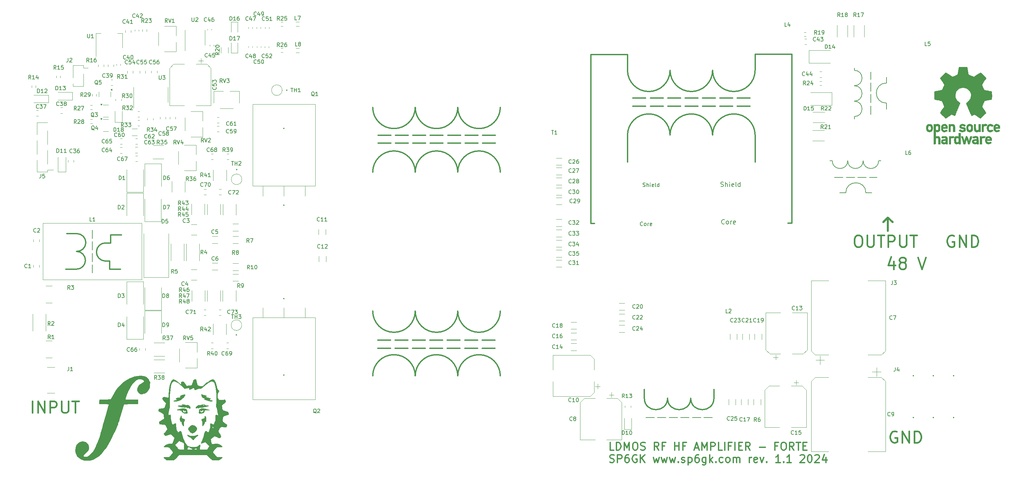
<source format=gto>
%TF.GenerationSoftware,KiCad,Pcbnew,8.0.4*%
%TF.CreationDate,2024-09-14T13:16:13+09:30*%
%TF.ProjectId,Forte_PA_Deck,466f7274-655f-4504-915f-4465636b2e6b,1.0*%
%TF.SameCoordinates,Original*%
%TF.FileFunction,Legend,Top*%
%TF.FilePolarity,Positive*%
%FSLAX46Y46*%
G04 Gerber Fmt 4.6, Leading zero omitted, Abs format (unit mm)*
G04 Created by KiCad (PCBNEW 8.0.4) date 2024-09-14 13:16:13*
%MOMM*%
%LPD*%
G01*
G04 APERTURE LIST*
%ADD10C,0.500000*%
%ADD11C,0.400000*%
%ADD12C,0.300000*%
%ADD13C,0.150000*%
%ADD14C,0.120000*%
%ADD15C,0.200000*%
%ADD16C,0.000000*%
%ADD17C,0.010000*%
%ADD18C,0.350000*%
G04 APERTURE END LIST*
D10*
X250250000Y-87000000D02*
X249000000Y-88250000D01*
X250250000Y-87000000D02*
X251500000Y-88250000D01*
X250250000Y-90500000D02*
X250250000Y-87000000D01*
D11*
X251763157Y-98362057D02*
X251763157Y-100362057D01*
X251048871Y-97219200D02*
X250334585Y-99362057D01*
X250334585Y-99362057D02*
X252191728Y-99362057D01*
X253763157Y-98647771D02*
X253477442Y-98504914D01*
X253477442Y-98504914D02*
X253334585Y-98362057D01*
X253334585Y-98362057D02*
X253191728Y-98076342D01*
X253191728Y-98076342D02*
X253191728Y-97933485D01*
X253191728Y-97933485D02*
X253334585Y-97647771D01*
X253334585Y-97647771D02*
X253477442Y-97504914D01*
X253477442Y-97504914D02*
X253763157Y-97362057D01*
X253763157Y-97362057D02*
X254334585Y-97362057D01*
X254334585Y-97362057D02*
X254620300Y-97504914D01*
X254620300Y-97504914D02*
X254763157Y-97647771D01*
X254763157Y-97647771D02*
X254906014Y-97933485D01*
X254906014Y-97933485D02*
X254906014Y-98076342D01*
X254906014Y-98076342D02*
X254763157Y-98362057D01*
X254763157Y-98362057D02*
X254620300Y-98504914D01*
X254620300Y-98504914D02*
X254334585Y-98647771D01*
X254334585Y-98647771D02*
X253763157Y-98647771D01*
X253763157Y-98647771D02*
X253477442Y-98790628D01*
X253477442Y-98790628D02*
X253334585Y-98933485D01*
X253334585Y-98933485D02*
X253191728Y-99219200D01*
X253191728Y-99219200D02*
X253191728Y-99790628D01*
X253191728Y-99790628D02*
X253334585Y-100076342D01*
X253334585Y-100076342D02*
X253477442Y-100219200D01*
X253477442Y-100219200D02*
X253763157Y-100362057D01*
X253763157Y-100362057D02*
X254334585Y-100362057D01*
X254334585Y-100362057D02*
X254620300Y-100219200D01*
X254620300Y-100219200D02*
X254763157Y-100076342D01*
X254763157Y-100076342D02*
X254906014Y-99790628D01*
X254906014Y-99790628D02*
X254906014Y-99219200D01*
X254906014Y-99219200D02*
X254763157Y-98933485D01*
X254763157Y-98933485D02*
X254620300Y-98790628D01*
X254620300Y-98790628D02*
X254334585Y-98647771D01*
X258048871Y-97362057D02*
X259048871Y-100362057D01*
X259048871Y-100362057D02*
X260048871Y-97362057D01*
X252548871Y-142504914D02*
X252263157Y-142362057D01*
X252263157Y-142362057D02*
X251834585Y-142362057D01*
X251834585Y-142362057D02*
X251406014Y-142504914D01*
X251406014Y-142504914D02*
X251120299Y-142790628D01*
X251120299Y-142790628D02*
X250977442Y-143076342D01*
X250977442Y-143076342D02*
X250834585Y-143647771D01*
X250834585Y-143647771D02*
X250834585Y-144076342D01*
X250834585Y-144076342D02*
X250977442Y-144647771D01*
X250977442Y-144647771D02*
X251120299Y-144933485D01*
X251120299Y-144933485D02*
X251406014Y-145219200D01*
X251406014Y-145219200D02*
X251834585Y-145362057D01*
X251834585Y-145362057D02*
X252120299Y-145362057D01*
X252120299Y-145362057D02*
X252548871Y-145219200D01*
X252548871Y-145219200D02*
X252691728Y-145076342D01*
X252691728Y-145076342D02*
X252691728Y-144076342D01*
X252691728Y-144076342D02*
X252120299Y-144076342D01*
X253977442Y-145362057D02*
X253977442Y-142362057D01*
X253977442Y-142362057D02*
X255691728Y-145362057D01*
X255691728Y-145362057D02*
X255691728Y-142362057D01*
X257120299Y-145362057D02*
X257120299Y-142362057D01*
X257120299Y-142362057D02*
X257834585Y-142362057D01*
X257834585Y-142362057D02*
X258263156Y-142504914D01*
X258263156Y-142504914D02*
X258548871Y-142790628D01*
X258548871Y-142790628D02*
X258691728Y-143076342D01*
X258691728Y-143076342D02*
X258834585Y-143647771D01*
X258834585Y-143647771D02*
X258834585Y-144076342D01*
X258834585Y-144076342D02*
X258691728Y-144647771D01*
X258691728Y-144647771D02*
X258548871Y-144933485D01*
X258548871Y-144933485D02*
X258263156Y-145219200D01*
X258263156Y-145219200D02*
X257834585Y-145362057D01*
X257834585Y-145362057D02*
X257120299Y-145362057D01*
D12*
X179375939Y-147269750D02*
X178423558Y-147269750D01*
X178423558Y-147269750D02*
X178423558Y-145269750D01*
X180042606Y-147269750D02*
X180042606Y-145269750D01*
X180042606Y-145269750D02*
X180518796Y-145269750D01*
X180518796Y-145269750D02*
X180804511Y-145364988D01*
X180804511Y-145364988D02*
X180994987Y-145555464D01*
X180994987Y-145555464D02*
X181090225Y-145745940D01*
X181090225Y-145745940D02*
X181185463Y-146126892D01*
X181185463Y-146126892D02*
X181185463Y-146412607D01*
X181185463Y-146412607D02*
X181090225Y-146793559D01*
X181090225Y-146793559D02*
X180994987Y-146984035D01*
X180994987Y-146984035D02*
X180804511Y-147174512D01*
X180804511Y-147174512D02*
X180518796Y-147269750D01*
X180518796Y-147269750D02*
X180042606Y-147269750D01*
X182042606Y-147269750D02*
X182042606Y-145269750D01*
X182042606Y-145269750D02*
X182709273Y-146698321D01*
X182709273Y-146698321D02*
X183375939Y-145269750D01*
X183375939Y-145269750D02*
X183375939Y-147269750D01*
X184709272Y-145269750D02*
X185090225Y-145269750D01*
X185090225Y-145269750D02*
X185280701Y-145364988D01*
X185280701Y-145364988D02*
X185471177Y-145555464D01*
X185471177Y-145555464D02*
X185566415Y-145936416D01*
X185566415Y-145936416D02*
X185566415Y-146603083D01*
X185566415Y-146603083D02*
X185471177Y-146984035D01*
X185471177Y-146984035D02*
X185280701Y-147174512D01*
X185280701Y-147174512D02*
X185090225Y-147269750D01*
X185090225Y-147269750D02*
X184709272Y-147269750D01*
X184709272Y-147269750D02*
X184518796Y-147174512D01*
X184518796Y-147174512D02*
X184328320Y-146984035D01*
X184328320Y-146984035D02*
X184233082Y-146603083D01*
X184233082Y-146603083D02*
X184233082Y-145936416D01*
X184233082Y-145936416D02*
X184328320Y-145555464D01*
X184328320Y-145555464D02*
X184518796Y-145364988D01*
X184518796Y-145364988D02*
X184709272Y-145269750D01*
X186328320Y-147174512D02*
X186614034Y-147269750D01*
X186614034Y-147269750D02*
X187090225Y-147269750D01*
X187090225Y-147269750D02*
X187280701Y-147174512D01*
X187280701Y-147174512D02*
X187375939Y-147079273D01*
X187375939Y-147079273D02*
X187471177Y-146888797D01*
X187471177Y-146888797D02*
X187471177Y-146698321D01*
X187471177Y-146698321D02*
X187375939Y-146507845D01*
X187375939Y-146507845D02*
X187280701Y-146412607D01*
X187280701Y-146412607D02*
X187090225Y-146317369D01*
X187090225Y-146317369D02*
X186709272Y-146222131D01*
X186709272Y-146222131D02*
X186518796Y-146126892D01*
X186518796Y-146126892D02*
X186423558Y-146031654D01*
X186423558Y-146031654D02*
X186328320Y-145841178D01*
X186328320Y-145841178D02*
X186328320Y-145650702D01*
X186328320Y-145650702D02*
X186423558Y-145460226D01*
X186423558Y-145460226D02*
X186518796Y-145364988D01*
X186518796Y-145364988D02*
X186709272Y-145269750D01*
X186709272Y-145269750D02*
X187185463Y-145269750D01*
X187185463Y-145269750D02*
X187471177Y-145364988D01*
X190994987Y-147269750D02*
X190328320Y-146317369D01*
X189852130Y-147269750D02*
X189852130Y-145269750D01*
X189852130Y-145269750D02*
X190614035Y-145269750D01*
X190614035Y-145269750D02*
X190804511Y-145364988D01*
X190804511Y-145364988D02*
X190899749Y-145460226D01*
X190899749Y-145460226D02*
X190994987Y-145650702D01*
X190994987Y-145650702D02*
X190994987Y-145936416D01*
X190994987Y-145936416D02*
X190899749Y-146126892D01*
X190899749Y-146126892D02*
X190804511Y-146222131D01*
X190804511Y-146222131D02*
X190614035Y-146317369D01*
X190614035Y-146317369D02*
X189852130Y-146317369D01*
X192518797Y-146222131D02*
X191852130Y-146222131D01*
X191852130Y-147269750D02*
X191852130Y-145269750D01*
X191852130Y-145269750D02*
X192804511Y-145269750D01*
X195090226Y-147269750D02*
X195090226Y-145269750D01*
X195090226Y-146222131D02*
X196233083Y-146222131D01*
X196233083Y-147269750D02*
X196233083Y-145269750D01*
X197852131Y-146222131D02*
X197185464Y-146222131D01*
X197185464Y-147269750D02*
X197185464Y-145269750D01*
X197185464Y-145269750D02*
X198137845Y-145269750D01*
X200328322Y-146698321D02*
X201280703Y-146698321D01*
X200137846Y-147269750D02*
X200804512Y-145269750D01*
X200804512Y-145269750D02*
X201471179Y-147269750D01*
X202137846Y-147269750D02*
X202137846Y-145269750D01*
X202137846Y-145269750D02*
X202804513Y-146698321D01*
X202804513Y-146698321D02*
X203471179Y-145269750D01*
X203471179Y-145269750D02*
X203471179Y-147269750D01*
X204423560Y-147269750D02*
X204423560Y-145269750D01*
X204423560Y-145269750D02*
X205185465Y-145269750D01*
X205185465Y-145269750D02*
X205375941Y-145364988D01*
X205375941Y-145364988D02*
X205471179Y-145460226D01*
X205471179Y-145460226D02*
X205566417Y-145650702D01*
X205566417Y-145650702D02*
X205566417Y-145936416D01*
X205566417Y-145936416D02*
X205471179Y-146126892D01*
X205471179Y-146126892D02*
X205375941Y-146222131D01*
X205375941Y-146222131D02*
X205185465Y-146317369D01*
X205185465Y-146317369D02*
X204423560Y-146317369D01*
X207375941Y-147269750D02*
X206423560Y-147269750D01*
X206423560Y-147269750D02*
X206423560Y-145269750D01*
X208042608Y-147269750D02*
X208042608Y-145269750D01*
X209661656Y-146222131D02*
X208994989Y-146222131D01*
X208994989Y-147269750D02*
X208994989Y-145269750D01*
X208994989Y-145269750D02*
X209947370Y-145269750D01*
X210709275Y-147269750D02*
X210709275Y-145269750D01*
X211661656Y-146222131D02*
X212328323Y-146222131D01*
X212614037Y-147269750D02*
X211661656Y-147269750D01*
X211661656Y-147269750D02*
X211661656Y-145269750D01*
X211661656Y-145269750D02*
X212614037Y-145269750D01*
X214614037Y-147269750D02*
X213947370Y-146317369D01*
X213471180Y-147269750D02*
X213471180Y-145269750D01*
X213471180Y-145269750D02*
X214233085Y-145269750D01*
X214233085Y-145269750D02*
X214423561Y-145364988D01*
X214423561Y-145364988D02*
X214518799Y-145460226D01*
X214518799Y-145460226D02*
X214614037Y-145650702D01*
X214614037Y-145650702D02*
X214614037Y-145936416D01*
X214614037Y-145936416D02*
X214518799Y-146126892D01*
X214518799Y-146126892D02*
X214423561Y-146222131D01*
X214423561Y-146222131D02*
X214233085Y-146317369D01*
X214233085Y-146317369D02*
X213471180Y-146317369D01*
X216994990Y-146507845D02*
X218518800Y-146507845D01*
X221661657Y-146222131D02*
X220994990Y-146222131D01*
X220994990Y-147269750D02*
X220994990Y-145269750D01*
X220994990Y-145269750D02*
X221947371Y-145269750D01*
X223090228Y-145269750D02*
X223471181Y-145269750D01*
X223471181Y-145269750D02*
X223661657Y-145364988D01*
X223661657Y-145364988D02*
X223852133Y-145555464D01*
X223852133Y-145555464D02*
X223947371Y-145936416D01*
X223947371Y-145936416D02*
X223947371Y-146603083D01*
X223947371Y-146603083D02*
X223852133Y-146984035D01*
X223852133Y-146984035D02*
X223661657Y-147174512D01*
X223661657Y-147174512D02*
X223471181Y-147269750D01*
X223471181Y-147269750D02*
X223090228Y-147269750D01*
X223090228Y-147269750D02*
X222899752Y-147174512D01*
X222899752Y-147174512D02*
X222709276Y-146984035D01*
X222709276Y-146984035D02*
X222614038Y-146603083D01*
X222614038Y-146603083D02*
X222614038Y-145936416D01*
X222614038Y-145936416D02*
X222709276Y-145555464D01*
X222709276Y-145555464D02*
X222899752Y-145364988D01*
X222899752Y-145364988D02*
X223090228Y-145269750D01*
X225947371Y-147269750D02*
X225280704Y-146317369D01*
X224804514Y-147269750D02*
X224804514Y-145269750D01*
X224804514Y-145269750D02*
X225566419Y-145269750D01*
X225566419Y-145269750D02*
X225756895Y-145364988D01*
X225756895Y-145364988D02*
X225852133Y-145460226D01*
X225852133Y-145460226D02*
X225947371Y-145650702D01*
X225947371Y-145650702D02*
X225947371Y-145936416D01*
X225947371Y-145936416D02*
X225852133Y-146126892D01*
X225852133Y-146126892D02*
X225756895Y-146222131D01*
X225756895Y-146222131D02*
X225566419Y-146317369D01*
X225566419Y-146317369D02*
X224804514Y-146317369D01*
X226518800Y-145269750D02*
X227661657Y-145269750D01*
X227090228Y-147269750D02*
X227090228Y-145269750D01*
X228328324Y-146222131D02*
X228994991Y-146222131D01*
X229280705Y-147269750D02*
X228328324Y-147269750D01*
X228328324Y-147269750D02*
X228328324Y-145269750D01*
X228328324Y-145269750D02*
X229280705Y-145269750D01*
X178328320Y-150394400D02*
X178614034Y-150489638D01*
X178614034Y-150489638D02*
X179090225Y-150489638D01*
X179090225Y-150489638D02*
X179280701Y-150394400D01*
X179280701Y-150394400D02*
X179375939Y-150299161D01*
X179375939Y-150299161D02*
X179471177Y-150108685D01*
X179471177Y-150108685D02*
X179471177Y-149918209D01*
X179471177Y-149918209D02*
X179375939Y-149727733D01*
X179375939Y-149727733D02*
X179280701Y-149632495D01*
X179280701Y-149632495D02*
X179090225Y-149537257D01*
X179090225Y-149537257D02*
X178709272Y-149442019D01*
X178709272Y-149442019D02*
X178518796Y-149346780D01*
X178518796Y-149346780D02*
X178423558Y-149251542D01*
X178423558Y-149251542D02*
X178328320Y-149061066D01*
X178328320Y-149061066D02*
X178328320Y-148870590D01*
X178328320Y-148870590D02*
X178423558Y-148680114D01*
X178423558Y-148680114D02*
X178518796Y-148584876D01*
X178518796Y-148584876D02*
X178709272Y-148489638D01*
X178709272Y-148489638D02*
X179185463Y-148489638D01*
X179185463Y-148489638D02*
X179471177Y-148584876D01*
X180328320Y-150489638D02*
X180328320Y-148489638D01*
X180328320Y-148489638D02*
X181090225Y-148489638D01*
X181090225Y-148489638D02*
X181280701Y-148584876D01*
X181280701Y-148584876D02*
X181375939Y-148680114D01*
X181375939Y-148680114D02*
X181471177Y-148870590D01*
X181471177Y-148870590D02*
X181471177Y-149156304D01*
X181471177Y-149156304D02*
X181375939Y-149346780D01*
X181375939Y-149346780D02*
X181280701Y-149442019D01*
X181280701Y-149442019D02*
X181090225Y-149537257D01*
X181090225Y-149537257D02*
X180328320Y-149537257D01*
X183185463Y-148489638D02*
X182804510Y-148489638D01*
X182804510Y-148489638D02*
X182614034Y-148584876D01*
X182614034Y-148584876D02*
X182518796Y-148680114D01*
X182518796Y-148680114D02*
X182328320Y-148965828D01*
X182328320Y-148965828D02*
X182233082Y-149346780D01*
X182233082Y-149346780D02*
X182233082Y-150108685D01*
X182233082Y-150108685D02*
X182328320Y-150299161D01*
X182328320Y-150299161D02*
X182423558Y-150394400D01*
X182423558Y-150394400D02*
X182614034Y-150489638D01*
X182614034Y-150489638D02*
X182994987Y-150489638D01*
X182994987Y-150489638D02*
X183185463Y-150394400D01*
X183185463Y-150394400D02*
X183280701Y-150299161D01*
X183280701Y-150299161D02*
X183375939Y-150108685D01*
X183375939Y-150108685D02*
X183375939Y-149632495D01*
X183375939Y-149632495D02*
X183280701Y-149442019D01*
X183280701Y-149442019D02*
X183185463Y-149346780D01*
X183185463Y-149346780D02*
X182994987Y-149251542D01*
X182994987Y-149251542D02*
X182614034Y-149251542D01*
X182614034Y-149251542D02*
X182423558Y-149346780D01*
X182423558Y-149346780D02*
X182328320Y-149442019D01*
X182328320Y-149442019D02*
X182233082Y-149632495D01*
X185280701Y-148584876D02*
X185090225Y-148489638D01*
X185090225Y-148489638D02*
X184804511Y-148489638D01*
X184804511Y-148489638D02*
X184518796Y-148584876D01*
X184518796Y-148584876D02*
X184328320Y-148775352D01*
X184328320Y-148775352D02*
X184233082Y-148965828D01*
X184233082Y-148965828D02*
X184137844Y-149346780D01*
X184137844Y-149346780D02*
X184137844Y-149632495D01*
X184137844Y-149632495D02*
X184233082Y-150013447D01*
X184233082Y-150013447D02*
X184328320Y-150203923D01*
X184328320Y-150203923D02*
X184518796Y-150394400D01*
X184518796Y-150394400D02*
X184804511Y-150489638D01*
X184804511Y-150489638D02*
X184994987Y-150489638D01*
X184994987Y-150489638D02*
X185280701Y-150394400D01*
X185280701Y-150394400D02*
X185375939Y-150299161D01*
X185375939Y-150299161D02*
X185375939Y-149632495D01*
X185375939Y-149632495D02*
X184994987Y-149632495D01*
X186233082Y-150489638D02*
X186233082Y-148489638D01*
X187375939Y-150489638D02*
X186518796Y-149346780D01*
X187375939Y-148489638D02*
X186233082Y-149632495D01*
X189566416Y-149156304D02*
X189947368Y-150489638D01*
X189947368Y-150489638D02*
X190328321Y-149537257D01*
X190328321Y-149537257D02*
X190709273Y-150489638D01*
X190709273Y-150489638D02*
X191090225Y-149156304D01*
X191661654Y-149156304D02*
X192042606Y-150489638D01*
X192042606Y-150489638D02*
X192423559Y-149537257D01*
X192423559Y-149537257D02*
X192804511Y-150489638D01*
X192804511Y-150489638D02*
X193185463Y-149156304D01*
X193756892Y-149156304D02*
X194137844Y-150489638D01*
X194137844Y-150489638D02*
X194518797Y-149537257D01*
X194518797Y-149537257D02*
X194899749Y-150489638D01*
X194899749Y-150489638D02*
X195280701Y-149156304D01*
X196042606Y-150299161D02*
X196137844Y-150394400D01*
X196137844Y-150394400D02*
X196042606Y-150489638D01*
X196042606Y-150489638D02*
X195947368Y-150394400D01*
X195947368Y-150394400D02*
X196042606Y-150299161D01*
X196042606Y-150299161D02*
X196042606Y-150489638D01*
X196899749Y-150394400D02*
X197090225Y-150489638D01*
X197090225Y-150489638D02*
X197471177Y-150489638D01*
X197471177Y-150489638D02*
X197661654Y-150394400D01*
X197661654Y-150394400D02*
X197756892Y-150203923D01*
X197756892Y-150203923D02*
X197756892Y-150108685D01*
X197756892Y-150108685D02*
X197661654Y-149918209D01*
X197661654Y-149918209D02*
X197471177Y-149822971D01*
X197471177Y-149822971D02*
X197185463Y-149822971D01*
X197185463Y-149822971D02*
X196994987Y-149727733D01*
X196994987Y-149727733D02*
X196899749Y-149537257D01*
X196899749Y-149537257D02*
X196899749Y-149442019D01*
X196899749Y-149442019D02*
X196994987Y-149251542D01*
X196994987Y-149251542D02*
X197185463Y-149156304D01*
X197185463Y-149156304D02*
X197471177Y-149156304D01*
X197471177Y-149156304D02*
X197661654Y-149251542D01*
X198614035Y-149156304D02*
X198614035Y-151156304D01*
X198614035Y-149251542D02*
X198804511Y-149156304D01*
X198804511Y-149156304D02*
X199185464Y-149156304D01*
X199185464Y-149156304D02*
X199375940Y-149251542D01*
X199375940Y-149251542D02*
X199471178Y-149346780D01*
X199471178Y-149346780D02*
X199566416Y-149537257D01*
X199566416Y-149537257D02*
X199566416Y-150108685D01*
X199566416Y-150108685D02*
X199471178Y-150299161D01*
X199471178Y-150299161D02*
X199375940Y-150394400D01*
X199375940Y-150394400D02*
X199185464Y-150489638D01*
X199185464Y-150489638D02*
X198804511Y-150489638D01*
X198804511Y-150489638D02*
X198614035Y-150394400D01*
X201280702Y-148489638D02*
X200899749Y-148489638D01*
X200899749Y-148489638D02*
X200709273Y-148584876D01*
X200709273Y-148584876D02*
X200614035Y-148680114D01*
X200614035Y-148680114D02*
X200423559Y-148965828D01*
X200423559Y-148965828D02*
X200328321Y-149346780D01*
X200328321Y-149346780D02*
X200328321Y-150108685D01*
X200328321Y-150108685D02*
X200423559Y-150299161D01*
X200423559Y-150299161D02*
X200518797Y-150394400D01*
X200518797Y-150394400D02*
X200709273Y-150489638D01*
X200709273Y-150489638D02*
X201090226Y-150489638D01*
X201090226Y-150489638D02*
X201280702Y-150394400D01*
X201280702Y-150394400D02*
X201375940Y-150299161D01*
X201375940Y-150299161D02*
X201471178Y-150108685D01*
X201471178Y-150108685D02*
X201471178Y-149632495D01*
X201471178Y-149632495D02*
X201375940Y-149442019D01*
X201375940Y-149442019D02*
X201280702Y-149346780D01*
X201280702Y-149346780D02*
X201090226Y-149251542D01*
X201090226Y-149251542D02*
X200709273Y-149251542D01*
X200709273Y-149251542D02*
X200518797Y-149346780D01*
X200518797Y-149346780D02*
X200423559Y-149442019D01*
X200423559Y-149442019D02*
X200328321Y-149632495D01*
X203185464Y-149156304D02*
X203185464Y-150775352D01*
X203185464Y-150775352D02*
X203090226Y-150965828D01*
X203090226Y-150965828D02*
X202994988Y-151061066D01*
X202994988Y-151061066D02*
X202804511Y-151156304D01*
X202804511Y-151156304D02*
X202518797Y-151156304D01*
X202518797Y-151156304D02*
X202328321Y-151061066D01*
X203185464Y-150394400D02*
X202994988Y-150489638D01*
X202994988Y-150489638D02*
X202614035Y-150489638D01*
X202614035Y-150489638D02*
X202423559Y-150394400D01*
X202423559Y-150394400D02*
X202328321Y-150299161D01*
X202328321Y-150299161D02*
X202233083Y-150108685D01*
X202233083Y-150108685D02*
X202233083Y-149537257D01*
X202233083Y-149537257D02*
X202328321Y-149346780D01*
X202328321Y-149346780D02*
X202423559Y-149251542D01*
X202423559Y-149251542D02*
X202614035Y-149156304D01*
X202614035Y-149156304D02*
X202994988Y-149156304D01*
X202994988Y-149156304D02*
X203185464Y-149251542D01*
X204137845Y-150489638D02*
X204137845Y-148489638D01*
X204328321Y-149727733D02*
X204899750Y-150489638D01*
X204899750Y-149156304D02*
X204137845Y-149918209D01*
X205756893Y-150299161D02*
X205852131Y-150394400D01*
X205852131Y-150394400D02*
X205756893Y-150489638D01*
X205756893Y-150489638D02*
X205661655Y-150394400D01*
X205661655Y-150394400D02*
X205756893Y-150299161D01*
X205756893Y-150299161D02*
X205756893Y-150489638D01*
X207566417Y-150394400D02*
X207375941Y-150489638D01*
X207375941Y-150489638D02*
X206994988Y-150489638D01*
X206994988Y-150489638D02*
X206804512Y-150394400D01*
X206804512Y-150394400D02*
X206709274Y-150299161D01*
X206709274Y-150299161D02*
X206614036Y-150108685D01*
X206614036Y-150108685D02*
X206614036Y-149537257D01*
X206614036Y-149537257D02*
X206709274Y-149346780D01*
X206709274Y-149346780D02*
X206804512Y-149251542D01*
X206804512Y-149251542D02*
X206994988Y-149156304D01*
X206994988Y-149156304D02*
X207375941Y-149156304D01*
X207375941Y-149156304D02*
X207566417Y-149251542D01*
X208709274Y-150489638D02*
X208518798Y-150394400D01*
X208518798Y-150394400D02*
X208423560Y-150299161D01*
X208423560Y-150299161D02*
X208328322Y-150108685D01*
X208328322Y-150108685D02*
X208328322Y-149537257D01*
X208328322Y-149537257D02*
X208423560Y-149346780D01*
X208423560Y-149346780D02*
X208518798Y-149251542D01*
X208518798Y-149251542D02*
X208709274Y-149156304D01*
X208709274Y-149156304D02*
X208994989Y-149156304D01*
X208994989Y-149156304D02*
X209185465Y-149251542D01*
X209185465Y-149251542D02*
X209280703Y-149346780D01*
X209280703Y-149346780D02*
X209375941Y-149537257D01*
X209375941Y-149537257D02*
X209375941Y-150108685D01*
X209375941Y-150108685D02*
X209280703Y-150299161D01*
X209280703Y-150299161D02*
X209185465Y-150394400D01*
X209185465Y-150394400D02*
X208994989Y-150489638D01*
X208994989Y-150489638D02*
X208709274Y-150489638D01*
X210233084Y-150489638D02*
X210233084Y-149156304D01*
X210233084Y-149346780D02*
X210328322Y-149251542D01*
X210328322Y-149251542D02*
X210518798Y-149156304D01*
X210518798Y-149156304D02*
X210804513Y-149156304D01*
X210804513Y-149156304D02*
X210994989Y-149251542D01*
X210994989Y-149251542D02*
X211090227Y-149442019D01*
X211090227Y-149442019D02*
X211090227Y-150489638D01*
X211090227Y-149442019D02*
X211185465Y-149251542D01*
X211185465Y-149251542D02*
X211375941Y-149156304D01*
X211375941Y-149156304D02*
X211661655Y-149156304D01*
X211661655Y-149156304D02*
X211852132Y-149251542D01*
X211852132Y-149251542D02*
X211947370Y-149442019D01*
X211947370Y-149442019D02*
X211947370Y-150489638D01*
X214423561Y-150489638D02*
X214423561Y-149156304D01*
X214423561Y-149537257D02*
X214518799Y-149346780D01*
X214518799Y-149346780D02*
X214614037Y-149251542D01*
X214614037Y-149251542D02*
X214804513Y-149156304D01*
X214804513Y-149156304D02*
X214994990Y-149156304D01*
X216423561Y-150394400D02*
X216233085Y-150489638D01*
X216233085Y-150489638D02*
X215852132Y-150489638D01*
X215852132Y-150489638D02*
X215661656Y-150394400D01*
X215661656Y-150394400D02*
X215566418Y-150203923D01*
X215566418Y-150203923D02*
X215566418Y-149442019D01*
X215566418Y-149442019D02*
X215661656Y-149251542D01*
X215661656Y-149251542D02*
X215852132Y-149156304D01*
X215852132Y-149156304D02*
X216233085Y-149156304D01*
X216233085Y-149156304D02*
X216423561Y-149251542D01*
X216423561Y-149251542D02*
X216518799Y-149442019D01*
X216518799Y-149442019D02*
X216518799Y-149632495D01*
X216518799Y-149632495D02*
X215566418Y-149822971D01*
X217185466Y-149156304D02*
X217661656Y-150489638D01*
X217661656Y-150489638D02*
X218137847Y-149156304D01*
X218899752Y-150299161D02*
X218994990Y-150394400D01*
X218994990Y-150394400D02*
X218899752Y-150489638D01*
X218899752Y-150489638D02*
X218804514Y-150394400D01*
X218804514Y-150394400D02*
X218899752Y-150299161D01*
X218899752Y-150299161D02*
X218899752Y-150489638D01*
X222423562Y-150489638D02*
X221280705Y-150489638D01*
X221852133Y-150489638D02*
X221852133Y-148489638D01*
X221852133Y-148489638D02*
X221661657Y-148775352D01*
X221661657Y-148775352D02*
X221471181Y-148965828D01*
X221471181Y-148965828D02*
X221280705Y-149061066D01*
X223280705Y-150299161D02*
X223375943Y-150394400D01*
X223375943Y-150394400D02*
X223280705Y-150489638D01*
X223280705Y-150489638D02*
X223185467Y-150394400D01*
X223185467Y-150394400D02*
X223280705Y-150299161D01*
X223280705Y-150299161D02*
X223280705Y-150489638D01*
X225280705Y-150489638D02*
X224137848Y-150489638D01*
X224709276Y-150489638D02*
X224709276Y-148489638D01*
X224709276Y-148489638D02*
X224518800Y-148775352D01*
X224518800Y-148775352D02*
X224328324Y-148965828D01*
X224328324Y-148965828D02*
X224137848Y-149061066D01*
X227566420Y-148680114D02*
X227661658Y-148584876D01*
X227661658Y-148584876D02*
X227852134Y-148489638D01*
X227852134Y-148489638D02*
X228328325Y-148489638D01*
X228328325Y-148489638D02*
X228518801Y-148584876D01*
X228518801Y-148584876D02*
X228614039Y-148680114D01*
X228614039Y-148680114D02*
X228709277Y-148870590D01*
X228709277Y-148870590D02*
X228709277Y-149061066D01*
X228709277Y-149061066D02*
X228614039Y-149346780D01*
X228614039Y-149346780D02*
X227471182Y-150489638D01*
X227471182Y-150489638D02*
X228709277Y-150489638D01*
X229947372Y-148489638D02*
X230137849Y-148489638D01*
X230137849Y-148489638D02*
X230328325Y-148584876D01*
X230328325Y-148584876D02*
X230423563Y-148680114D01*
X230423563Y-148680114D02*
X230518801Y-148870590D01*
X230518801Y-148870590D02*
X230614039Y-149251542D01*
X230614039Y-149251542D02*
X230614039Y-149727733D01*
X230614039Y-149727733D02*
X230518801Y-150108685D01*
X230518801Y-150108685D02*
X230423563Y-150299161D01*
X230423563Y-150299161D02*
X230328325Y-150394400D01*
X230328325Y-150394400D02*
X230137849Y-150489638D01*
X230137849Y-150489638D02*
X229947372Y-150489638D01*
X229947372Y-150489638D02*
X229756896Y-150394400D01*
X229756896Y-150394400D02*
X229661658Y-150299161D01*
X229661658Y-150299161D02*
X229566420Y-150108685D01*
X229566420Y-150108685D02*
X229471182Y-149727733D01*
X229471182Y-149727733D02*
X229471182Y-149251542D01*
X229471182Y-149251542D02*
X229566420Y-148870590D01*
X229566420Y-148870590D02*
X229661658Y-148680114D01*
X229661658Y-148680114D02*
X229756896Y-148584876D01*
X229756896Y-148584876D02*
X229947372Y-148489638D01*
X231375944Y-148680114D02*
X231471182Y-148584876D01*
X231471182Y-148584876D02*
X231661658Y-148489638D01*
X231661658Y-148489638D02*
X232137849Y-148489638D01*
X232137849Y-148489638D02*
X232328325Y-148584876D01*
X232328325Y-148584876D02*
X232423563Y-148680114D01*
X232423563Y-148680114D02*
X232518801Y-148870590D01*
X232518801Y-148870590D02*
X232518801Y-149061066D01*
X232518801Y-149061066D02*
X232423563Y-149346780D01*
X232423563Y-149346780D02*
X231280706Y-150489638D01*
X231280706Y-150489638D02*
X232518801Y-150489638D01*
X234233087Y-149156304D02*
X234233087Y-150489638D01*
X233756896Y-148394400D02*
X233280706Y-149822971D01*
X233280706Y-149822971D02*
X234518801Y-149822971D01*
D11*
X28977442Y-137612057D02*
X28977442Y-134612057D01*
X30406013Y-137612057D02*
X30406013Y-134612057D01*
X30406013Y-134612057D02*
X32120299Y-137612057D01*
X32120299Y-137612057D02*
X32120299Y-134612057D01*
X33548870Y-137612057D02*
X33548870Y-134612057D01*
X33548870Y-134612057D02*
X34691727Y-134612057D01*
X34691727Y-134612057D02*
X34977442Y-134754914D01*
X34977442Y-134754914D02*
X35120299Y-134897771D01*
X35120299Y-134897771D02*
X35263156Y-135183485D01*
X35263156Y-135183485D02*
X35263156Y-135612057D01*
X35263156Y-135612057D02*
X35120299Y-135897771D01*
X35120299Y-135897771D02*
X34977442Y-136040628D01*
X34977442Y-136040628D02*
X34691727Y-136183485D01*
X34691727Y-136183485D02*
X33548870Y-136183485D01*
X36548870Y-134612057D02*
X36548870Y-137040628D01*
X36548870Y-137040628D02*
X36691727Y-137326342D01*
X36691727Y-137326342D02*
X36834585Y-137469200D01*
X36834585Y-137469200D02*
X37120299Y-137612057D01*
X37120299Y-137612057D02*
X37691727Y-137612057D01*
X37691727Y-137612057D02*
X37977442Y-137469200D01*
X37977442Y-137469200D02*
X38120299Y-137326342D01*
X38120299Y-137326342D02*
X38263156Y-137040628D01*
X38263156Y-137040628D02*
X38263156Y-134612057D01*
X39263156Y-134612057D02*
X40977442Y-134612057D01*
X40120299Y-137612057D02*
X40120299Y-134612057D01*
X267298871Y-91754914D02*
X267013157Y-91612057D01*
X267013157Y-91612057D02*
X266584585Y-91612057D01*
X266584585Y-91612057D02*
X266156014Y-91754914D01*
X266156014Y-91754914D02*
X265870299Y-92040628D01*
X265870299Y-92040628D02*
X265727442Y-92326342D01*
X265727442Y-92326342D02*
X265584585Y-92897771D01*
X265584585Y-92897771D02*
X265584585Y-93326342D01*
X265584585Y-93326342D02*
X265727442Y-93897771D01*
X265727442Y-93897771D02*
X265870299Y-94183485D01*
X265870299Y-94183485D02*
X266156014Y-94469200D01*
X266156014Y-94469200D02*
X266584585Y-94612057D01*
X266584585Y-94612057D02*
X266870299Y-94612057D01*
X266870299Y-94612057D02*
X267298871Y-94469200D01*
X267298871Y-94469200D02*
X267441728Y-94326342D01*
X267441728Y-94326342D02*
X267441728Y-93326342D01*
X267441728Y-93326342D02*
X266870299Y-93326342D01*
X268727442Y-94612057D02*
X268727442Y-91612057D01*
X268727442Y-91612057D02*
X270441728Y-94612057D01*
X270441728Y-94612057D02*
X270441728Y-91612057D01*
X271870299Y-94612057D02*
X271870299Y-91612057D01*
X271870299Y-91612057D02*
X272584585Y-91612057D01*
X272584585Y-91612057D02*
X273013156Y-91754914D01*
X273013156Y-91754914D02*
X273298871Y-92040628D01*
X273298871Y-92040628D02*
X273441728Y-92326342D01*
X273441728Y-92326342D02*
X273584585Y-92897771D01*
X273584585Y-92897771D02*
X273584585Y-93326342D01*
X273584585Y-93326342D02*
X273441728Y-93897771D01*
X273441728Y-93897771D02*
X273298871Y-94183485D01*
X273298871Y-94183485D02*
X273013156Y-94469200D01*
X273013156Y-94469200D02*
X272584585Y-94612057D01*
X272584585Y-94612057D02*
X271870299Y-94612057D01*
X242298871Y-91612057D02*
X242870299Y-91612057D01*
X242870299Y-91612057D02*
X243156014Y-91754914D01*
X243156014Y-91754914D02*
X243441728Y-92040628D01*
X243441728Y-92040628D02*
X243584585Y-92612057D01*
X243584585Y-92612057D02*
X243584585Y-93612057D01*
X243584585Y-93612057D02*
X243441728Y-94183485D01*
X243441728Y-94183485D02*
X243156014Y-94469200D01*
X243156014Y-94469200D02*
X242870299Y-94612057D01*
X242870299Y-94612057D02*
X242298871Y-94612057D01*
X242298871Y-94612057D02*
X242013157Y-94469200D01*
X242013157Y-94469200D02*
X241727442Y-94183485D01*
X241727442Y-94183485D02*
X241584585Y-93612057D01*
X241584585Y-93612057D02*
X241584585Y-92612057D01*
X241584585Y-92612057D02*
X241727442Y-92040628D01*
X241727442Y-92040628D02*
X242013157Y-91754914D01*
X242013157Y-91754914D02*
X242298871Y-91612057D01*
X244870299Y-91612057D02*
X244870299Y-94040628D01*
X244870299Y-94040628D02*
X245013156Y-94326342D01*
X245013156Y-94326342D02*
X245156014Y-94469200D01*
X245156014Y-94469200D02*
X245441728Y-94612057D01*
X245441728Y-94612057D02*
X246013156Y-94612057D01*
X246013156Y-94612057D02*
X246298871Y-94469200D01*
X246298871Y-94469200D02*
X246441728Y-94326342D01*
X246441728Y-94326342D02*
X246584585Y-94040628D01*
X246584585Y-94040628D02*
X246584585Y-91612057D01*
X247584585Y-91612057D02*
X249298871Y-91612057D01*
X248441728Y-94612057D02*
X248441728Y-91612057D01*
X250298870Y-94612057D02*
X250298870Y-91612057D01*
X250298870Y-91612057D02*
X251441727Y-91612057D01*
X251441727Y-91612057D02*
X251727442Y-91754914D01*
X251727442Y-91754914D02*
X251870299Y-91897771D01*
X251870299Y-91897771D02*
X252013156Y-92183485D01*
X252013156Y-92183485D02*
X252013156Y-92612057D01*
X252013156Y-92612057D02*
X251870299Y-92897771D01*
X251870299Y-92897771D02*
X251727442Y-93040628D01*
X251727442Y-93040628D02*
X251441727Y-93183485D01*
X251441727Y-93183485D02*
X250298870Y-93183485D01*
X253298870Y-91612057D02*
X253298870Y-94040628D01*
X253298870Y-94040628D02*
X253441727Y-94326342D01*
X253441727Y-94326342D02*
X253584585Y-94469200D01*
X253584585Y-94469200D02*
X253870299Y-94612057D01*
X253870299Y-94612057D02*
X254441727Y-94612057D01*
X254441727Y-94612057D02*
X254727442Y-94469200D01*
X254727442Y-94469200D02*
X254870299Y-94326342D01*
X254870299Y-94326342D02*
X255013156Y-94040628D01*
X255013156Y-94040628D02*
X255013156Y-91612057D01*
X256013156Y-91612057D02*
X257727442Y-91612057D01*
X256870299Y-94612057D02*
X256870299Y-91612057D01*
D13*
X62911905Y-84804819D02*
X62911905Y-83804819D01*
X62911905Y-83804819D02*
X63150000Y-83804819D01*
X63150000Y-83804819D02*
X63292857Y-83852438D01*
X63292857Y-83852438D02*
X63388095Y-83947676D01*
X63388095Y-83947676D02*
X63435714Y-84042914D01*
X63435714Y-84042914D02*
X63483333Y-84233390D01*
X63483333Y-84233390D02*
X63483333Y-84376247D01*
X63483333Y-84376247D02*
X63435714Y-84566723D01*
X63435714Y-84566723D02*
X63388095Y-84661961D01*
X63388095Y-84661961D02*
X63292857Y-84757200D01*
X63292857Y-84757200D02*
X63150000Y-84804819D01*
X63150000Y-84804819D02*
X62911905Y-84804819D01*
X63816667Y-83804819D02*
X64483333Y-83804819D01*
X64483333Y-83804819D02*
X64054762Y-84804819D01*
X78857142Y-69929819D02*
X78523809Y-69453628D01*
X78285714Y-69929819D02*
X78285714Y-68929819D01*
X78285714Y-68929819D02*
X78666666Y-68929819D01*
X78666666Y-68929819D02*
X78761904Y-68977438D01*
X78761904Y-68977438D02*
X78809523Y-69025057D01*
X78809523Y-69025057D02*
X78857142Y-69120295D01*
X78857142Y-69120295D02*
X78857142Y-69263152D01*
X78857142Y-69263152D02*
X78809523Y-69358390D01*
X78809523Y-69358390D02*
X78761904Y-69406009D01*
X78761904Y-69406009D02*
X78666666Y-69453628D01*
X78666666Y-69453628D02*
X78285714Y-69453628D01*
X79190476Y-68929819D02*
X79809523Y-68929819D01*
X79809523Y-68929819D02*
X79476190Y-69310771D01*
X79476190Y-69310771D02*
X79619047Y-69310771D01*
X79619047Y-69310771D02*
X79714285Y-69358390D01*
X79714285Y-69358390D02*
X79761904Y-69406009D01*
X79761904Y-69406009D02*
X79809523Y-69501247D01*
X79809523Y-69501247D02*
X79809523Y-69739342D01*
X79809523Y-69739342D02*
X79761904Y-69834580D01*
X79761904Y-69834580D02*
X79714285Y-69882200D01*
X79714285Y-69882200D02*
X79619047Y-69929819D01*
X79619047Y-69929819D02*
X79333333Y-69929819D01*
X79333333Y-69929819D02*
X79238095Y-69882200D01*
X79238095Y-69882200D02*
X79190476Y-69834580D01*
X80285714Y-69929819D02*
X80476190Y-69929819D01*
X80476190Y-69929819D02*
X80571428Y-69882200D01*
X80571428Y-69882200D02*
X80619047Y-69834580D01*
X80619047Y-69834580D02*
X80714285Y-69691723D01*
X80714285Y-69691723D02*
X80761904Y-69501247D01*
X80761904Y-69501247D02*
X80761904Y-69120295D01*
X80761904Y-69120295D02*
X80714285Y-69025057D01*
X80714285Y-69025057D02*
X80666666Y-68977438D01*
X80666666Y-68977438D02*
X80571428Y-68929819D01*
X80571428Y-68929819D02*
X80380952Y-68929819D01*
X80380952Y-68929819D02*
X80285714Y-68977438D01*
X80285714Y-68977438D02*
X80238095Y-69025057D01*
X80238095Y-69025057D02*
X80190476Y-69120295D01*
X80190476Y-69120295D02*
X80190476Y-69358390D01*
X80190476Y-69358390D02*
X80238095Y-69453628D01*
X80238095Y-69453628D02*
X80285714Y-69501247D01*
X80285714Y-69501247D02*
X80380952Y-69548866D01*
X80380952Y-69548866D02*
X80571428Y-69548866D01*
X80571428Y-69548866D02*
X80666666Y-69501247D01*
X80666666Y-69501247D02*
X80714285Y-69453628D01*
X80714285Y-69453628D02*
X80761904Y-69358390D01*
X80040314Y-35913219D02*
X80040314Y-34913219D01*
X80040314Y-34913219D02*
X80278409Y-34913219D01*
X80278409Y-34913219D02*
X80421266Y-34960838D01*
X80421266Y-34960838D02*
X80516504Y-35056076D01*
X80516504Y-35056076D02*
X80564123Y-35151314D01*
X80564123Y-35151314D02*
X80611742Y-35341790D01*
X80611742Y-35341790D02*
X80611742Y-35484647D01*
X80611742Y-35484647D02*
X80564123Y-35675123D01*
X80564123Y-35675123D02*
X80516504Y-35770361D01*
X80516504Y-35770361D02*
X80421266Y-35865600D01*
X80421266Y-35865600D02*
X80278409Y-35913219D01*
X80278409Y-35913219D02*
X80040314Y-35913219D01*
X81564123Y-35913219D02*
X80992695Y-35913219D01*
X81278409Y-35913219D02*
X81278409Y-34913219D01*
X81278409Y-34913219D02*
X81183171Y-35056076D01*
X81183171Y-35056076D02*
X81087933Y-35151314D01*
X81087933Y-35151314D02*
X80992695Y-35198933D01*
X82421266Y-34913219D02*
X82230790Y-34913219D01*
X82230790Y-34913219D02*
X82135552Y-34960838D01*
X82135552Y-34960838D02*
X82087933Y-35008457D01*
X82087933Y-35008457D02*
X81992695Y-35151314D01*
X81992695Y-35151314D02*
X81945076Y-35341790D01*
X81945076Y-35341790D02*
X81945076Y-35722742D01*
X81945076Y-35722742D02*
X81992695Y-35817980D01*
X81992695Y-35817980D02*
X82040314Y-35865600D01*
X82040314Y-35865600D02*
X82135552Y-35913219D01*
X82135552Y-35913219D02*
X82326028Y-35913219D01*
X82326028Y-35913219D02*
X82421266Y-35865600D01*
X82421266Y-35865600D02*
X82468885Y-35817980D01*
X82468885Y-35817980D02*
X82516504Y-35722742D01*
X82516504Y-35722742D02*
X82516504Y-35484647D01*
X82516504Y-35484647D02*
X82468885Y-35389409D01*
X82468885Y-35389409D02*
X82421266Y-35341790D01*
X82421266Y-35341790D02*
X82326028Y-35294171D01*
X82326028Y-35294171D02*
X82135552Y-35294171D01*
X82135552Y-35294171D02*
X82040314Y-35341790D01*
X82040314Y-35341790D02*
X81992695Y-35389409D01*
X81992695Y-35389409D02*
X81945076Y-35484647D01*
X231563142Y-41187380D02*
X231515523Y-41235000D01*
X231515523Y-41235000D02*
X231372666Y-41282619D01*
X231372666Y-41282619D02*
X231277428Y-41282619D01*
X231277428Y-41282619D02*
X231134571Y-41235000D01*
X231134571Y-41235000D02*
X231039333Y-41139761D01*
X231039333Y-41139761D02*
X230991714Y-41044523D01*
X230991714Y-41044523D02*
X230944095Y-40854047D01*
X230944095Y-40854047D02*
X230944095Y-40711190D01*
X230944095Y-40711190D02*
X230991714Y-40520714D01*
X230991714Y-40520714D02*
X231039333Y-40425476D01*
X231039333Y-40425476D02*
X231134571Y-40330238D01*
X231134571Y-40330238D02*
X231277428Y-40282619D01*
X231277428Y-40282619D02*
X231372666Y-40282619D01*
X231372666Y-40282619D02*
X231515523Y-40330238D01*
X231515523Y-40330238D02*
X231563142Y-40377857D01*
X232420285Y-40615952D02*
X232420285Y-41282619D01*
X232182190Y-40235000D02*
X231944095Y-40949285D01*
X231944095Y-40949285D02*
X232563142Y-40949285D01*
X232848857Y-40282619D02*
X233467904Y-40282619D01*
X233467904Y-40282619D02*
X233134571Y-40663571D01*
X233134571Y-40663571D02*
X233277428Y-40663571D01*
X233277428Y-40663571D02*
X233372666Y-40711190D01*
X233372666Y-40711190D02*
X233420285Y-40758809D01*
X233420285Y-40758809D02*
X233467904Y-40854047D01*
X233467904Y-40854047D02*
X233467904Y-41092142D01*
X233467904Y-41092142D02*
X233420285Y-41187380D01*
X233420285Y-41187380D02*
X233372666Y-41235000D01*
X233372666Y-41235000D02*
X233277428Y-41282619D01*
X233277428Y-41282619D02*
X232991714Y-41282619D01*
X232991714Y-41282619D02*
X232896476Y-41235000D01*
X232896476Y-41235000D02*
X232848857Y-41187380D01*
X216283333Y-139862319D02*
X215950000Y-139386128D01*
X215711905Y-139862319D02*
X215711905Y-138862319D01*
X215711905Y-138862319D02*
X216092857Y-138862319D01*
X216092857Y-138862319D02*
X216188095Y-138909938D01*
X216188095Y-138909938D02*
X216235714Y-138957557D01*
X216235714Y-138957557D02*
X216283333Y-139052795D01*
X216283333Y-139052795D02*
X216283333Y-139195652D01*
X216283333Y-139195652D02*
X216235714Y-139290890D01*
X216235714Y-139290890D02*
X216188095Y-139338509D01*
X216188095Y-139338509D02*
X216092857Y-139386128D01*
X216092857Y-139386128D02*
X215711905Y-139386128D01*
X217140476Y-138862319D02*
X216950000Y-138862319D01*
X216950000Y-138862319D02*
X216854762Y-138909938D01*
X216854762Y-138909938D02*
X216807143Y-138957557D01*
X216807143Y-138957557D02*
X216711905Y-139100414D01*
X216711905Y-139100414D02*
X216664286Y-139290890D01*
X216664286Y-139290890D02*
X216664286Y-139671842D01*
X216664286Y-139671842D02*
X216711905Y-139767080D01*
X216711905Y-139767080D02*
X216759524Y-139814700D01*
X216759524Y-139814700D02*
X216854762Y-139862319D01*
X216854762Y-139862319D02*
X217045238Y-139862319D01*
X217045238Y-139862319D02*
X217140476Y-139814700D01*
X217140476Y-139814700D02*
X217188095Y-139767080D01*
X217188095Y-139767080D02*
X217235714Y-139671842D01*
X217235714Y-139671842D02*
X217235714Y-139433747D01*
X217235714Y-139433747D02*
X217188095Y-139338509D01*
X217188095Y-139338509D02*
X217140476Y-139290890D01*
X217140476Y-139290890D02*
X217045238Y-139243271D01*
X217045238Y-139243271D02*
X216854762Y-139243271D01*
X216854762Y-139243271D02*
X216759524Y-139290890D01*
X216759524Y-139290890D02*
X216711905Y-139338509D01*
X216711905Y-139338509D02*
X216664286Y-139433747D01*
X251416666Y-103404819D02*
X251416666Y-104119104D01*
X251416666Y-104119104D02*
X251369047Y-104261961D01*
X251369047Y-104261961D02*
X251273809Y-104357200D01*
X251273809Y-104357200D02*
X251130952Y-104404819D01*
X251130952Y-104404819D02*
X251035714Y-104404819D01*
X251797619Y-103404819D02*
X252416666Y-103404819D01*
X252416666Y-103404819D02*
X252083333Y-103785771D01*
X252083333Y-103785771D02*
X252226190Y-103785771D01*
X252226190Y-103785771D02*
X252321428Y-103833390D01*
X252321428Y-103833390D02*
X252369047Y-103881009D01*
X252369047Y-103881009D02*
X252416666Y-103976247D01*
X252416666Y-103976247D02*
X252416666Y-104214342D01*
X252416666Y-104214342D02*
X252369047Y-104309580D01*
X252369047Y-104309580D02*
X252321428Y-104357200D01*
X252321428Y-104357200D02*
X252226190Y-104404819D01*
X252226190Y-104404819D02*
X251940476Y-104404819D01*
X251940476Y-104404819D02*
X251845238Y-104357200D01*
X251845238Y-104357200D02*
X251797619Y-104309580D01*
X31166666Y-75754819D02*
X31166666Y-76469104D01*
X31166666Y-76469104D02*
X31119047Y-76611961D01*
X31119047Y-76611961D02*
X31023809Y-76707200D01*
X31023809Y-76707200D02*
X30880952Y-76754819D01*
X30880952Y-76754819D02*
X30785714Y-76754819D01*
X32119047Y-75754819D02*
X31642857Y-75754819D01*
X31642857Y-75754819D02*
X31595238Y-76231009D01*
X31595238Y-76231009D02*
X31642857Y-76183390D01*
X31642857Y-76183390D02*
X31738095Y-76135771D01*
X31738095Y-76135771D02*
X31976190Y-76135771D01*
X31976190Y-76135771D02*
X32071428Y-76183390D01*
X32071428Y-76183390D02*
X32119047Y-76231009D01*
X32119047Y-76231009D02*
X32166666Y-76326247D01*
X32166666Y-76326247D02*
X32166666Y-76564342D01*
X32166666Y-76564342D02*
X32119047Y-76659580D01*
X32119047Y-76659580D02*
X32071428Y-76707200D01*
X32071428Y-76707200D02*
X31976190Y-76754819D01*
X31976190Y-76754819D02*
X31738095Y-76754819D01*
X31738095Y-76754819D02*
X31642857Y-76707200D01*
X31642857Y-76707200D02*
X31595238Y-76659580D01*
X68654761Y-118704819D02*
X68321428Y-118228628D01*
X68083333Y-118704819D02*
X68083333Y-117704819D01*
X68083333Y-117704819D02*
X68464285Y-117704819D01*
X68464285Y-117704819D02*
X68559523Y-117752438D01*
X68559523Y-117752438D02*
X68607142Y-117800057D01*
X68607142Y-117800057D02*
X68654761Y-117895295D01*
X68654761Y-117895295D02*
X68654761Y-118038152D01*
X68654761Y-118038152D02*
X68607142Y-118133390D01*
X68607142Y-118133390D02*
X68559523Y-118181009D01*
X68559523Y-118181009D02*
X68464285Y-118228628D01*
X68464285Y-118228628D02*
X68083333Y-118228628D01*
X68940476Y-117704819D02*
X69273809Y-118704819D01*
X69273809Y-118704819D02*
X69607142Y-117704819D01*
X70416666Y-117704819D02*
X69940476Y-117704819D01*
X69940476Y-117704819D02*
X69892857Y-118181009D01*
X69892857Y-118181009D02*
X69940476Y-118133390D01*
X69940476Y-118133390D02*
X70035714Y-118085771D01*
X70035714Y-118085771D02*
X70273809Y-118085771D01*
X70273809Y-118085771D02*
X70369047Y-118133390D01*
X70369047Y-118133390D02*
X70416666Y-118181009D01*
X70416666Y-118181009D02*
X70464285Y-118276247D01*
X70464285Y-118276247D02*
X70464285Y-118514342D01*
X70464285Y-118514342D02*
X70416666Y-118609580D01*
X70416666Y-118609580D02*
X70369047Y-118657200D01*
X70369047Y-118657200D02*
X70273809Y-118704819D01*
X70273809Y-118704819D02*
X70035714Y-118704819D01*
X70035714Y-118704819D02*
X69940476Y-118657200D01*
X69940476Y-118657200D02*
X69892857Y-118609580D01*
X74257142Y-45359580D02*
X74209523Y-45407200D01*
X74209523Y-45407200D02*
X74066666Y-45454819D01*
X74066666Y-45454819D02*
X73971428Y-45454819D01*
X73971428Y-45454819D02*
X73828571Y-45407200D01*
X73828571Y-45407200D02*
X73733333Y-45311961D01*
X73733333Y-45311961D02*
X73685714Y-45216723D01*
X73685714Y-45216723D02*
X73638095Y-45026247D01*
X73638095Y-45026247D02*
X73638095Y-44883390D01*
X73638095Y-44883390D02*
X73685714Y-44692914D01*
X73685714Y-44692914D02*
X73733333Y-44597676D01*
X73733333Y-44597676D02*
X73828571Y-44502438D01*
X73828571Y-44502438D02*
X73971428Y-44454819D01*
X73971428Y-44454819D02*
X74066666Y-44454819D01*
X74066666Y-44454819D02*
X74209523Y-44502438D01*
X74209523Y-44502438D02*
X74257142Y-44550057D01*
X75114285Y-44788152D02*
X75114285Y-45454819D01*
X74876190Y-44407200D02*
X74638095Y-45121485D01*
X74638095Y-45121485D02*
X75257142Y-45121485D01*
X76114285Y-44454819D02*
X75638095Y-44454819D01*
X75638095Y-44454819D02*
X75590476Y-44931009D01*
X75590476Y-44931009D02*
X75638095Y-44883390D01*
X75638095Y-44883390D02*
X75733333Y-44835771D01*
X75733333Y-44835771D02*
X75971428Y-44835771D01*
X75971428Y-44835771D02*
X76066666Y-44883390D01*
X76066666Y-44883390D02*
X76114285Y-44931009D01*
X76114285Y-44931009D02*
X76161904Y-45026247D01*
X76161904Y-45026247D02*
X76161904Y-45264342D01*
X76161904Y-45264342D02*
X76114285Y-45359580D01*
X76114285Y-45359580D02*
X76066666Y-45407200D01*
X76066666Y-45407200D02*
X75971428Y-45454819D01*
X75971428Y-45454819D02*
X75733333Y-45454819D01*
X75733333Y-45454819D02*
X75638095Y-45407200D01*
X75638095Y-45407200D02*
X75590476Y-45359580D01*
X89049142Y-35868780D02*
X89001523Y-35916400D01*
X89001523Y-35916400D02*
X88858666Y-35964019D01*
X88858666Y-35964019D02*
X88763428Y-35964019D01*
X88763428Y-35964019D02*
X88620571Y-35916400D01*
X88620571Y-35916400D02*
X88525333Y-35821161D01*
X88525333Y-35821161D02*
X88477714Y-35725923D01*
X88477714Y-35725923D02*
X88430095Y-35535447D01*
X88430095Y-35535447D02*
X88430095Y-35392590D01*
X88430095Y-35392590D02*
X88477714Y-35202114D01*
X88477714Y-35202114D02*
X88525333Y-35106876D01*
X88525333Y-35106876D02*
X88620571Y-35011638D01*
X88620571Y-35011638D02*
X88763428Y-34964019D01*
X88763428Y-34964019D02*
X88858666Y-34964019D01*
X88858666Y-34964019D02*
X89001523Y-35011638D01*
X89001523Y-35011638D02*
X89049142Y-35059257D01*
X89953904Y-34964019D02*
X89477714Y-34964019D01*
X89477714Y-34964019D02*
X89430095Y-35440209D01*
X89430095Y-35440209D02*
X89477714Y-35392590D01*
X89477714Y-35392590D02*
X89572952Y-35344971D01*
X89572952Y-35344971D02*
X89811047Y-35344971D01*
X89811047Y-35344971D02*
X89906285Y-35392590D01*
X89906285Y-35392590D02*
X89953904Y-35440209D01*
X89953904Y-35440209D02*
X90001523Y-35535447D01*
X90001523Y-35535447D02*
X90001523Y-35773542D01*
X90001523Y-35773542D02*
X89953904Y-35868780D01*
X89953904Y-35868780D02*
X89906285Y-35916400D01*
X89906285Y-35916400D02*
X89811047Y-35964019D01*
X89811047Y-35964019D02*
X89572952Y-35964019D01*
X89572952Y-35964019D02*
X89477714Y-35916400D01*
X89477714Y-35916400D02*
X89430095Y-35868780D01*
X90953904Y-35964019D02*
X90382476Y-35964019D01*
X90668190Y-35964019D02*
X90668190Y-34964019D01*
X90668190Y-34964019D02*
X90572952Y-35106876D01*
X90572952Y-35106876D02*
X90477714Y-35202114D01*
X90477714Y-35202114D02*
X90382476Y-35249733D01*
X260333333Y-42454819D02*
X259857143Y-42454819D01*
X259857143Y-42454819D02*
X259857143Y-41454819D01*
X261142857Y-41454819D02*
X260666667Y-41454819D01*
X260666667Y-41454819D02*
X260619048Y-41931009D01*
X260619048Y-41931009D02*
X260666667Y-41883390D01*
X260666667Y-41883390D02*
X260761905Y-41835771D01*
X260761905Y-41835771D02*
X261000000Y-41835771D01*
X261000000Y-41835771D02*
X261095238Y-41883390D01*
X261095238Y-41883390D02*
X261142857Y-41931009D01*
X261142857Y-41931009D02*
X261190476Y-42026247D01*
X261190476Y-42026247D02*
X261190476Y-42264342D01*
X261190476Y-42264342D02*
X261142857Y-42359580D01*
X261142857Y-42359580D02*
X261095238Y-42407200D01*
X261095238Y-42407200D02*
X261000000Y-42454819D01*
X261000000Y-42454819D02*
X260761905Y-42454819D01*
X260761905Y-42454819D02*
X260666667Y-42407200D01*
X260666667Y-42407200D02*
X260619048Y-42359580D01*
X59275742Y-64711219D02*
X58942409Y-64235028D01*
X58704314Y-64711219D02*
X58704314Y-63711219D01*
X58704314Y-63711219D02*
X59085266Y-63711219D01*
X59085266Y-63711219D02*
X59180504Y-63758838D01*
X59180504Y-63758838D02*
X59228123Y-63806457D01*
X59228123Y-63806457D02*
X59275742Y-63901695D01*
X59275742Y-63901695D02*
X59275742Y-64044552D01*
X59275742Y-64044552D02*
X59228123Y-64139790D01*
X59228123Y-64139790D02*
X59180504Y-64187409D01*
X59180504Y-64187409D02*
X59085266Y-64235028D01*
X59085266Y-64235028D02*
X58704314Y-64235028D01*
X59609076Y-63711219D02*
X60228123Y-63711219D01*
X60228123Y-63711219D02*
X59894790Y-64092171D01*
X59894790Y-64092171D02*
X60037647Y-64092171D01*
X60037647Y-64092171D02*
X60132885Y-64139790D01*
X60132885Y-64139790D02*
X60180504Y-64187409D01*
X60180504Y-64187409D02*
X60228123Y-64282647D01*
X60228123Y-64282647D02*
X60228123Y-64520742D01*
X60228123Y-64520742D02*
X60180504Y-64615980D01*
X60180504Y-64615980D02*
X60132885Y-64663600D01*
X60132885Y-64663600D02*
X60037647Y-64711219D01*
X60037647Y-64711219D02*
X59751933Y-64711219D01*
X59751933Y-64711219D02*
X59656695Y-64663600D01*
X59656695Y-64663600D02*
X59609076Y-64615980D01*
X61085266Y-64044552D02*
X61085266Y-64711219D01*
X60847171Y-63663600D02*
X60609076Y-64377885D01*
X60609076Y-64377885D02*
X61228123Y-64377885D01*
X47607142Y-67609580D02*
X47559523Y-67657200D01*
X47559523Y-67657200D02*
X47416666Y-67704819D01*
X47416666Y-67704819D02*
X47321428Y-67704819D01*
X47321428Y-67704819D02*
X47178571Y-67657200D01*
X47178571Y-67657200D02*
X47083333Y-67561961D01*
X47083333Y-67561961D02*
X47035714Y-67466723D01*
X47035714Y-67466723D02*
X46988095Y-67276247D01*
X46988095Y-67276247D02*
X46988095Y-67133390D01*
X46988095Y-67133390D02*
X47035714Y-66942914D01*
X47035714Y-66942914D02*
X47083333Y-66847676D01*
X47083333Y-66847676D02*
X47178571Y-66752438D01*
X47178571Y-66752438D02*
X47321428Y-66704819D01*
X47321428Y-66704819D02*
X47416666Y-66704819D01*
X47416666Y-66704819D02*
X47559523Y-66752438D01*
X47559523Y-66752438D02*
X47607142Y-66800057D01*
X48464285Y-66704819D02*
X48273809Y-66704819D01*
X48273809Y-66704819D02*
X48178571Y-66752438D01*
X48178571Y-66752438D02*
X48130952Y-66800057D01*
X48130952Y-66800057D02*
X48035714Y-66942914D01*
X48035714Y-66942914D02*
X47988095Y-67133390D01*
X47988095Y-67133390D02*
X47988095Y-67514342D01*
X47988095Y-67514342D02*
X48035714Y-67609580D01*
X48035714Y-67609580D02*
X48083333Y-67657200D01*
X48083333Y-67657200D02*
X48178571Y-67704819D01*
X48178571Y-67704819D02*
X48369047Y-67704819D01*
X48369047Y-67704819D02*
X48464285Y-67657200D01*
X48464285Y-67657200D02*
X48511904Y-67609580D01*
X48511904Y-67609580D02*
X48559523Y-67514342D01*
X48559523Y-67514342D02*
X48559523Y-67276247D01*
X48559523Y-67276247D02*
X48511904Y-67181009D01*
X48511904Y-67181009D02*
X48464285Y-67133390D01*
X48464285Y-67133390D02*
X48369047Y-67085771D01*
X48369047Y-67085771D02*
X48178571Y-67085771D01*
X48178571Y-67085771D02*
X48083333Y-67133390D01*
X48083333Y-67133390D02*
X48035714Y-67181009D01*
X48035714Y-67181009D02*
X47988095Y-67276247D01*
X49464285Y-66704819D02*
X48988095Y-66704819D01*
X48988095Y-66704819D02*
X48940476Y-67181009D01*
X48940476Y-67181009D02*
X48988095Y-67133390D01*
X48988095Y-67133390D02*
X49083333Y-67085771D01*
X49083333Y-67085771D02*
X49321428Y-67085771D01*
X49321428Y-67085771D02*
X49416666Y-67133390D01*
X49416666Y-67133390D02*
X49464285Y-67181009D01*
X49464285Y-67181009D02*
X49511904Y-67276247D01*
X49511904Y-67276247D02*
X49511904Y-67514342D01*
X49511904Y-67514342D02*
X49464285Y-67609580D01*
X49464285Y-67609580D02*
X49416666Y-67657200D01*
X49416666Y-67657200D02*
X49321428Y-67704819D01*
X49321428Y-67704819D02*
X49083333Y-67704819D01*
X49083333Y-67704819D02*
X48988095Y-67657200D01*
X48988095Y-67657200D02*
X48940476Y-67609580D01*
X233532142Y-63954819D02*
X233198809Y-63478628D01*
X232960714Y-63954819D02*
X232960714Y-62954819D01*
X232960714Y-62954819D02*
X233341666Y-62954819D01*
X233341666Y-62954819D02*
X233436904Y-63002438D01*
X233436904Y-63002438D02*
X233484523Y-63050057D01*
X233484523Y-63050057D02*
X233532142Y-63145295D01*
X233532142Y-63145295D02*
X233532142Y-63288152D01*
X233532142Y-63288152D02*
X233484523Y-63383390D01*
X233484523Y-63383390D02*
X233436904Y-63431009D01*
X233436904Y-63431009D02*
X233341666Y-63478628D01*
X233341666Y-63478628D02*
X232960714Y-63478628D01*
X233913095Y-63050057D02*
X233960714Y-63002438D01*
X233960714Y-63002438D02*
X234055952Y-62954819D01*
X234055952Y-62954819D02*
X234294047Y-62954819D01*
X234294047Y-62954819D02*
X234389285Y-63002438D01*
X234389285Y-63002438D02*
X234436904Y-63050057D01*
X234436904Y-63050057D02*
X234484523Y-63145295D01*
X234484523Y-63145295D02*
X234484523Y-63240533D01*
X234484523Y-63240533D02*
X234436904Y-63383390D01*
X234436904Y-63383390D02*
X233865476Y-63954819D01*
X233865476Y-63954819D02*
X234484523Y-63954819D01*
X235436904Y-63954819D02*
X234865476Y-63954819D01*
X235151190Y-63954819D02*
X235151190Y-62954819D01*
X235151190Y-62954819D02*
X235055952Y-63097676D01*
X235055952Y-63097676D02*
X234960714Y-63192914D01*
X234960714Y-63192914D02*
X234865476Y-63240533D01*
X33583333Y-114954819D02*
X33250000Y-114478628D01*
X33011905Y-114954819D02*
X33011905Y-113954819D01*
X33011905Y-113954819D02*
X33392857Y-113954819D01*
X33392857Y-113954819D02*
X33488095Y-114002438D01*
X33488095Y-114002438D02*
X33535714Y-114050057D01*
X33535714Y-114050057D02*
X33583333Y-114145295D01*
X33583333Y-114145295D02*
X33583333Y-114288152D01*
X33583333Y-114288152D02*
X33535714Y-114383390D01*
X33535714Y-114383390D02*
X33488095Y-114431009D01*
X33488095Y-114431009D02*
X33392857Y-114478628D01*
X33392857Y-114478628D02*
X33011905Y-114478628D01*
X33964286Y-114050057D02*
X34011905Y-114002438D01*
X34011905Y-114002438D02*
X34107143Y-113954819D01*
X34107143Y-113954819D02*
X34345238Y-113954819D01*
X34345238Y-113954819D02*
X34440476Y-114002438D01*
X34440476Y-114002438D02*
X34488095Y-114050057D01*
X34488095Y-114050057D02*
X34535714Y-114145295D01*
X34535714Y-114145295D02*
X34535714Y-114240533D01*
X34535714Y-114240533D02*
X34488095Y-114383390D01*
X34488095Y-114383390D02*
X33916667Y-114954819D01*
X33916667Y-114954819D02*
X34535714Y-114954819D01*
X168307142Y-134659580D02*
X168259523Y-134707200D01*
X168259523Y-134707200D02*
X168116666Y-134754819D01*
X168116666Y-134754819D02*
X168021428Y-134754819D01*
X168021428Y-134754819D02*
X167878571Y-134707200D01*
X167878571Y-134707200D02*
X167783333Y-134611961D01*
X167783333Y-134611961D02*
X167735714Y-134516723D01*
X167735714Y-134516723D02*
X167688095Y-134326247D01*
X167688095Y-134326247D02*
X167688095Y-134183390D01*
X167688095Y-134183390D02*
X167735714Y-133992914D01*
X167735714Y-133992914D02*
X167783333Y-133897676D01*
X167783333Y-133897676D02*
X167878571Y-133802438D01*
X167878571Y-133802438D02*
X168021428Y-133754819D01*
X168021428Y-133754819D02*
X168116666Y-133754819D01*
X168116666Y-133754819D02*
X168259523Y-133802438D01*
X168259523Y-133802438D02*
X168307142Y-133850057D01*
X169259523Y-134754819D02*
X168688095Y-134754819D01*
X168973809Y-134754819D02*
X168973809Y-133754819D01*
X168973809Y-133754819D02*
X168878571Y-133897676D01*
X168878571Y-133897676D02*
X168783333Y-133992914D01*
X168783333Y-133992914D02*
X168688095Y-134040533D01*
X169878571Y-133754819D02*
X169973809Y-133754819D01*
X169973809Y-133754819D02*
X170069047Y-133802438D01*
X170069047Y-133802438D02*
X170116666Y-133850057D01*
X170116666Y-133850057D02*
X170164285Y-133945295D01*
X170164285Y-133945295D02*
X170211904Y-134135771D01*
X170211904Y-134135771D02*
X170211904Y-134373866D01*
X170211904Y-134373866D02*
X170164285Y-134564342D01*
X170164285Y-134564342D02*
X170116666Y-134659580D01*
X170116666Y-134659580D02*
X170069047Y-134707200D01*
X170069047Y-134707200D02*
X169973809Y-134754819D01*
X169973809Y-134754819D02*
X169878571Y-134754819D01*
X169878571Y-134754819D02*
X169783333Y-134707200D01*
X169783333Y-134707200D02*
X169735714Y-134659580D01*
X169735714Y-134659580D02*
X169688095Y-134564342D01*
X169688095Y-134564342D02*
X169640476Y-134373866D01*
X169640476Y-134373866D02*
X169640476Y-134135771D01*
X169640476Y-134135771D02*
X169688095Y-133945295D01*
X169688095Y-133945295D02*
X169735714Y-133850057D01*
X169735714Y-133850057D02*
X169783333Y-133802438D01*
X169783333Y-133802438D02*
X169878571Y-133754819D01*
X92881842Y-35881319D02*
X92548509Y-35405128D01*
X92310414Y-35881319D02*
X92310414Y-34881319D01*
X92310414Y-34881319D02*
X92691366Y-34881319D01*
X92691366Y-34881319D02*
X92786604Y-34928938D01*
X92786604Y-34928938D02*
X92834223Y-34976557D01*
X92834223Y-34976557D02*
X92881842Y-35071795D01*
X92881842Y-35071795D02*
X92881842Y-35214652D01*
X92881842Y-35214652D02*
X92834223Y-35309890D01*
X92834223Y-35309890D02*
X92786604Y-35357509D01*
X92786604Y-35357509D02*
X92691366Y-35405128D01*
X92691366Y-35405128D02*
X92310414Y-35405128D01*
X93262795Y-34976557D02*
X93310414Y-34928938D01*
X93310414Y-34928938D02*
X93405652Y-34881319D01*
X93405652Y-34881319D02*
X93643747Y-34881319D01*
X93643747Y-34881319D02*
X93738985Y-34928938D01*
X93738985Y-34928938D02*
X93786604Y-34976557D01*
X93786604Y-34976557D02*
X93834223Y-35071795D01*
X93834223Y-35071795D02*
X93834223Y-35167033D01*
X93834223Y-35167033D02*
X93786604Y-35309890D01*
X93786604Y-35309890D02*
X93215176Y-35881319D01*
X93215176Y-35881319D02*
X93834223Y-35881319D01*
X94738985Y-34881319D02*
X94262795Y-34881319D01*
X94262795Y-34881319D02*
X94215176Y-35357509D01*
X94215176Y-35357509D02*
X94262795Y-35309890D01*
X94262795Y-35309890D02*
X94358033Y-35262271D01*
X94358033Y-35262271D02*
X94596128Y-35262271D01*
X94596128Y-35262271D02*
X94691366Y-35309890D01*
X94691366Y-35309890D02*
X94738985Y-35357509D01*
X94738985Y-35357509D02*
X94786604Y-35452747D01*
X94786604Y-35452747D02*
X94786604Y-35690842D01*
X94786604Y-35690842D02*
X94738985Y-35786080D01*
X94738985Y-35786080D02*
X94691366Y-35833700D01*
X94691366Y-35833700D02*
X94596128Y-35881319D01*
X94596128Y-35881319D02*
X94358033Y-35881319D01*
X94358033Y-35881319D02*
X94262795Y-35833700D01*
X94262795Y-35833700D02*
X94215176Y-35786080D01*
X76459580Y-53242857D02*
X76507200Y-53290476D01*
X76507200Y-53290476D02*
X76554819Y-53433333D01*
X76554819Y-53433333D02*
X76554819Y-53528571D01*
X76554819Y-53528571D02*
X76507200Y-53671428D01*
X76507200Y-53671428D02*
X76411961Y-53766666D01*
X76411961Y-53766666D02*
X76316723Y-53814285D01*
X76316723Y-53814285D02*
X76126247Y-53861904D01*
X76126247Y-53861904D02*
X75983390Y-53861904D01*
X75983390Y-53861904D02*
X75792914Y-53814285D01*
X75792914Y-53814285D02*
X75697676Y-53766666D01*
X75697676Y-53766666D02*
X75602438Y-53671428D01*
X75602438Y-53671428D02*
X75554819Y-53528571D01*
X75554819Y-53528571D02*
X75554819Y-53433333D01*
X75554819Y-53433333D02*
X75602438Y-53290476D01*
X75602438Y-53290476D02*
X75650057Y-53242857D01*
X75554819Y-52338095D02*
X75554819Y-52814285D01*
X75554819Y-52814285D02*
X76031009Y-52861904D01*
X76031009Y-52861904D02*
X75983390Y-52814285D01*
X75983390Y-52814285D02*
X75935771Y-52719047D01*
X75935771Y-52719047D02*
X75935771Y-52480952D01*
X75935771Y-52480952D02*
X75983390Y-52385714D01*
X75983390Y-52385714D02*
X76031009Y-52338095D01*
X76031009Y-52338095D02*
X76126247Y-52290476D01*
X76126247Y-52290476D02*
X76364342Y-52290476D01*
X76364342Y-52290476D02*
X76459580Y-52338095D01*
X76459580Y-52338095D02*
X76507200Y-52385714D01*
X76507200Y-52385714D02*
X76554819Y-52480952D01*
X76554819Y-52480952D02*
X76554819Y-52719047D01*
X76554819Y-52719047D02*
X76507200Y-52814285D01*
X76507200Y-52814285D02*
X76459580Y-52861904D01*
X75554819Y-51957142D02*
X75554819Y-51338095D01*
X75554819Y-51338095D02*
X75935771Y-51671428D01*
X75935771Y-51671428D02*
X75935771Y-51528571D01*
X75935771Y-51528571D02*
X75983390Y-51433333D01*
X75983390Y-51433333D02*
X76031009Y-51385714D01*
X76031009Y-51385714D02*
X76126247Y-51338095D01*
X76126247Y-51338095D02*
X76364342Y-51338095D01*
X76364342Y-51338095D02*
X76459580Y-51385714D01*
X76459580Y-51385714D02*
X76507200Y-51433333D01*
X76507200Y-51433333D02*
X76554819Y-51528571D01*
X76554819Y-51528571D02*
X76554819Y-51814285D01*
X76554819Y-51814285D02*
X76507200Y-51909523D01*
X76507200Y-51909523D02*
X76459580Y-51957142D01*
X47757142Y-50609580D02*
X47709523Y-50657200D01*
X47709523Y-50657200D02*
X47566666Y-50704819D01*
X47566666Y-50704819D02*
X47471428Y-50704819D01*
X47471428Y-50704819D02*
X47328571Y-50657200D01*
X47328571Y-50657200D02*
X47233333Y-50561961D01*
X47233333Y-50561961D02*
X47185714Y-50466723D01*
X47185714Y-50466723D02*
X47138095Y-50276247D01*
X47138095Y-50276247D02*
X47138095Y-50133390D01*
X47138095Y-50133390D02*
X47185714Y-49942914D01*
X47185714Y-49942914D02*
X47233333Y-49847676D01*
X47233333Y-49847676D02*
X47328571Y-49752438D01*
X47328571Y-49752438D02*
X47471428Y-49704819D01*
X47471428Y-49704819D02*
X47566666Y-49704819D01*
X47566666Y-49704819D02*
X47709523Y-49752438D01*
X47709523Y-49752438D02*
X47757142Y-49800057D01*
X48090476Y-49704819D02*
X48709523Y-49704819D01*
X48709523Y-49704819D02*
X48376190Y-50085771D01*
X48376190Y-50085771D02*
X48519047Y-50085771D01*
X48519047Y-50085771D02*
X48614285Y-50133390D01*
X48614285Y-50133390D02*
X48661904Y-50181009D01*
X48661904Y-50181009D02*
X48709523Y-50276247D01*
X48709523Y-50276247D02*
X48709523Y-50514342D01*
X48709523Y-50514342D02*
X48661904Y-50609580D01*
X48661904Y-50609580D02*
X48614285Y-50657200D01*
X48614285Y-50657200D02*
X48519047Y-50704819D01*
X48519047Y-50704819D02*
X48233333Y-50704819D01*
X48233333Y-50704819D02*
X48138095Y-50657200D01*
X48138095Y-50657200D02*
X48090476Y-50609580D01*
X49185714Y-50704819D02*
X49376190Y-50704819D01*
X49376190Y-50704819D02*
X49471428Y-50657200D01*
X49471428Y-50657200D02*
X49519047Y-50609580D01*
X49519047Y-50609580D02*
X49614285Y-50466723D01*
X49614285Y-50466723D02*
X49661904Y-50276247D01*
X49661904Y-50276247D02*
X49661904Y-49895295D01*
X49661904Y-49895295D02*
X49614285Y-49800057D01*
X49614285Y-49800057D02*
X49566666Y-49752438D01*
X49566666Y-49752438D02*
X49471428Y-49704819D01*
X49471428Y-49704819D02*
X49280952Y-49704819D01*
X49280952Y-49704819D02*
X49185714Y-49752438D01*
X49185714Y-49752438D02*
X49138095Y-49800057D01*
X49138095Y-49800057D02*
X49090476Y-49895295D01*
X49090476Y-49895295D02*
X49090476Y-50133390D01*
X49090476Y-50133390D02*
X49138095Y-50228628D01*
X49138095Y-50228628D02*
X49185714Y-50276247D01*
X49185714Y-50276247D02*
X49280952Y-50323866D01*
X49280952Y-50323866D02*
X49471428Y-50323866D01*
X49471428Y-50323866D02*
X49566666Y-50276247D01*
X49566666Y-50276247D02*
X49614285Y-50228628D01*
X49614285Y-50228628D02*
X49661904Y-50133390D01*
X30285714Y-54704819D02*
X30285714Y-53704819D01*
X30285714Y-53704819D02*
X30523809Y-53704819D01*
X30523809Y-53704819D02*
X30666666Y-53752438D01*
X30666666Y-53752438D02*
X30761904Y-53847676D01*
X30761904Y-53847676D02*
X30809523Y-53942914D01*
X30809523Y-53942914D02*
X30857142Y-54133390D01*
X30857142Y-54133390D02*
X30857142Y-54276247D01*
X30857142Y-54276247D02*
X30809523Y-54466723D01*
X30809523Y-54466723D02*
X30761904Y-54561961D01*
X30761904Y-54561961D02*
X30666666Y-54657200D01*
X30666666Y-54657200D02*
X30523809Y-54704819D01*
X30523809Y-54704819D02*
X30285714Y-54704819D01*
X31809523Y-54704819D02*
X31238095Y-54704819D01*
X31523809Y-54704819D02*
X31523809Y-53704819D01*
X31523809Y-53704819D02*
X31428571Y-53847676D01*
X31428571Y-53847676D02*
X31333333Y-53942914D01*
X31333333Y-53942914D02*
X31238095Y-53990533D01*
X32190476Y-53800057D02*
X32238095Y-53752438D01*
X32238095Y-53752438D02*
X32333333Y-53704819D01*
X32333333Y-53704819D02*
X32571428Y-53704819D01*
X32571428Y-53704819D02*
X32666666Y-53752438D01*
X32666666Y-53752438D02*
X32714285Y-53800057D01*
X32714285Y-53800057D02*
X32761904Y-53895295D01*
X32761904Y-53895295D02*
X32761904Y-53990533D01*
X32761904Y-53990533D02*
X32714285Y-54133390D01*
X32714285Y-54133390D02*
X32142857Y-54704819D01*
X32142857Y-54704819D02*
X32761904Y-54704819D01*
X168367142Y-77979580D02*
X168319523Y-78027200D01*
X168319523Y-78027200D02*
X168176666Y-78074819D01*
X168176666Y-78074819D02*
X168081428Y-78074819D01*
X168081428Y-78074819D02*
X167938571Y-78027200D01*
X167938571Y-78027200D02*
X167843333Y-77931961D01*
X167843333Y-77931961D02*
X167795714Y-77836723D01*
X167795714Y-77836723D02*
X167748095Y-77646247D01*
X167748095Y-77646247D02*
X167748095Y-77503390D01*
X167748095Y-77503390D02*
X167795714Y-77312914D01*
X167795714Y-77312914D02*
X167843333Y-77217676D01*
X167843333Y-77217676D02*
X167938571Y-77122438D01*
X167938571Y-77122438D02*
X168081428Y-77074819D01*
X168081428Y-77074819D02*
X168176666Y-77074819D01*
X168176666Y-77074819D02*
X168319523Y-77122438D01*
X168319523Y-77122438D02*
X168367142Y-77170057D01*
X168748095Y-77170057D02*
X168795714Y-77122438D01*
X168795714Y-77122438D02*
X168890952Y-77074819D01*
X168890952Y-77074819D02*
X169129047Y-77074819D01*
X169129047Y-77074819D02*
X169224285Y-77122438D01*
X169224285Y-77122438D02*
X169271904Y-77170057D01*
X169271904Y-77170057D02*
X169319523Y-77265295D01*
X169319523Y-77265295D02*
X169319523Y-77360533D01*
X169319523Y-77360533D02*
X169271904Y-77503390D01*
X169271904Y-77503390D02*
X168700476Y-78074819D01*
X168700476Y-78074819D02*
X169319523Y-78074819D01*
X169890952Y-77503390D02*
X169795714Y-77455771D01*
X169795714Y-77455771D02*
X169748095Y-77408152D01*
X169748095Y-77408152D02*
X169700476Y-77312914D01*
X169700476Y-77312914D02*
X169700476Y-77265295D01*
X169700476Y-77265295D02*
X169748095Y-77170057D01*
X169748095Y-77170057D02*
X169795714Y-77122438D01*
X169795714Y-77122438D02*
X169890952Y-77074819D01*
X169890952Y-77074819D02*
X170081428Y-77074819D01*
X170081428Y-77074819D02*
X170176666Y-77122438D01*
X170176666Y-77122438D02*
X170224285Y-77170057D01*
X170224285Y-77170057D02*
X170271904Y-77265295D01*
X170271904Y-77265295D02*
X170271904Y-77312914D01*
X170271904Y-77312914D02*
X170224285Y-77408152D01*
X170224285Y-77408152D02*
X170176666Y-77455771D01*
X170176666Y-77455771D02*
X170081428Y-77503390D01*
X170081428Y-77503390D02*
X169890952Y-77503390D01*
X169890952Y-77503390D02*
X169795714Y-77551009D01*
X169795714Y-77551009D02*
X169748095Y-77598628D01*
X169748095Y-77598628D02*
X169700476Y-77693866D01*
X169700476Y-77693866D02*
X169700476Y-77884342D01*
X169700476Y-77884342D02*
X169748095Y-77979580D01*
X169748095Y-77979580D02*
X169795714Y-78027200D01*
X169795714Y-78027200D02*
X169890952Y-78074819D01*
X169890952Y-78074819D02*
X170081428Y-78074819D01*
X170081428Y-78074819D02*
X170176666Y-78027200D01*
X170176666Y-78027200D02*
X170224285Y-77979580D01*
X170224285Y-77979580D02*
X170271904Y-77884342D01*
X170271904Y-77884342D02*
X170271904Y-77693866D01*
X170271904Y-77693866D02*
X170224285Y-77598628D01*
X170224285Y-77598628D02*
X170176666Y-77551009D01*
X170176666Y-77551009D02*
X170081428Y-77503390D01*
X73107142Y-76454819D02*
X72773809Y-75978628D01*
X72535714Y-76454819D02*
X72535714Y-75454819D01*
X72535714Y-75454819D02*
X72916666Y-75454819D01*
X72916666Y-75454819D02*
X73011904Y-75502438D01*
X73011904Y-75502438D02*
X73059523Y-75550057D01*
X73059523Y-75550057D02*
X73107142Y-75645295D01*
X73107142Y-75645295D02*
X73107142Y-75788152D01*
X73107142Y-75788152D02*
X73059523Y-75883390D01*
X73059523Y-75883390D02*
X73011904Y-75931009D01*
X73011904Y-75931009D02*
X72916666Y-75978628D01*
X72916666Y-75978628D02*
X72535714Y-75978628D01*
X73964285Y-75788152D02*
X73964285Y-76454819D01*
X73726190Y-75407200D02*
X73488095Y-76121485D01*
X73488095Y-76121485D02*
X74107142Y-76121485D01*
X75011904Y-76454819D02*
X74440476Y-76454819D01*
X74726190Y-76454819D02*
X74726190Y-75454819D01*
X74726190Y-75454819D02*
X74630952Y-75597676D01*
X74630952Y-75597676D02*
X74535714Y-75692914D01*
X74535714Y-75692914D02*
X74440476Y-75740533D01*
X61738095Y-50204819D02*
X61738095Y-51014342D01*
X61738095Y-51014342D02*
X61785714Y-51109580D01*
X61785714Y-51109580D02*
X61833333Y-51157200D01*
X61833333Y-51157200D02*
X61928571Y-51204819D01*
X61928571Y-51204819D02*
X62119047Y-51204819D01*
X62119047Y-51204819D02*
X62214285Y-51157200D01*
X62214285Y-51157200D02*
X62261904Y-51109580D01*
X62261904Y-51109580D02*
X62309523Y-51014342D01*
X62309523Y-51014342D02*
X62309523Y-50204819D01*
X62690476Y-50204819D02*
X63309523Y-50204819D01*
X63309523Y-50204819D02*
X62976190Y-50585771D01*
X62976190Y-50585771D02*
X63119047Y-50585771D01*
X63119047Y-50585771D02*
X63214285Y-50633390D01*
X63214285Y-50633390D02*
X63261904Y-50681009D01*
X63261904Y-50681009D02*
X63309523Y-50776247D01*
X63309523Y-50776247D02*
X63309523Y-51014342D01*
X63309523Y-51014342D02*
X63261904Y-51109580D01*
X63261904Y-51109580D02*
X63214285Y-51157200D01*
X63214285Y-51157200D02*
X63119047Y-51204819D01*
X63119047Y-51204819D02*
X62833333Y-51204819D01*
X62833333Y-51204819D02*
X62738095Y-51157200D01*
X62738095Y-51157200D02*
X62690476Y-51109580D01*
X79782142Y-63034580D02*
X79734523Y-63082200D01*
X79734523Y-63082200D02*
X79591666Y-63129819D01*
X79591666Y-63129819D02*
X79496428Y-63129819D01*
X79496428Y-63129819D02*
X79353571Y-63082200D01*
X79353571Y-63082200D02*
X79258333Y-62986961D01*
X79258333Y-62986961D02*
X79210714Y-62891723D01*
X79210714Y-62891723D02*
X79163095Y-62701247D01*
X79163095Y-62701247D02*
X79163095Y-62558390D01*
X79163095Y-62558390D02*
X79210714Y-62367914D01*
X79210714Y-62367914D02*
X79258333Y-62272676D01*
X79258333Y-62272676D02*
X79353571Y-62177438D01*
X79353571Y-62177438D02*
X79496428Y-62129819D01*
X79496428Y-62129819D02*
X79591666Y-62129819D01*
X79591666Y-62129819D02*
X79734523Y-62177438D01*
X79734523Y-62177438D02*
X79782142Y-62225057D01*
X80639285Y-62129819D02*
X80448809Y-62129819D01*
X80448809Y-62129819D02*
X80353571Y-62177438D01*
X80353571Y-62177438D02*
X80305952Y-62225057D01*
X80305952Y-62225057D02*
X80210714Y-62367914D01*
X80210714Y-62367914D02*
X80163095Y-62558390D01*
X80163095Y-62558390D02*
X80163095Y-62939342D01*
X80163095Y-62939342D02*
X80210714Y-63034580D01*
X80210714Y-63034580D02*
X80258333Y-63082200D01*
X80258333Y-63082200D02*
X80353571Y-63129819D01*
X80353571Y-63129819D02*
X80544047Y-63129819D01*
X80544047Y-63129819D02*
X80639285Y-63082200D01*
X80639285Y-63082200D02*
X80686904Y-63034580D01*
X80686904Y-63034580D02*
X80734523Y-62939342D01*
X80734523Y-62939342D02*
X80734523Y-62701247D01*
X80734523Y-62701247D02*
X80686904Y-62606009D01*
X80686904Y-62606009D02*
X80639285Y-62558390D01*
X80639285Y-62558390D02*
X80544047Y-62510771D01*
X80544047Y-62510771D02*
X80353571Y-62510771D01*
X80353571Y-62510771D02*
X80258333Y-62558390D01*
X80258333Y-62558390D02*
X80210714Y-62606009D01*
X80210714Y-62606009D02*
X80163095Y-62701247D01*
X81686904Y-63129819D02*
X81115476Y-63129819D01*
X81401190Y-63129819D02*
X81401190Y-62129819D01*
X81401190Y-62129819D02*
X81305952Y-62272676D01*
X81305952Y-62272676D02*
X81210714Y-62367914D01*
X81210714Y-62367914D02*
X81115476Y-62415533D01*
X67357142Y-83704819D02*
X67023809Y-83228628D01*
X66785714Y-83704819D02*
X66785714Y-82704819D01*
X66785714Y-82704819D02*
X67166666Y-82704819D01*
X67166666Y-82704819D02*
X67261904Y-82752438D01*
X67261904Y-82752438D02*
X67309523Y-82800057D01*
X67309523Y-82800057D02*
X67357142Y-82895295D01*
X67357142Y-82895295D02*
X67357142Y-83038152D01*
X67357142Y-83038152D02*
X67309523Y-83133390D01*
X67309523Y-83133390D02*
X67261904Y-83181009D01*
X67261904Y-83181009D02*
X67166666Y-83228628D01*
X67166666Y-83228628D02*
X66785714Y-83228628D01*
X68214285Y-83038152D02*
X68214285Y-83704819D01*
X67976190Y-82657200D02*
X67738095Y-83371485D01*
X67738095Y-83371485D02*
X68357142Y-83371485D01*
X68642857Y-82704819D02*
X69261904Y-82704819D01*
X69261904Y-82704819D02*
X68928571Y-83085771D01*
X68928571Y-83085771D02*
X69071428Y-83085771D01*
X69071428Y-83085771D02*
X69166666Y-83133390D01*
X69166666Y-83133390D02*
X69214285Y-83181009D01*
X69214285Y-83181009D02*
X69261904Y-83276247D01*
X69261904Y-83276247D02*
X69261904Y-83514342D01*
X69261904Y-83514342D02*
X69214285Y-83609580D01*
X69214285Y-83609580D02*
X69166666Y-83657200D01*
X69166666Y-83657200D02*
X69071428Y-83704819D01*
X69071428Y-83704819D02*
X68785714Y-83704819D01*
X68785714Y-83704819D02*
X68690476Y-83657200D01*
X68690476Y-83657200D02*
X68642857Y-83609580D01*
X184857142Y-110459580D02*
X184809523Y-110507200D01*
X184809523Y-110507200D02*
X184666666Y-110554819D01*
X184666666Y-110554819D02*
X184571428Y-110554819D01*
X184571428Y-110554819D02*
X184428571Y-110507200D01*
X184428571Y-110507200D02*
X184333333Y-110411961D01*
X184333333Y-110411961D02*
X184285714Y-110316723D01*
X184285714Y-110316723D02*
X184238095Y-110126247D01*
X184238095Y-110126247D02*
X184238095Y-109983390D01*
X184238095Y-109983390D02*
X184285714Y-109792914D01*
X184285714Y-109792914D02*
X184333333Y-109697676D01*
X184333333Y-109697676D02*
X184428571Y-109602438D01*
X184428571Y-109602438D02*
X184571428Y-109554819D01*
X184571428Y-109554819D02*
X184666666Y-109554819D01*
X184666666Y-109554819D02*
X184809523Y-109602438D01*
X184809523Y-109602438D02*
X184857142Y-109650057D01*
X185238095Y-109650057D02*
X185285714Y-109602438D01*
X185285714Y-109602438D02*
X185380952Y-109554819D01*
X185380952Y-109554819D02*
X185619047Y-109554819D01*
X185619047Y-109554819D02*
X185714285Y-109602438D01*
X185714285Y-109602438D02*
X185761904Y-109650057D01*
X185761904Y-109650057D02*
X185809523Y-109745295D01*
X185809523Y-109745295D02*
X185809523Y-109840533D01*
X185809523Y-109840533D02*
X185761904Y-109983390D01*
X185761904Y-109983390D02*
X185190476Y-110554819D01*
X185190476Y-110554819D02*
X185809523Y-110554819D01*
X186428571Y-109554819D02*
X186523809Y-109554819D01*
X186523809Y-109554819D02*
X186619047Y-109602438D01*
X186619047Y-109602438D02*
X186666666Y-109650057D01*
X186666666Y-109650057D02*
X186714285Y-109745295D01*
X186714285Y-109745295D02*
X186761904Y-109935771D01*
X186761904Y-109935771D02*
X186761904Y-110173866D01*
X186761904Y-110173866D02*
X186714285Y-110364342D01*
X186714285Y-110364342D02*
X186666666Y-110459580D01*
X186666666Y-110459580D02*
X186619047Y-110507200D01*
X186619047Y-110507200D02*
X186523809Y-110554819D01*
X186523809Y-110554819D02*
X186428571Y-110554819D01*
X186428571Y-110554819D02*
X186333333Y-110507200D01*
X186333333Y-110507200D02*
X186285714Y-110459580D01*
X186285714Y-110459580D02*
X186238095Y-110364342D01*
X186238095Y-110364342D02*
X186190476Y-110173866D01*
X186190476Y-110173866D02*
X186190476Y-109935771D01*
X186190476Y-109935771D02*
X186238095Y-109745295D01*
X186238095Y-109745295D02*
X186285714Y-109650057D01*
X186285714Y-109650057D02*
X186333333Y-109602438D01*
X186333333Y-109602438D02*
X186428571Y-109554819D01*
X47607142Y-69884580D02*
X47559523Y-69932200D01*
X47559523Y-69932200D02*
X47416666Y-69979819D01*
X47416666Y-69979819D02*
X47321428Y-69979819D01*
X47321428Y-69979819D02*
X47178571Y-69932200D01*
X47178571Y-69932200D02*
X47083333Y-69836961D01*
X47083333Y-69836961D02*
X47035714Y-69741723D01*
X47035714Y-69741723D02*
X46988095Y-69551247D01*
X46988095Y-69551247D02*
X46988095Y-69408390D01*
X46988095Y-69408390D02*
X47035714Y-69217914D01*
X47035714Y-69217914D02*
X47083333Y-69122676D01*
X47083333Y-69122676D02*
X47178571Y-69027438D01*
X47178571Y-69027438D02*
X47321428Y-68979819D01*
X47321428Y-68979819D02*
X47416666Y-68979819D01*
X47416666Y-68979819D02*
X47559523Y-69027438D01*
X47559523Y-69027438D02*
X47607142Y-69075057D01*
X48464285Y-68979819D02*
X48273809Y-68979819D01*
X48273809Y-68979819D02*
X48178571Y-69027438D01*
X48178571Y-69027438D02*
X48130952Y-69075057D01*
X48130952Y-69075057D02*
X48035714Y-69217914D01*
X48035714Y-69217914D02*
X47988095Y-69408390D01*
X47988095Y-69408390D02*
X47988095Y-69789342D01*
X47988095Y-69789342D02*
X48035714Y-69884580D01*
X48035714Y-69884580D02*
X48083333Y-69932200D01*
X48083333Y-69932200D02*
X48178571Y-69979819D01*
X48178571Y-69979819D02*
X48369047Y-69979819D01*
X48369047Y-69979819D02*
X48464285Y-69932200D01*
X48464285Y-69932200D02*
X48511904Y-69884580D01*
X48511904Y-69884580D02*
X48559523Y-69789342D01*
X48559523Y-69789342D02*
X48559523Y-69551247D01*
X48559523Y-69551247D02*
X48511904Y-69456009D01*
X48511904Y-69456009D02*
X48464285Y-69408390D01*
X48464285Y-69408390D02*
X48369047Y-69360771D01*
X48369047Y-69360771D02*
X48178571Y-69360771D01*
X48178571Y-69360771D02*
X48083333Y-69408390D01*
X48083333Y-69408390D02*
X48035714Y-69456009D01*
X48035714Y-69456009D02*
X47988095Y-69551247D01*
X49416666Y-69313152D02*
X49416666Y-69979819D01*
X49178571Y-68932200D02*
X48940476Y-69646485D01*
X48940476Y-69646485D02*
X49559523Y-69646485D01*
X35035714Y-53954819D02*
X35035714Y-52954819D01*
X35035714Y-52954819D02*
X35273809Y-52954819D01*
X35273809Y-52954819D02*
X35416666Y-53002438D01*
X35416666Y-53002438D02*
X35511904Y-53097676D01*
X35511904Y-53097676D02*
X35559523Y-53192914D01*
X35559523Y-53192914D02*
X35607142Y-53383390D01*
X35607142Y-53383390D02*
X35607142Y-53526247D01*
X35607142Y-53526247D02*
X35559523Y-53716723D01*
X35559523Y-53716723D02*
X35511904Y-53811961D01*
X35511904Y-53811961D02*
X35416666Y-53907200D01*
X35416666Y-53907200D02*
X35273809Y-53954819D01*
X35273809Y-53954819D02*
X35035714Y-53954819D01*
X36559523Y-53954819D02*
X35988095Y-53954819D01*
X36273809Y-53954819D02*
X36273809Y-52954819D01*
X36273809Y-52954819D02*
X36178571Y-53097676D01*
X36178571Y-53097676D02*
X36083333Y-53192914D01*
X36083333Y-53192914D02*
X35988095Y-53240533D01*
X36892857Y-52954819D02*
X37511904Y-52954819D01*
X37511904Y-52954819D02*
X37178571Y-53335771D01*
X37178571Y-53335771D02*
X37321428Y-53335771D01*
X37321428Y-53335771D02*
X37416666Y-53383390D01*
X37416666Y-53383390D02*
X37464285Y-53431009D01*
X37464285Y-53431009D02*
X37511904Y-53526247D01*
X37511904Y-53526247D02*
X37511904Y-53764342D01*
X37511904Y-53764342D02*
X37464285Y-53859580D01*
X37464285Y-53859580D02*
X37416666Y-53907200D01*
X37416666Y-53907200D02*
X37321428Y-53954819D01*
X37321428Y-53954819D02*
X37035714Y-53954819D01*
X37035714Y-53954819D02*
X36940476Y-53907200D01*
X36940476Y-53907200D02*
X36892857Y-53859580D01*
X252166666Y-125854819D02*
X252166666Y-126569104D01*
X252166666Y-126569104D02*
X252119047Y-126711961D01*
X252119047Y-126711961D02*
X252023809Y-126807200D01*
X252023809Y-126807200D02*
X251880952Y-126854819D01*
X251880952Y-126854819D02*
X251785714Y-126854819D01*
X253071428Y-126188152D02*
X253071428Y-126854819D01*
X252833333Y-125807200D02*
X252595238Y-126521485D01*
X252595238Y-126521485D02*
X253214285Y-126521485D01*
X78104761Y-52054819D02*
X77771428Y-51578628D01*
X77533333Y-52054819D02*
X77533333Y-51054819D01*
X77533333Y-51054819D02*
X77914285Y-51054819D01*
X77914285Y-51054819D02*
X78009523Y-51102438D01*
X78009523Y-51102438D02*
X78057142Y-51150057D01*
X78057142Y-51150057D02*
X78104761Y-51245295D01*
X78104761Y-51245295D02*
X78104761Y-51388152D01*
X78104761Y-51388152D02*
X78057142Y-51483390D01*
X78057142Y-51483390D02*
X78009523Y-51531009D01*
X78009523Y-51531009D02*
X77914285Y-51578628D01*
X77914285Y-51578628D02*
X77533333Y-51578628D01*
X78390476Y-51054819D02*
X78723809Y-52054819D01*
X78723809Y-52054819D02*
X79057142Y-51054819D01*
X79295238Y-51054819D02*
X79914285Y-51054819D01*
X79914285Y-51054819D02*
X79580952Y-51435771D01*
X79580952Y-51435771D02*
X79723809Y-51435771D01*
X79723809Y-51435771D02*
X79819047Y-51483390D01*
X79819047Y-51483390D02*
X79866666Y-51531009D01*
X79866666Y-51531009D02*
X79914285Y-51626247D01*
X79914285Y-51626247D02*
X79914285Y-51864342D01*
X79914285Y-51864342D02*
X79866666Y-51959580D01*
X79866666Y-51959580D02*
X79819047Y-52007200D01*
X79819047Y-52007200D02*
X79723809Y-52054819D01*
X79723809Y-52054819D02*
X79438095Y-52054819D01*
X79438095Y-52054819D02*
X79342857Y-52007200D01*
X79342857Y-52007200D02*
X79295238Y-51959580D01*
X77334819Y-44242857D02*
X76858628Y-44576190D01*
X77334819Y-44814285D02*
X76334819Y-44814285D01*
X76334819Y-44814285D02*
X76334819Y-44433333D01*
X76334819Y-44433333D02*
X76382438Y-44338095D01*
X76382438Y-44338095D02*
X76430057Y-44290476D01*
X76430057Y-44290476D02*
X76525295Y-44242857D01*
X76525295Y-44242857D02*
X76668152Y-44242857D01*
X76668152Y-44242857D02*
X76763390Y-44290476D01*
X76763390Y-44290476D02*
X76811009Y-44338095D01*
X76811009Y-44338095D02*
X76858628Y-44433333D01*
X76858628Y-44433333D02*
X76858628Y-44814285D01*
X76430057Y-43861904D02*
X76382438Y-43814285D01*
X76382438Y-43814285D02*
X76334819Y-43719047D01*
X76334819Y-43719047D02*
X76334819Y-43480952D01*
X76334819Y-43480952D02*
X76382438Y-43385714D01*
X76382438Y-43385714D02*
X76430057Y-43338095D01*
X76430057Y-43338095D02*
X76525295Y-43290476D01*
X76525295Y-43290476D02*
X76620533Y-43290476D01*
X76620533Y-43290476D02*
X76763390Y-43338095D01*
X76763390Y-43338095D02*
X77334819Y-43909523D01*
X77334819Y-43909523D02*
X77334819Y-43290476D01*
X76334819Y-42671428D02*
X76334819Y-42576190D01*
X76334819Y-42576190D02*
X76382438Y-42480952D01*
X76382438Y-42480952D02*
X76430057Y-42433333D01*
X76430057Y-42433333D02*
X76525295Y-42385714D01*
X76525295Y-42385714D02*
X76715771Y-42338095D01*
X76715771Y-42338095D02*
X76953866Y-42338095D01*
X76953866Y-42338095D02*
X77144342Y-42385714D01*
X77144342Y-42385714D02*
X77239580Y-42433333D01*
X77239580Y-42433333D02*
X77287200Y-42480952D01*
X77287200Y-42480952D02*
X77334819Y-42576190D01*
X77334819Y-42576190D02*
X77334819Y-42671428D01*
X77334819Y-42671428D02*
X77287200Y-42766666D01*
X77287200Y-42766666D02*
X77239580Y-42814285D01*
X77239580Y-42814285D02*
X77144342Y-42861904D01*
X77144342Y-42861904D02*
X76953866Y-42909523D01*
X76953866Y-42909523D02*
X76715771Y-42909523D01*
X76715771Y-42909523D02*
X76525295Y-42861904D01*
X76525295Y-42861904D02*
X76430057Y-42814285D01*
X76430057Y-42814285D02*
X76382438Y-42766666D01*
X76382438Y-42766666D02*
X76334819Y-42671428D01*
X66154761Y-67954819D02*
X65821428Y-67478628D01*
X65583333Y-67954819D02*
X65583333Y-66954819D01*
X65583333Y-66954819D02*
X65964285Y-66954819D01*
X65964285Y-66954819D02*
X66059523Y-67002438D01*
X66059523Y-67002438D02*
X66107142Y-67050057D01*
X66107142Y-67050057D02*
X66154761Y-67145295D01*
X66154761Y-67145295D02*
X66154761Y-67288152D01*
X66154761Y-67288152D02*
X66107142Y-67383390D01*
X66107142Y-67383390D02*
X66059523Y-67431009D01*
X66059523Y-67431009D02*
X65964285Y-67478628D01*
X65964285Y-67478628D02*
X65583333Y-67478628D01*
X66440476Y-66954819D02*
X66773809Y-67954819D01*
X66773809Y-67954819D02*
X67107142Y-66954819D01*
X67869047Y-67288152D02*
X67869047Y-67954819D01*
X67630952Y-66907200D02*
X67392857Y-67621485D01*
X67392857Y-67621485D02*
X68011904Y-67621485D01*
X234035714Y-43204819D02*
X234035714Y-42204819D01*
X234035714Y-42204819D02*
X234273809Y-42204819D01*
X234273809Y-42204819D02*
X234416666Y-42252438D01*
X234416666Y-42252438D02*
X234511904Y-42347676D01*
X234511904Y-42347676D02*
X234559523Y-42442914D01*
X234559523Y-42442914D02*
X234607142Y-42633390D01*
X234607142Y-42633390D02*
X234607142Y-42776247D01*
X234607142Y-42776247D02*
X234559523Y-42966723D01*
X234559523Y-42966723D02*
X234511904Y-43061961D01*
X234511904Y-43061961D02*
X234416666Y-43157200D01*
X234416666Y-43157200D02*
X234273809Y-43204819D01*
X234273809Y-43204819D02*
X234035714Y-43204819D01*
X235559523Y-43204819D02*
X234988095Y-43204819D01*
X235273809Y-43204819D02*
X235273809Y-42204819D01*
X235273809Y-42204819D02*
X235178571Y-42347676D01*
X235178571Y-42347676D02*
X235083333Y-42442914D01*
X235083333Y-42442914D02*
X234988095Y-42490533D01*
X236416666Y-42538152D02*
X236416666Y-43204819D01*
X236178571Y-42157200D02*
X235940476Y-42871485D01*
X235940476Y-42871485D02*
X236559523Y-42871485D01*
X95814286Y-53454819D02*
X96385714Y-53454819D01*
X96100000Y-54454819D02*
X96100000Y-53454819D01*
X96719048Y-54454819D02*
X96719048Y-53454819D01*
X96719048Y-53931009D02*
X97290476Y-53931009D01*
X97290476Y-54454819D02*
X97290476Y-53454819D01*
X98290476Y-54454819D02*
X97719048Y-54454819D01*
X98004762Y-54454819D02*
X98004762Y-53454819D01*
X98004762Y-53454819D02*
X97909524Y-53597676D01*
X97909524Y-53597676D02*
X97814286Y-53692914D01*
X97814286Y-53692914D02*
X97719048Y-53740533D01*
X38695333Y-105610819D02*
X38362000Y-105134628D01*
X38123905Y-105610819D02*
X38123905Y-104610819D01*
X38123905Y-104610819D02*
X38504857Y-104610819D01*
X38504857Y-104610819D02*
X38600095Y-104658438D01*
X38600095Y-104658438D02*
X38647714Y-104706057D01*
X38647714Y-104706057D02*
X38695333Y-104801295D01*
X38695333Y-104801295D02*
X38695333Y-104944152D01*
X38695333Y-104944152D02*
X38647714Y-105039390D01*
X38647714Y-105039390D02*
X38600095Y-105087009D01*
X38600095Y-105087009D02*
X38504857Y-105134628D01*
X38504857Y-105134628D02*
X38123905Y-105134628D01*
X39028667Y-104610819D02*
X39647714Y-104610819D01*
X39647714Y-104610819D02*
X39314381Y-104991771D01*
X39314381Y-104991771D02*
X39457238Y-104991771D01*
X39457238Y-104991771D02*
X39552476Y-105039390D01*
X39552476Y-105039390D02*
X39600095Y-105087009D01*
X39600095Y-105087009D02*
X39647714Y-105182247D01*
X39647714Y-105182247D02*
X39647714Y-105420342D01*
X39647714Y-105420342D02*
X39600095Y-105515580D01*
X39600095Y-105515580D02*
X39552476Y-105563200D01*
X39552476Y-105563200D02*
X39457238Y-105610819D01*
X39457238Y-105610819D02*
X39171524Y-105610819D01*
X39171524Y-105610819D02*
X39076286Y-105563200D01*
X39076286Y-105563200D02*
X39028667Y-105515580D01*
X168619642Y-83109580D02*
X168572023Y-83157200D01*
X168572023Y-83157200D02*
X168429166Y-83204819D01*
X168429166Y-83204819D02*
X168333928Y-83204819D01*
X168333928Y-83204819D02*
X168191071Y-83157200D01*
X168191071Y-83157200D02*
X168095833Y-83061961D01*
X168095833Y-83061961D02*
X168048214Y-82966723D01*
X168048214Y-82966723D02*
X168000595Y-82776247D01*
X168000595Y-82776247D02*
X168000595Y-82633390D01*
X168000595Y-82633390D02*
X168048214Y-82442914D01*
X168048214Y-82442914D02*
X168095833Y-82347676D01*
X168095833Y-82347676D02*
X168191071Y-82252438D01*
X168191071Y-82252438D02*
X168333928Y-82204819D01*
X168333928Y-82204819D02*
X168429166Y-82204819D01*
X168429166Y-82204819D02*
X168572023Y-82252438D01*
X168572023Y-82252438D02*
X168619642Y-82300057D01*
X169000595Y-82300057D02*
X169048214Y-82252438D01*
X169048214Y-82252438D02*
X169143452Y-82204819D01*
X169143452Y-82204819D02*
X169381547Y-82204819D01*
X169381547Y-82204819D02*
X169476785Y-82252438D01*
X169476785Y-82252438D02*
X169524404Y-82300057D01*
X169524404Y-82300057D02*
X169572023Y-82395295D01*
X169572023Y-82395295D02*
X169572023Y-82490533D01*
X169572023Y-82490533D02*
X169524404Y-82633390D01*
X169524404Y-82633390D02*
X168952976Y-83204819D01*
X168952976Y-83204819D02*
X169572023Y-83204819D01*
X170048214Y-83204819D02*
X170238690Y-83204819D01*
X170238690Y-83204819D02*
X170333928Y-83157200D01*
X170333928Y-83157200D02*
X170381547Y-83109580D01*
X170381547Y-83109580D02*
X170476785Y-82966723D01*
X170476785Y-82966723D02*
X170524404Y-82776247D01*
X170524404Y-82776247D02*
X170524404Y-82395295D01*
X170524404Y-82395295D02*
X170476785Y-82300057D01*
X170476785Y-82300057D02*
X170429166Y-82252438D01*
X170429166Y-82252438D02*
X170333928Y-82204819D01*
X170333928Y-82204819D02*
X170143452Y-82204819D01*
X170143452Y-82204819D02*
X170048214Y-82252438D01*
X170048214Y-82252438D02*
X170000595Y-82300057D01*
X170000595Y-82300057D02*
X169952976Y-82395295D01*
X169952976Y-82395295D02*
X169952976Y-82633390D01*
X169952976Y-82633390D02*
X170000595Y-82728628D01*
X170000595Y-82728628D02*
X170048214Y-82776247D01*
X170048214Y-82776247D02*
X170143452Y-82823866D01*
X170143452Y-82823866D02*
X170333928Y-82823866D01*
X170333928Y-82823866D02*
X170429166Y-82776247D01*
X170429166Y-82776247D02*
X170476785Y-82728628D01*
X170476785Y-82728628D02*
X170524404Y-82633390D01*
X67607142Y-107754819D02*
X67273809Y-107278628D01*
X67035714Y-107754819D02*
X67035714Y-106754819D01*
X67035714Y-106754819D02*
X67416666Y-106754819D01*
X67416666Y-106754819D02*
X67511904Y-106802438D01*
X67511904Y-106802438D02*
X67559523Y-106850057D01*
X67559523Y-106850057D02*
X67607142Y-106945295D01*
X67607142Y-106945295D02*
X67607142Y-107088152D01*
X67607142Y-107088152D02*
X67559523Y-107183390D01*
X67559523Y-107183390D02*
X67511904Y-107231009D01*
X67511904Y-107231009D02*
X67416666Y-107278628D01*
X67416666Y-107278628D02*
X67035714Y-107278628D01*
X68464285Y-107088152D02*
X68464285Y-107754819D01*
X68226190Y-106707200D02*
X67988095Y-107421485D01*
X67988095Y-107421485D02*
X68607142Y-107421485D01*
X68892857Y-106754819D02*
X69559523Y-106754819D01*
X69559523Y-106754819D02*
X69130952Y-107754819D01*
X43238095Y-39454819D02*
X43238095Y-40264342D01*
X43238095Y-40264342D02*
X43285714Y-40359580D01*
X43285714Y-40359580D02*
X43333333Y-40407200D01*
X43333333Y-40407200D02*
X43428571Y-40454819D01*
X43428571Y-40454819D02*
X43619047Y-40454819D01*
X43619047Y-40454819D02*
X43714285Y-40407200D01*
X43714285Y-40407200D02*
X43761904Y-40359580D01*
X43761904Y-40359580D02*
X43809523Y-40264342D01*
X43809523Y-40264342D02*
X43809523Y-39454819D01*
X44809523Y-40454819D02*
X44238095Y-40454819D01*
X44523809Y-40454819D02*
X44523809Y-39454819D01*
X44523809Y-39454819D02*
X44428571Y-39597676D01*
X44428571Y-39597676D02*
X44333333Y-39692914D01*
X44333333Y-39692914D02*
X44238095Y-39740533D01*
X70238095Y-35204819D02*
X70238095Y-36014342D01*
X70238095Y-36014342D02*
X70285714Y-36109580D01*
X70285714Y-36109580D02*
X70333333Y-36157200D01*
X70333333Y-36157200D02*
X70428571Y-36204819D01*
X70428571Y-36204819D02*
X70619047Y-36204819D01*
X70619047Y-36204819D02*
X70714285Y-36157200D01*
X70714285Y-36157200D02*
X70761904Y-36109580D01*
X70761904Y-36109580D02*
X70809523Y-36014342D01*
X70809523Y-36014342D02*
X70809523Y-35204819D01*
X71238095Y-35300057D02*
X71285714Y-35252438D01*
X71285714Y-35252438D02*
X71380952Y-35204819D01*
X71380952Y-35204819D02*
X71619047Y-35204819D01*
X71619047Y-35204819D02*
X71714285Y-35252438D01*
X71714285Y-35252438D02*
X71761904Y-35300057D01*
X71761904Y-35300057D02*
X71809523Y-35395295D01*
X71809523Y-35395295D02*
X71809523Y-35490533D01*
X71809523Y-35490533D02*
X71761904Y-35633390D01*
X71761904Y-35633390D02*
X71190476Y-36204819D01*
X71190476Y-36204819D02*
X71809523Y-36204819D01*
X73239761Y-67454819D02*
X72906428Y-66978628D01*
X72668333Y-67454819D02*
X72668333Y-66454819D01*
X72668333Y-66454819D02*
X73049285Y-66454819D01*
X73049285Y-66454819D02*
X73144523Y-66502438D01*
X73144523Y-66502438D02*
X73192142Y-66550057D01*
X73192142Y-66550057D02*
X73239761Y-66645295D01*
X73239761Y-66645295D02*
X73239761Y-66788152D01*
X73239761Y-66788152D02*
X73192142Y-66883390D01*
X73192142Y-66883390D02*
X73144523Y-66931009D01*
X73144523Y-66931009D02*
X73049285Y-66978628D01*
X73049285Y-66978628D02*
X72668333Y-66978628D01*
X73525476Y-66454819D02*
X73858809Y-67454819D01*
X73858809Y-67454819D02*
X74192142Y-66454819D01*
X74477857Y-66550057D02*
X74525476Y-66502438D01*
X74525476Y-66502438D02*
X74620714Y-66454819D01*
X74620714Y-66454819D02*
X74858809Y-66454819D01*
X74858809Y-66454819D02*
X74954047Y-66502438D01*
X74954047Y-66502438D02*
X75001666Y-66550057D01*
X75001666Y-66550057D02*
X75049285Y-66645295D01*
X75049285Y-66645295D02*
X75049285Y-66740533D01*
X75049285Y-66740533D02*
X75001666Y-66883390D01*
X75001666Y-66883390D02*
X74430238Y-67454819D01*
X74430238Y-67454819D02*
X75049285Y-67454819D01*
X85157142Y-100354819D02*
X84823809Y-99878628D01*
X84585714Y-100354819D02*
X84585714Y-99354819D01*
X84585714Y-99354819D02*
X84966666Y-99354819D01*
X84966666Y-99354819D02*
X85061904Y-99402438D01*
X85061904Y-99402438D02*
X85109523Y-99450057D01*
X85109523Y-99450057D02*
X85157142Y-99545295D01*
X85157142Y-99545295D02*
X85157142Y-99688152D01*
X85157142Y-99688152D02*
X85109523Y-99783390D01*
X85109523Y-99783390D02*
X85061904Y-99831009D01*
X85061904Y-99831009D02*
X84966666Y-99878628D01*
X84966666Y-99878628D02*
X84585714Y-99878628D01*
X86109523Y-100354819D02*
X85538095Y-100354819D01*
X85823809Y-100354819D02*
X85823809Y-99354819D01*
X85823809Y-99354819D02*
X85728571Y-99497676D01*
X85728571Y-99497676D02*
X85633333Y-99592914D01*
X85633333Y-99592914D02*
X85538095Y-99640533D01*
X86728571Y-99354819D02*
X86823809Y-99354819D01*
X86823809Y-99354819D02*
X86919047Y-99402438D01*
X86919047Y-99402438D02*
X86966666Y-99450057D01*
X86966666Y-99450057D02*
X87014285Y-99545295D01*
X87014285Y-99545295D02*
X87061904Y-99735771D01*
X87061904Y-99735771D02*
X87061904Y-99973866D01*
X87061904Y-99973866D02*
X87014285Y-100164342D01*
X87014285Y-100164342D02*
X86966666Y-100259580D01*
X86966666Y-100259580D02*
X86919047Y-100307200D01*
X86919047Y-100307200D02*
X86823809Y-100354819D01*
X86823809Y-100354819D02*
X86728571Y-100354819D01*
X86728571Y-100354819D02*
X86633333Y-100307200D01*
X86633333Y-100307200D02*
X86585714Y-100259580D01*
X86585714Y-100259580D02*
X86538095Y-100164342D01*
X86538095Y-100164342D02*
X86490476Y-99973866D01*
X86490476Y-99973866D02*
X86490476Y-99735771D01*
X86490476Y-99735771D02*
X86538095Y-99545295D01*
X86538095Y-99545295D02*
X86585714Y-99450057D01*
X86585714Y-99450057D02*
X86633333Y-99402438D01*
X86633333Y-99402438D02*
X86728571Y-99354819D01*
X80464286Y-112204819D02*
X81035714Y-112204819D01*
X80750000Y-113204819D02*
X80750000Y-112204819D01*
X81369048Y-113204819D02*
X81369048Y-112204819D01*
X81369048Y-112681009D02*
X81940476Y-112681009D01*
X81940476Y-113204819D02*
X81940476Y-112204819D01*
X82321429Y-112204819D02*
X82940476Y-112204819D01*
X82940476Y-112204819D02*
X82607143Y-112585771D01*
X82607143Y-112585771D02*
X82750000Y-112585771D01*
X82750000Y-112585771D02*
X82845238Y-112633390D01*
X82845238Y-112633390D02*
X82892857Y-112681009D01*
X82892857Y-112681009D02*
X82940476Y-112776247D01*
X82940476Y-112776247D02*
X82940476Y-113014342D01*
X82940476Y-113014342D02*
X82892857Y-113109580D01*
X82892857Y-113109580D02*
X82845238Y-113157200D01*
X82845238Y-113157200D02*
X82750000Y-113204819D01*
X82750000Y-113204819D02*
X82464286Y-113204819D01*
X82464286Y-113204819D02*
X82369048Y-113157200D01*
X82369048Y-113157200D02*
X82321429Y-113109580D01*
X62711905Y-107754819D02*
X62711905Y-106754819D01*
X62711905Y-106754819D02*
X62950000Y-106754819D01*
X62950000Y-106754819D02*
X63092857Y-106802438D01*
X63092857Y-106802438D02*
X63188095Y-106897676D01*
X63188095Y-106897676D02*
X63235714Y-106992914D01*
X63235714Y-106992914D02*
X63283333Y-107183390D01*
X63283333Y-107183390D02*
X63283333Y-107326247D01*
X63283333Y-107326247D02*
X63235714Y-107516723D01*
X63235714Y-107516723D02*
X63188095Y-107611961D01*
X63188095Y-107611961D02*
X63092857Y-107707200D01*
X63092857Y-107707200D02*
X62950000Y-107754819D01*
X62950000Y-107754819D02*
X62711905Y-107754819D01*
X63854762Y-107183390D02*
X63759524Y-107135771D01*
X63759524Y-107135771D02*
X63711905Y-107088152D01*
X63711905Y-107088152D02*
X63664286Y-106992914D01*
X63664286Y-106992914D02*
X63664286Y-106945295D01*
X63664286Y-106945295D02*
X63711905Y-106850057D01*
X63711905Y-106850057D02*
X63759524Y-106802438D01*
X63759524Y-106802438D02*
X63854762Y-106754819D01*
X63854762Y-106754819D02*
X64045238Y-106754819D01*
X64045238Y-106754819D02*
X64140476Y-106802438D01*
X64140476Y-106802438D02*
X64188095Y-106850057D01*
X64188095Y-106850057D02*
X64235714Y-106945295D01*
X64235714Y-106945295D02*
X64235714Y-106992914D01*
X64235714Y-106992914D02*
X64188095Y-107088152D01*
X64188095Y-107088152D02*
X64140476Y-107135771D01*
X64140476Y-107135771D02*
X64045238Y-107183390D01*
X64045238Y-107183390D02*
X63854762Y-107183390D01*
X63854762Y-107183390D02*
X63759524Y-107231009D01*
X63759524Y-107231009D02*
X63711905Y-107278628D01*
X63711905Y-107278628D02*
X63664286Y-107373866D01*
X63664286Y-107373866D02*
X63664286Y-107564342D01*
X63664286Y-107564342D02*
X63711905Y-107659580D01*
X63711905Y-107659580D02*
X63759524Y-107707200D01*
X63759524Y-107707200D02*
X63854762Y-107754819D01*
X63854762Y-107754819D02*
X64045238Y-107754819D01*
X64045238Y-107754819D02*
X64140476Y-107707200D01*
X64140476Y-107707200D02*
X64188095Y-107659580D01*
X64188095Y-107659580D02*
X64235714Y-107564342D01*
X64235714Y-107564342D02*
X64235714Y-107373866D01*
X64235714Y-107373866D02*
X64188095Y-107278628D01*
X64188095Y-107278628D02*
X64140476Y-107231009D01*
X64140476Y-107231009D02*
X64045238Y-107183390D01*
X168367142Y-80729580D02*
X168319523Y-80777200D01*
X168319523Y-80777200D02*
X168176666Y-80824819D01*
X168176666Y-80824819D02*
X168081428Y-80824819D01*
X168081428Y-80824819D02*
X167938571Y-80777200D01*
X167938571Y-80777200D02*
X167843333Y-80681961D01*
X167843333Y-80681961D02*
X167795714Y-80586723D01*
X167795714Y-80586723D02*
X167748095Y-80396247D01*
X167748095Y-80396247D02*
X167748095Y-80253390D01*
X167748095Y-80253390D02*
X167795714Y-80062914D01*
X167795714Y-80062914D02*
X167843333Y-79967676D01*
X167843333Y-79967676D02*
X167938571Y-79872438D01*
X167938571Y-79872438D02*
X168081428Y-79824819D01*
X168081428Y-79824819D02*
X168176666Y-79824819D01*
X168176666Y-79824819D02*
X168319523Y-79872438D01*
X168319523Y-79872438D02*
X168367142Y-79920057D01*
X168700476Y-79824819D02*
X169319523Y-79824819D01*
X169319523Y-79824819D02*
X168986190Y-80205771D01*
X168986190Y-80205771D02*
X169129047Y-80205771D01*
X169129047Y-80205771D02*
X169224285Y-80253390D01*
X169224285Y-80253390D02*
X169271904Y-80301009D01*
X169271904Y-80301009D02*
X169319523Y-80396247D01*
X169319523Y-80396247D02*
X169319523Y-80634342D01*
X169319523Y-80634342D02*
X169271904Y-80729580D01*
X169271904Y-80729580D02*
X169224285Y-80777200D01*
X169224285Y-80777200D02*
X169129047Y-80824819D01*
X169129047Y-80824819D02*
X168843333Y-80824819D01*
X168843333Y-80824819D02*
X168748095Y-80777200D01*
X168748095Y-80777200D02*
X168700476Y-80729580D01*
X169938571Y-79824819D02*
X170033809Y-79824819D01*
X170033809Y-79824819D02*
X170129047Y-79872438D01*
X170129047Y-79872438D02*
X170176666Y-79920057D01*
X170176666Y-79920057D02*
X170224285Y-80015295D01*
X170224285Y-80015295D02*
X170271904Y-80205771D01*
X170271904Y-80205771D02*
X170271904Y-80443866D01*
X170271904Y-80443866D02*
X170224285Y-80634342D01*
X170224285Y-80634342D02*
X170176666Y-80729580D01*
X170176666Y-80729580D02*
X170129047Y-80777200D01*
X170129047Y-80777200D02*
X170033809Y-80824819D01*
X170033809Y-80824819D02*
X169938571Y-80824819D01*
X169938571Y-80824819D02*
X169843333Y-80777200D01*
X169843333Y-80777200D02*
X169795714Y-80729580D01*
X169795714Y-80729580D02*
X169748095Y-80634342D01*
X169748095Y-80634342D02*
X169700476Y-80443866D01*
X169700476Y-80443866D02*
X169700476Y-80205771D01*
X169700476Y-80205771D02*
X169748095Y-80015295D01*
X169748095Y-80015295D02*
X169795714Y-79920057D01*
X169795714Y-79920057D02*
X169843333Y-79872438D01*
X169843333Y-79872438D02*
X169938571Y-79824819D01*
X62511905Y-88454819D02*
X62511905Y-87454819D01*
X62511905Y-87454819D02*
X62750000Y-87454819D01*
X62750000Y-87454819D02*
X62892857Y-87502438D01*
X62892857Y-87502438D02*
X62988095Y-87597676D01*
X62988095Y-87597676D02*
X63035714Y-87692914D01*
X63035714Y-87692914D02*
X63083333Y-87883390D01*
X63083333Y-87883390D02*
X63083333Y-88026247D01*
X63083333Y-88026247D02*
X63035714Y-88216723D01*
X63035714Y-88216723D02*
X62988095Y-88311961D01*
X62988095Y-88311961D02*
X62892857Y-88407200D01*
X62892857Y-88407200D02*
X62750000Y-88454819D01*
X62750000Y-88454819D02*
X62511905Y-88454819D01*
X63988095Y-87454819D02*
X63511905Y-87454819D01*
X63511905Y-87454819D02*
X63464286Y-87931009D01*
X63464286Y-87931009D02*
X63511905Y-87883390D01*
X63511905Y-87883390D02*
X63607143Y-87835771D01*
X63607143Y-87835771D02*
X63845238Y-87835771D01*
X63845238Y-87835771D02*
X63940476Y-87883390D01*
X63940476Y-87883390D02*
X63988095Y-87931009D01*
X63988095Y-87931009D02*
X64035714Y-88026247D01*
X64035714Y-88026247D02*
X64035714Y-88264342D01*
X64035714Y-88264342D02*
X63988095Y-88359580D01*
X63988095Y-88359580D02*
X63940476Y-88407200D01*
X63940476Y-88407200D02*
X63845238Y-88454819D01*
X63845238Y-88454819D02*
X63607143Y-88454819D01*
X63607143Y-88454819D02*
X63511905Y-88407200D01*
X63511905Y-88407200D02*
X63464286Y-88359580D01*
X45904761Y-52550057D02*
X45809523Y-52502438D01*
X45809523Y-52502438D02*
X45714285Y-52407200D01*
X45714285Y-52407200D02*
X45571428Y-52264342D01*
X45571428Y-52264342D02*
X45476190Y-52216723D01*
X45476190Y-52216723D02*
X45380952Y-52216723D01*
X45428571Y-52454819D02*
X45333333Y-52407200D01*
X45333333Y-52407200D02*
X45238095Y-52311961D01*
X45238095Y-52311961D02*
X45190476Y-52121485D01*
X45190476Y-52121485D02*
X45190476Y-51788152D01*
X45190476Y-51788152D02*
X45238095Y-51597676D01*
X45238095Y-51597676D02*
X45333333Y-51502438D01*
X45333333Y-51502438D02*
X45428571Y-51454819D01*
X45428571Y-51454819D02*
X45619047Y-51454819D01*
X45619047Y-51454819D02*
X45714285Y-51502438D01*
X45714285Y-51502438D02*
X45809523Y-51597676D01*
X45809523Y-51597676D02*
X45857142Y-51788152D01*
X45857142Y-51788152D02*
X45857142Y-52121485D01*
X45857142Y-52121485D02*
X45809523Y-52311961D01*
X45809523Y-52311961D02*
X45714285Y-52407200D01*
X45714285Y-52407200D02*
X45619047Y-52454819D01*
X45619047Y-52454819D02*
X45428571Y-52454819D01*
X46761904Y-51454819D02*
X46285714Y-51454819D01*
X46285714Y-51454819D02*
X46238095Y-51931009D01*
X46238095Y-51931009D02*
X46285714Y-51883390D01*
X46285714Y-51883390D02*
X46380952Y-51835771D01*
X46380952Y-51835771D02*
X46619047Y-51835771D01*
X46619047Y-51835771D02*
X46714285Y-51883390D01*
X46714285Y-51883390D02*
X46761904Y-51931009D01*
X46761904Y-51931009D02*
X46809523Y-52026247D01*
X46809523Y-52026247D02*
X46809523Y-52264342D01*
X46809523Y-52264342D02*
X46761904Y-52359580D01*
X46761904Y-52359580D02*
X46714285Y-52407200D01*
X46714285Y-52407200D02*
X46619047Y-52454819D01*
X46619047Y-52454819D02*
X46380952Y-52454819D01*
X46380952Y-52454819D02*
X46285714Y-52407200D01*
X46285714Y-52407200D02*
X46238095Y-52359580D01*
X168367142Y-72909580D02*
X168319523Y-72957200D01*
X168319523Y-72957200D02*
X168176666Y-73004819D01*
X168176666Y-73004819D02*
X168081428Y-73004819D01*
X168081428Y-73004819D02*
X167938571Y-72957200D01*
X167938571Y-72957200D02*
X167843333Y-72861961D01*
X167843333Y-72861961D02*
X167795714Y-72766723D01*
X167795714Y-72766723D02*
X167748095Y-72576247D01*
X167748095Y-72576247D02*
X167748095Y-72433390D01*
X167748095Y-72433390D02*
X167795714Y-72242914D01*
X167795714Y-72242914D02*
X167843333Y-72147676D01*
X167843333Y-72147676D02*
X167938571Y-72052438D01*
X167938571Y-72052438D02*
X168081428Y-72004819D01*
X168081428Y-72004819D02*
X168176666Y-72004819D01*
X168176666Y-72004819D02*
X168319523Y-72052438D01*
X168319523Y-72052438D02*
X168367142Y-72100057D01*
X168748095Y-72100057D02*
X168795714Y-72052438D01*
X168795714Y-72052438D02*
X168890952Y-72004819D01*
X168890952Y-72004819D02*
X169129047Y-72004819D01*
X169129047Y-72004819D02*
X169224285Y-72052438D01*
X169224285Y-72052438D02*
X169271904Y-72100057D01*
X169271904Y-72100057D02*
X169319523Y-72195295D01*
X169319523Y-72195295D02*
X169319523Y-72290533D01*
X169319523Y-72290533D02*
X169271904Y-72433390D01*
X169271904Y-72433390D02*
X168700476Y-73004819D01*
X168700476Y-73004819D02*
X169319523Y-73004819D01*
X170176666Y-72004819D02*
X169986190Y-72004819D01*
X169986190Y-72004819D02*
X169890952Y-72052438D01*
X169890952Y-72052438D02*
X169843333Y-72100057D01*
X169843333Y-72100057D02*
X169748095Y-72242914D01*
X169748095Y-72242914D02*
X169700476Y-72433390D01*
X169700476Y-72433390D02*
X169700476Y-72814342D01*
X169700476Y-72814342D02*
X169748095Y-72909580D01*
X169748095Y-72909580D02*
X169795714Y-72957200D01*
X169795714Y-72957200D02*
X169890952Y-73004819D01*
X169890952Y-73004819D02*
X170081428Y-73004819D01*
X170081428Y-73004819D02*
X170176666Y-72957200D01*
X170176666Y-72957200D02*
X170224285Y-72909580D01*
X170224285Y-72909580D02*
X170271904Y-72814342D01*
X170271904Y-72814342D02*
X170271904Y-72576247D01*
X170271904Y-72576247D02*
X170224285Y-72481009D01*
X170224285Y-72481009D02*
X170176666Y-72433390D01*
X170176666Y-72433390D02*
X170081428Y-72385771D01*
X170081428Y-72385771D02*
X169890952Y-72385771D01*
X169890952Y-72385771D02*
X169795714Y-72433390D01*
X169795714Y-72433390D02*
X169748095Y-72481009D01*
X169748095Y-72481009D02*
X169700476Y-72576247D01*
X51411905Y-77204819D02*
X51411905Y-76204819D01*
X51411905Y-76204819D02*
X51650000Y-76204819D01*
X51650000Y-76204819D02*
X51792857Y-76252438D01*
X51792857Y-76252438D02*
X51888095Y-76347676D01*
X51888095Y-76347676D02*
X51935714Y-76442914D01*
X51935714Y-76442914D02*
X51983333Y-76633390D01*
X51983333Y-76633390D02*
X51983333Y-76776247D01*
X51983333Y-76776247D02*
X51935714Y-76966723D01*
X51935714Y-76966723D02*
X51888095Y-77061961D01*
X51888095Y-77061961D02*
X51792857Y-77157200D01*
X51792857Y-77157200D02*
X51650000Y-77204819D01*
X51650000Y-77204819D02*
X51411905Y-77204819D01*
X52935714Y-77204819D02*
X52364286Y-77204819D01*
X52650000Y-77204819D02*
X52650000Y-76204819D01*
X52650000Y-76204819D02*
X52554762Y-76347676D01*
X52554762Y-76347676D02*
X52459524Y-76442914D01*
X52459524Y-76442914D02*
X52364286Y-76490533D01*
X102404761Y-137700057D02*
X102309523Y-137652438D01*
X102309523Y-137652438D02*
X102214285Y-137557200D01*
X102214285Y-137557200D02*
X102071428Y-137414342D01*
X102071428Y-137414342D02*
X101976190Y-137366723D01*
X101976190Y-137366723D02*
X101880952Y-137366723D01*
X101928571Y-137604819D02*
X101833333Y-137557200D01*
X101833333Y-137557200D02*
X101738095Y-137461961D01*
X101738095Y-137461961D02*
X101690476Y-137271485D01*
X101690476Y-137271485D02*
X101690476Y-136938152D01*
X101690476Y-136938152D02*
X101738095Y-136747676D01*
X101738095Y-136747676D02*
X101833333Y-136652438D01*
X101833333Y-136652438D02*
X101928571Y-136604819D01*
X101928571Y-136604819D02*
X102119047Y-136604819D01*
X102119047Y-136604819D02*
X102214285Y-136652438D01*
X102214285Y-136652438D02*
X102309523Y-136747676D01*
X102309523Y-136747676D02*
X102357142Y-136938152D01*
X102357142Y-136938152D02*
X102357142Y-137271485D01*
X102357142Y-137271485D02*
X102309523Y-137461961D01*
X102309523Y-137461961D02*
X102214285Y-137557200D01*
X102214285Y-137557200D02*
X102119047Y-137604819D01*
X102119047Y-137604819D02*
X101928571Y-137604819D01*
X102738095Y-136700057D02*
X102785714Y-136652438D01*
X102785714Y-136652438D02*
X102880952Y-136604819D01*
X102880952Y-136604819D02*
X103119047Y-136604819D01*
X103119047Y-136604819D02*
X103214285Y-136652438D01*
X103214285Y-136652438D02*
X103261904Y-136700057D01*
X103261904Y-136700057D02*
X103309523Y-136795295D01*
X103309523Y-136795295D02*
X103309523Y-136890533D01*
X103309523Y-136890533D02*
X103261904Y-137033390D01*
X103261904Y-137033390D02*
X102690476Y-137604819D01*
X102690476Y-137604819D02*
X103309523Y-137604819D01*
X61857142Y-67954819D02*
X61523809Y-67478628D01*
X61285714Y-67954819D02*
X61285714Y-66954819D01*
X61285714Y-66954819D02*
X61666666Y-66954819D01*
X61666666Y-66954819D02*
X61761904Y-67002438D01*
X61761904Y-67002438D02*
X61809523Y-67050057D01*
X61809523Y-67050057D02*
X61857142Y-67145295D01*
X61857142Y-67145295D02*
X61857142Y-67288152D01*
X61857142Y-67288152D02*
X61809523Y-67383390D01*
X61809523Y-67383390D02*
X61761904Y-67431009D01*
X61761904Y-67431009D02*
X61666666Y-67478628D01*
X61666666Y-67478628D02*
X61285714Y-67478628D01*
X62190476Y-66954819D02*
X62809523Y-66954819D01*
X62809523Y-66954819D02*
X62476190Y-67335771D01*
X62476190Y-67335771D02*
X62619047Y-67335771D01*
X62619047Y-67335771D02*
X62714285Y-67383390D01*
X62714285Y-67383390D02*
X62761904Y-67431009D01*
X62761904Y-67431009D02*
X62809523Y-67526247D01*
X62809523Y-67526247D02*
X62809523Y-67764342D01*
X62809523Y-67764342D02*
X62761904Y-67859580D01*
X62761904Y-67859580D02*
X62714285Y-67907200D01*
X62714285Y-67907200D02*
X62619047Y-67954819D01*
X62619047Y-67954819D02*
X62333333Y-67954819D01*
X62333333Y-67954819D02*
X62238095Y-67907200D01*
X62238095Y-67907200D02*
X62190476Y-67859580D01*
X63714285Y-66954819D02*
X63238095Y-66954819D01*
X63238095Y-66954819D02*
X63190476Y-67431009D01*
X63190476Y-67431009D02*
X63238095Y-67383390D01*
X63238095Y-67383390D02*
X63333333Y-67335771D01*
X63333333Y-67335771D02*
X63571428Y-67335771D01*
X63571428Y-67335771D02*
X63666666Y-67383390D01*
X63666666Y-67383390D02*
X63714285Y-67431009D01*
X63714285Y-67431009D02*
X63761904Y-67526247D01*
X63761904Y-67526247D02*
X63761904Y-67764342D01*
X63761904Y-67764342D02*
X63714285Y-67859580D01*
X63714285Y-67859580D02*
X63666666Y-67907200D01*
X63666666Y-67907200D02*
X63571428Y-67954819D01*
X63571428Y-67954819D02*
X63333333Y-67954819D01*
X63333333Y-67954819D02*
X63238095Y-67907200D01*
X63238095Y-67907200D02*
X63190476Y-67859580D01*
X50842942Y-65967780D02*
X50795323Y-66015400D01*
X50795323Y-66015400D02*
X50652466Y-66063019D01*
X50652466Y-66063019D02*
X50557228Y-66063019D01*
X50557228Y-66063019D02*
X50414371Y-66015400D01*
X50414371Y-66015400D02*
X50319133Y-65920161D01*
X50319133Y-65920161D02*
X50271514Y-65824923D01*
X50271514Y-65824923D02*
X50223895Y-65634447D01*
X50223895Y-65634447D02*
X50223895Y-65491590D01*
X50223895Y-65491590D02*
X50271514Y-65301114D01*
X50271514Y-65301114D02*
X50319133Y-65205876D01*
X50319133Y-65205876D02*
X50414371Y-65110638D01*
X50414371Y-65110638D02*
X50557228Y-65063019D01*
X50557228Y-65063019D02*
X50652466Y-65063019D01*
X50652466Y-65063019D02*
X50795323Y-65110638D01*
X50795323Y-65110638D02*
X50842942Y-65158257D01*
X51700085Y-65063019D02*
X51509609Y-65063019D01*
X51509609Y-65063019D02*
X51414371Y-65110638D01*
X51414371Y-65110638D02*
X51366752Y-65158257D01*
X51366752Y-65158257D02*
X51271514Y-65301114D01*
X51271514Y-65301114D02*
X51223895Y-65491590D01*
X51223895Y-65491590D02*
X51223895Y-65872542D01*
X51223895Y-65872542D02*
X51271514Y-65967780D01*
X51271514Y-65967780D02*
X51319133Y-66015400D01*
X51319133Y-66015400D02*
X51414371Y-66063019D01*
X51414371Y-66063019D02*
X51604847Y-66063019D01*
X51604847Y-66063019D02*
X51700085Y-66015400D01*
X51700085Y-66015400D02*
X51747704Y-65967780D01*
X51747704Y-65967780D02*
X51795323Y-65872542D01*
X51795323Y-65872542D02*
X51795323Y-65634447D01*
X51795323Y-65634447D02*
X51747704Y-65539209D01*
X51747704Y-65539209D02*
X51700085Y-65491590D01*
X51700085Y-65491590D02*
X51604847Y-65443971D01*
X51604847Y-65443971D02*
X51414371Y-65443971D01*
X51414371Y-65443971D02*
X51319133Y-65491590D01*
X51319133Y-65491590D02*
X51271514Y-65539209D01*
X51271514Y-65539209D02*
X51223895Y-65634447D01*
X52414371Y-65063019D02*
X52509609Y-65063019D01*
X52509609Y-65063019D02*
X52604847Y-65110638D01*
X52604847Y-65110638D02*
X52652466Y-65158257D01*
X52652466Y-65158257D02*
X52700085Y-65253495D01*
X52700085Y-65253495D02*
X52747704Y-65443971D01*
X52747704Y-65443971D02*
X52747704Y-65682066D01*
X52747704Y-65682066D02*
X52700085Y-65872542D01*
X52700085Y-65872542D02*
X52652466Y-65967780D01*
X52652466Y-65967780D02*
X52604847Y-66015400D01*
X52604847Y-66015400D02*
X52509609Y-66063019D01*
X52509609Y-66063019D02*
X52414371Y-66063019D01*
X52414371Y-66063019D02*
X52319133Y-66015400D01*
X52319133Y-66015400D02*
X52271514Y-65967780D01*
X52271514Y-65967780D02*
X52223895Y-65872542D01*
X52223895Y-65872542D02*
X52176276Y-65682066D01*
X52176276Y-65682066D02*
X52176276Y-65443971D01*
X52176276Y-65443971D02*
X52223895Y-65253495D01*
X52223895Y-65253495D02*
X52271514Y-65158257D01*
X52271514Y-65158257D02*
X52319133Y-65110638D01*
X52319133Y-65110638D02*
X52414371Y-65063019D01*
X51607142Y-50954819D02*
X51273809Y-50478628D01*
X51035714Y-50954819D02*
X51035714Y-49954819D01*
X51035714Y-49954819D02*
X51416666Y-49954819D01*
X51416666Y-49954819D02*
X51511904Y-50002438D01*
X51511904Y-50002438D02*
X51559523Y-50050057D01*
X51559523Y-50050057D02*
X51607142Y-50145295D01*
X51607142Y-50145295D02*
X51607142Y-50288152D01*
X51607142Y-50288152D02*
X51559523Y-50383390D01*
X51559523Y-50383390D02*
X51511904Y-50431009D01*
X51511904Y-50431009D02*
X51416666Y-50478628D01*
X51416666Y-50478628D02*
X51035714Y-50478628D01*
X51940476Y-49954819D02*
X52559523Y-49954819D01*
X52559523Y-49954819D02*
X52226190Y-50335771D01*
X52226190Y-50335771D02*
X52369047Y-50335771D01*
X52369047Y-50335771D02*
X52464285Y-50383390D01*
X52464285Y-50383390D02*
X52511904Y-50431009D01*
X52511904Y-50431009D02*
X52559523Y-50526247D01*
X52559523Y-50526247D02*
X52559523Y-50764342D01*
X52559523Y-50764342D02*
X52511904Y-50859580D01*
X52511904Y-50859580D02*
X52464285Y-50907200D01*
X52464285Y-50907200D02*
X52369047Y-50954819D01*
X52369047Y-50954819D02*
X52083333Y-50954819D01*
X52083333Y-50954819D02*
X51988095Y-50907200D01*
X51988095Y-50907200D02*
X51940476Y-50859580D01*
X53511904Y-50954819D02*
X52940476Y-50954819D01*
X53226190Y-50954819D02*
X53226190Y-49954819D01*
X53226190Y-49954819D02*
X53130952Y-50097676D01*
X53130952Y-50097676D02*
X53035714Y-50192914D01*
X53035714Y-50192914D02*
X52940476Y-50240533D01*
X80357142Y-80859580D02*
X80309523Y-80907200D01*
X80309523Y-80907200D02*
X80166666Y-80954819D01*
X80166666Y-80954819D02*
X80071428Y-80954819D01*
X80071428Y-80954819D02*
X79928571Y-80907200D01*
X79928571Y-80907200D02*
X79833333Y-80811961D01*
X79833333Y-80811961D02*
X79785714Y-80716723D01*
X79785714Y-80716723D02*
X79738095Y-80526247D01*
X79738095Y-80526247D02*
X79738095Y-80383390D01*
X79738095Y-80383390D02*
X79785714Y-80192914D01*
X79785714Y-80192914D02*
X79833333Y-80097676D01*
X79833333Y-80097676D02*
X79928571Y-80002438D01*
X79928571Y-80002438D02*
X80071428Y-79954819D01*
X80071428Y-79954819D02*
X80166666Y-79954819D01*
X80166666Y-79954819D02*
X80309523Y-80002438D01*
X80309523Y-80002438D02*
X80357142Y-80050057D01*
X80690476Y-79954819D02*
X81357142Y-79954819D01*
X81357142Y-79954819D02*
X80928571Y-80954819D01*
X81690476Y-80050057D02*
X81738095Y-80002438D01*
X81738095Y-80002438D02*
X81833333Y-79954819D01*
X81833333Y-79954819D02*
X82071428Y-79954819D01*
X82071428Y-79954819D02*
X82166666Y-80002438D01*
X82166666Y-80002438D02*
X82214285Y-80050057D01*
X82214285Y-80050057D02*
X82261904Y-80145295D01*
X82261904Y-80145295D02*
X82261904Y-80240533D01*
X82261904Y-80240533D02*
X82214285Y-80383390D01*
X82214285Y-80383390D02*
X81642857Y-80954819D01*
X81642857Y-80954819D02*
X82261904Y-80954819D01*
X82633333Y-105154819D02*
X82300000Y-104678628D01*
X82061905Y-105154819D02*
X82061905Y-104154819D01*
X82061905Y-104154819D02*
X82442857Y-104154819D01*
X82442857Y-104154819D02*
X82538095Y-104202438D01*
X82538095Y-104202438D02*
X82585714Y-104250057D01*
X82585714Y-104250057D02*
X82633333Y-104345295D01*
X82633333Y-104345295D02*
X82633333Y-104488152D01*
X82633333Y-104488152D02*
X82585714Y-104583390D01*
X82585714Y-104583390D02*
X82538095Y-104631009D01*
X82538095Y-104631009D02*
X82442857Y-104678628D01*
X82442857Y-104678628D02*
X82061905Y-104678628D01*
X83109524Y-105154819D02*
X83300000Y-105154819D01*
X83300000Y-105154819D02*
X83395238Y-105107200D01*
X83395238Y-105107200D02*
X83442857Y-105059580D01*
X83442857Y-105059580D02*
X83538095Y-104916723D01*
X83538095Y-104916723D02*
X83585714Y-104726247D01*
X83585714Y-104726247D02*
X83585714Y-104345295D01*
X83585714Y-104345295D02*
X83538095Y-104250057D01*
X83538095Y-104250057D02*
X83490476Y-104202438D01*
X83490476Y-104202438D02*
X83395238Y-104154819D01*
X83395238Y-104154819D02*
X83204762Y-104154819D01*
X83204762Y-104154819D02*
X83109524Y-104202438D01*
X83109524Y-104202438D02*
X83061905Y-104250057D01*
X83061905Y-104250057D02*
X83014286Y-104345295D01*
X83014286Y-104345295D02*
X83014286Y-104583390D01*
X83014286Y-104583390D02*
X83061905Y-104678628D01*
X83061905Y-104678628D02*
X83109524Y-104726247D01*
X83109524Y-104726247D02*
X83204762Y-104773866D01*
X83204762Y-104773866D02*
X83395238Y-104773866D01*
X83395238Y-104773866D02*
X83490476Y-104726247D01*
X83490476Y-104726247D02*
X83538095Y-104678628D01*
X83538095Y-104678628D02*
X83585714Y-104583390D01*
X29933333Y-90734580D02*
X29885714Y-90782200D01*
X29885714Y-90782200D02*
X29742857Y-90829819D01*
X29742857Y-90829819D02*
X29647619Y-90829819D01*
X29647619Y-90829819D02*
X29504762Y-90782200D01*
X29504762Y-90782200D02*
X29409524Y-90686961D01*
X29409524Y-90686961D02*
X29361905Y-90591723D01*
X29361905Y-90591723D02*
X29314286Y-90401247D01*
X29314286Y-90401247D02*
X29314286Y-90258390D01*
X29314286Y-90258390D02*
X29361905Y-90067914D01*
X29361905Y-90067914D02*
X29409524Y-89972676D01*
X29409524Y-89972676D02*
X29504762Y-89877438D01*
X29504762Y-89877438D02*
X29647619Y-89829819D01*
X29647619Y-89829819D02*
X29742857Y-89829819D01*
X29742857Y-89829819D02*
X29885714Y-89877438D01*
X29885714Y-89877438D02*
X29933333Y-89925057D01*
X30314286Y-89925057D02*
X30361905Y-89877438D01*
X30361905Y-89877438D02*
X30457143Y-89829819D01*
X30457143Y-89829819D02*
X30695238Y-89829819D01*
X30695238Y-89829819D02*
X30790476Y-89877438D01*
X30790476Y-89877438D02*
X30838095Y-89925057D01*
X30838095Y-89925057D02*
X30885714Y-90020295D01*
X30885714Y-90020295D02*
X30885714Y-90115533D01*
X30885714Y-90115533D02*
X30838095Y-90258390D01*
X30838095Y-90258390D02*
X30266667Y-90829819D01*
X30266667Y-90829819D02*
X30885714Y-90829819D01*
X168583333Y-139559580D02*
X168535714Y-139607200D01*
X168535714Y-139607200D02*
X168392857Y-139654819D01*
X168392857Y-139654819D02*
X168297619Y-139654819D01*
X168297619Y-139654819D02*
X168154762Y-139607200D01*
X168154762Y-139607200D02*
X168059524Y-139511961D01*
X168059524Y-139511961D02*
X168011905Y-139416723D01*
X168011905Y-139416723D02*
X167964286Y-139226247D01*
X167964286Y-139226247D02*
X167964286Y-139083390D01*
X167964286Y-139083390D02*
X168011905Y-138892914D01*
X168011905Y-138892914D02*
X168059524Y-138797676D01*
X168059524Y-138797676D02*
X168154762Y-138702438D01*
X168154762Y-138702438D02*
X168297619Y-138654819D01*
X168297619Y-138654819D02*
X168392857Y-138654819D01*
X168392857Y-138654819D02*
X168535714Y-138702438D01*
X168535714Y-138702438D02*
X168583333Y-138750057D01*
X169154762Y-139083390D02*
X169059524Y-139035771D01*
X169059524Y-139035771D02*
X169011905Y-138988152D01*
X169011905Y-138988152D02*
X168964286Y-138892914D01*
X168964286Y-138892914D02*
X168964286Y-138845295D01*
X168964286Y-138845295D02*
X169011905Y-138750057D01*
X169011905Y-138750057D02*
X169059524Y-138702438D01*
X169059524Y-138702438D02*
X169154762Y-138654819D01*
X169154762Y-138654819D02*
X169345238Y-138654819D01*
X169345238Y-138654819D02*
X169440476Y-138702438D01*
X169440476Y-138702438D02*
X169488095Y-138750057D01*
X169488095Y-138750057D02*
X169535714Y-138845295D01*
X169535714Y-138845295D02*
X169535714Y-138892914D01*
X169535714Y-138892914D02*
X169488095Y-138988152D01*
X169488095Y-138988152D02*
X169440476Y-139035771D01*
X169440476Y-139035771D02*
X169345238Y-139083390D01*
X169345238Y-139083390D02*
X169154762Y-139083390D01*
X169154762Y-139083390D02*
X169059524Y-139131009D01*
X169059524Y-139131009D02*
X169011905Y-139178628D01*
X169011905Y-139178628D02*
X168964286Y-139273866D01*
X168964286Y-139273866D02*
X168964286Y-139464342D01*
X168964286Y-139464342D02*
X169011905Y-139559580D01*
X169011905Y-139559580D02*
X169059524Y-139607200D01*
X169059524Y-139607200D02*
X169154762Y-139654819D01*
X169154762Y-139654819D02*
X169345238Y-139654819D01*
X169345238Y-139654819D02*
X169440476Y-139607200D01*
X169440476Y-139607200D02*
X169488095Y-139559580D01*
X169488095Y-139559580D02*
X169535714Y-139464342D01*
X169535714Y-139464342D02*
X169535714Y-139273866D01*
X169535714Y-139273866D02*
X169488095Y-139178628D01*
X169488095Y-139178628D02*
X169440476Y-139131009D01*
X169440476Y-139131009D02*
X169345238Y-139083390D01*
X84768142Y-45520780D02*
X84720523Y-45568400D01*
X84720523Y-45568400D02*
X84577666Y-45616019D01*
X84577666Y-45616019D02*
X84482428Y-45616019D01*
X84482428Y-45616019D02*
X84339571Y-45568400D01*
X84339571Y-45568400D02*
X84244333Y-45473161D01*
X84244333Y-45473161D02*
X84196714Y-45377923D01*
X84196714Y-45377923D02*
X84149095Y-45187447D01*
X84149095Y-45187447D02*
X84149095Y-45044590D01*
X84149095Y-45044590D02*
X84196714Y-44854114D01*
X84196714Y-44854114D02*
X84244333Y-44758876D01*
X84244333Y-44758876D02*
X84339571Y-44663638D01*
X84339571Y-44663638D02*
X84482428Y-44616019D01*
X84482428Y-44616019D02*
X84577666Y-44616019D01*
X84577666Y-44616019D02*
X84720523Y-44663638D01*
X84720523Y-44663638D02*
X84768142Y-44711257D01*
X85625285Y-44949352D02*
X85625285Y-45616019D01*
X85387190Y-44568400D02*
X85149095Y-45282685D01*
X85149095Y-45282685D02*
X85768142Y-45282685D01*
X86291952Y-45044590D02*
X86196714Y-44996971D01*
X86196714Y-44996971D02*
X86149095Y-44949352D01*
X86149095Y-44949352D02*
X86101476Y-44854114D01*
X86101476Y-44854114D02*
X86101476Y-44806495D01*
X86101476Y-44806495D02*
X86149095Y-44711257D01*
X86149095Y-44711257D02*
X86196714Y-44663638D01*
X86196714Y-44663638D02*
X86291952Y-44616019D01*
X86291952Y-44616019D02*
X86482428Y-44616019D01*
X86482428Y-44616019D02*
X86577666Y-44663638D01*
X86577666Y-44663638D02*
X86625285Y-44711257D01*
X86625285Y-44711257D02*
X86672904Y-44806495D01*
X86672904Y-44806495D02*
X86672904Y-44854114D01*
X86672904Y-44854114D02*
X86625285Y-44949352D01*
X86625285Y-44949352D02*
X86577666Y-44996971D01*
X86577666Y-44996971D02*
X86482428Y-45044590D01*
X86482428Y-45044590D02*
X86291952Y-45044590D01*
X86291952Y-45044590D02*
X86196714Y-45092209D01*
X86196714Y-45092209D02*
X86149095Y-45139828D01*
X86149095Y-45139828D02*
X86101476Y-45235066D01*
X86101476Y-45235066D02*
X86101476Y-45425542D01*
X86101476Y-45425542D02*
X86149095Y-45520780D01*
X86149095Y-45520780D02*
X86196714Y-45568400D01*
X86196714Y-45568400D02*
X86291952Y-45616019D01*
X86291952Y-45616019D02*
X86482428Y-45616019D01*
X86482428Y-45616019D02*
X86577666Y-45568400D01*
X86577666Y-45568400D02*
X86625285Y-45520780D01*
X86625285Y-45520780D02*
X86672904Y-45425542D01*
X86672904Y-45425542D02*
X86672904Y-45235066D01*
X86672904Y-45235066D02*
X86625285Y-45139828D01*
X86625285Y-45139828D02*
X86577666Y-45092209D01*
X86577666Y-45092209D02*
X86482428Y-45044590D01*
X73107142Y-116404819D02*
X72773809Y-115928628D01*
X72535714Y-116404819D02*
X72535714Y-115404819D01*
X72535714Y-115404819D02*
X72916666Y-115404819D01*
X72916666Y-115404819D02*
X73011904Y-115452438D01*
X73011904Y-115452438D02*
X73059523Y-115500057D01*
X73059523Y-115500057D02*
X73107142Y-115595295D01*
X73107142Y-115595295D02*
X73107142Y-115738152D01*
X73107142Y-115738152D02*
X73059523Y-115833390D01*
X73059523Y-115833390D02*
X73011904Y-115881009D01*
X73011904Y-115881009D02*
X72916666Y-115928628D01*
X72916666Y-115928628D02*
X72535714Y-115928628D01*
X73964285Y-115738152D02*
X73964285Y-116404819D01*
X73726190Y-115357200D02*
X73488095Y-116071485D01*
X73488095Y-116071485D02*
X74107142Y-116071485D01*
X74440476Y-115500057D02*
X74488095Y-115452438D01*
X74488095Y-115452438D02*
X74583333Y-115404819D01*
X74583333Y-115404819D02*
X74821428Y-115404819D01*
X74821428Y-115404819D02*
X74916666Y-115452438D01*
X74916666Y-115452438D02*
X74964285Y-115500057D01*
X74964285Y-115500057D02*
X75011904Y-115595295D01*
X75011904Y-115595295D02*
X75011904Y-115690533D01*
X75011904Y-115690533D02*
X74964285Y-115833390D01*
X74964285Y-115833390D02*
X74392857Y-116404819D01*
X74392857Y-116404819D02*
X75011904Y-116404819D01*
X78607142Y-122609580D02*
X78559523Y-122657200D01*
X78559523Y-122657200D02*
X78416666Y-122704819D01*
X78416666Y-122704819D02*
X78321428Y-122704819D01*
X78321428Y-122704819D02*
X78178571Y-122657200D01*
X78178571Y-122657200D02*
X78083333Y-122561961D01*
X78083333Y-122561961D02*
X78035714Y-122466723D01*
X78035714Y-122466723D02*
X77988095Y-122276247D01*
X77988095Y-122276247D02*
X77988095Y-122133390D01*
X77988095Y-122133390D02*
X78035714Y-121942914D01*
X78035714Y-121942914D02*
X78083333Y-121847676D01*
X78083333Y-121847676D02*
X78178571Y-121752438D01*
X78178571Y-121752438D02*
X78321428Y-121704819D01*
X78321428Y-121704819D02*
X78416666Y-121704819D01*
X78416666Y-121704819D02*
X78559523Y-121752438D01*
X78559523Y-121752438D02*
X78607142Y-121800057D01*
X79464285Y-121704819D02*
X79273809Y-121704819D01*
X79273809Y-121704819D02*
X79178571Y-121752438D01*
X79178571Y-121752438D02*
X79130952Y-121800057D01*
X79130952Y-121800057D02*
X79035714Y-121942914D01*
X79035714Y-121942914D02*
X78988095Y-122133390D01*
X78988095Y-122133390D02*
X78988095Y-122514342D01*
X78988095Y-122514342D02*
X79035714Y-122609580D01*
X79035714Y-122609580D02*
X79083333Y-122657200D01*
X79083333Y-122657200D02*
X79178571Y-122704819D01*
X79178571Y-122704819D02*
X79369047Y-122704819D01*
X79369047Y-122704819D02*
X79464285Y-122657200D01*
X79464285Y-122657200D02*
X79511904Y-122609580D01*
X79511904Y-122609580D02*
X79559523Y-122514342D01*
X79559523Y-122514342D02*
X79559523Y-122276247D01*
X79559523Y-122276247D02*
X79511904Y-122181009D01*
X79511904Y-122181009D02*
X79464285Y-122133390D01*
X79464285Y-122133390D02*
X79369047Y-122085771D01*
X79369047Y-122085771D02*
X79178571Y-122085771D01*
X79178571Y-122085771D02*
X79083333Y-122133390D01*
X79083333Y-122133390D02*
X79035714Y-122181009D01*
X79035714Y-122181009D02*
X78988095Y-122276247D01*
X80035714Y-122704819D02*
X80226190Y-122704819D01*
X80226190Y-122704819D02*
X80321428Y-122657200D01*
X80321428Y-122657200D02*
X80369047Y-122609580D01*
X80369047Y-122609580D02*
X80464285Y-122466723D01*
X80464285Y-122466723D02*
X80511904Y-122276247D01*
X80511904Y-122276247D02*
X80511904Y-121895295D01*
X80511904Y-121895295D02*
X80464285Y-121800057D01*
X80464285Y-121800057D02*
X80416666Y-121752438D01*
X80416666Y-121752438D02*
X80321428Y-121704819D01*
X80321428Y-121704819D02*
X80130952Y-121704819D01*
X80130952Y-121704819D02*
X80035714Y-121752438D01*
X80035714Y-121752438D02*
X79988095Y-121800057D01*
X79988095Y-121800057D02*
X79940476Y-121895295D01*
X79940476Y-121895295D02*
X79940476Y-122133390D01*
X79940476Y-122133390D02*
X79988095Y-122228628D01*
X79988095Y-122228628D02*
X80035714Y-122276247D01*
X80035714Y-122276247D02*
X80130952Y-122323866D01*
X80130952Y-122323866D02*
X80321428Y-122323866D01*
X80321428Y-122323866D02*
X80416666Y-122276247D01*
X80416666Y-122276247D02*
X80464285Y-122228628D01*
X80464285Y-122228628D02*
X80511904Y-122133390D01*
X210157142Y-114009580D02*
X210109523Y-114057200D01*
X210109523Y-114057200D02*
X209966666Y-114104819D01*
X209966666Y-114104819D02*
X209871428Y-114104819D01*
X209871428Y-114104819D02*
X209728571Y-114057200D01*
X209728571Y-114057200D02*
X209633333Y-113961961D01*
X209633333Y-113961961D02*
X209585714Y-113866723D01*
X209585714Y-113866723D02*
X209538095Y-113676247D01*
X209538095Y-113676247D02*
X209538095Y-113533390D01*
X209538095Y-113533390D02*
X209585714Y-113342914D01*
X209585714Y-113342914D02*
X209633333Y-113247676D01*
X209633333Y-113247676D02*
X209728571Y-113152438D01*
X209728571Y-113152438D02*
X209871428Y-113104819D01*
X209871428Y-113104819D02*
X209966666Y-113104819D01*
X209966666Y-113104819D02*
X210109523Y-113152438D01*
X210109523Y-113152438D02*
X210157142Y-113200057D01*
X210538095Y-113200057D02*
X210585714Y-113152438D01*
X210585714Y-113152438D02*
X210680952Y-113104819D01*
X210680952Y-113104819D02*
X210919047Y-113104819D01*
X210919047Y-113104819D02*
X211014285Y-113152438D01*
X211014285Y-113152438D02*
X211061904Y-113200057D01*
X211061904Y-113200057D02*
X211109523Y-113295295D01*
X211109523Y-113295295D02*
X211109523Y-113390533D01*
X211109523Y-113390533D02*
X211061904Y-113533390D01*
X211061904Y-113533390D02*
X210490476Y-114104819D01*
X210490476Y-114104819D02*
X211109523Y-114104819D01*
X211442857Y-113104819D02*
X212061904Y-113104819D01*
X212061904Y-113104819D02*
X211728571Y-113485771D01*
X211728571Y-113485771D02*
X211871428Y-113485771D01*
X211871428Y-113485771D02*
X211966666Y-113533390D01*
X211966666Y-113533390D02*
X212014285Y-113581009D01*
X212014285Y-113581009D02*
X212061904Y-113676247D01*
X212061904Y-113676247D02*
X212061904Y-113914342D01*
X212061904Y-113914342D02*
X212014285Y-114009580D01*
X212014285Y-114009580D02*
X211966666Y-114057200D01*
X211966666Y-114057200D02*
X211871428Y-114104819D01*
X211871428Y-114104819D02*
X211585714Y-114104819D01*
X211585714Y-114104819D02*
X211490476Y-114057200D01*
X211490476Y-114057200D02*
X211442857Y-114009580D01*
X86885542Y-46993980D02*
X86837923Y-47041600D01*
X86837923Y-47041600D02*
X86695066Y-47089219D01*
X86695066Y-47089219D02*
X86599828Y-47089219D01*
X86599828Y-47089219D02*
X86456971Y-47041600D01*
X86456971Y-47041600D02*
X86361733Y-46946361D01*
X86361733Y-46946361D02*
X86314114Y-46851123D01*
X86314114Y-46851123D02*
X86266495Y-46660647D01*
X86266495Y-46660647D02*
X86266495Y-46517790D01*
X86266495Y-46517790D02*
X86314114Y-46327314D01*
X86314114Y-46327314D02*
X86361733Y-46232076D01*
X86361733Y-46232076D02*
X86456971Y-46136838D01*
X86456971Y-46136838D02*
X86599828Y-46089219D01*
X86599828Y-46089219D02*
X86695066Y-46089219D01*
X86695066Y-46089219D02*
X86837923Y-46136838D01*
X86837923Y-46136838D02*
X86885542Y-46184457D01*
X87790304Y-46089219D02*
X87314114Y-46089219D01*
X87314114Y-46089219D02*
X87266495Y-46565409D01*
X87266495Y-46565409D02*
X87314114Y-46517790D01*
X87314114Y-46517790D02*
X87409352Y-46470171D01*
X87409352Y-46470171D02*
X87647447Y-46470171D01*
X87647447Y-46470171D02*
X87742685Y-46517790D01*
X87742685Y-46517790D02*
X87790304Y-46565409D01*
X87790304Y-46565409D02*
X87837923Y-46660647D01*
X87837923Y-46660647D02*
X87837923Y-46898742D01*
X87837923Y-46898742D02*
X87790304Y-46993980D01*
X87790304Y-46993980D02*
X87742685Y-47041600D01*
X87742685Y-47041600D02*
X87647447Y-47089219D01*
X87647447Y-47089219D02*
X87409352Y-47089219D01*
X87409352Y-47089219D02*
X87314114Y-47041600D01*
X87314114Y-47041600D02*
X87266495Y-46993980D01*
X88456971Y-46089219D02*
X88552209Y-46089219D01*
X88552209Y-46089219D02*
X88647447Y-46136838D01*
X88647447Y-46136838D02*
X88695066Y-46184457D01*
X88695066Y-46184457D02*
X88742685Y-46279695D01*
X88742685Y-46279695D02*
X88790304Y-46470171D01*
X88790304Y-46470171D02*
X88790304Y-46708266D01*
X88790304Y-46708266D02*
X88742685Y-46898742D01*
X88742685Y-46898742D02*
X88695066Y-46993980D01*
X88695066Y-46993980D02*
X88647447Y-47041600D01*
X88647447Y-47041600D02*
X88552209Y-47089219D01*
X88552209Y-47089219D02*
X88456971Y-47089219D01*
X88456971Y-47089219D02*
X88361733Y-47041600D01*
X88361733Y-47041600D02*
X88314114Y-46993980D01*
X88314114Y-46993980D02*
X88266495Y-46898742D01*
X88266495Y-46898742D02*
X88218876Y-46708266D01*
X88218876Y-46708266D02*
X88218876Y-46470171D01*
X88218876Y-46470171D02*
X88266495Y-46279695D01*
X88266495Y-46279695D02*
X88314114Y-46184457D01*
X88314114Y-46184457D02*
X88361733Y-46136838D01*
X88361733Y-46136838D02*
X88456971Y-46089219D01*
X163238095Y-64454819D02*
X163809523Y-64454819D01*
X163523809Y-65454819D02*
X163523809Y-64454819D01*
X164666666Y-65454819D02*
X164095238Y-65454819D01*
X164380952Y-65454819D02*
X164380952Y-64454819D01*
X164380952Y-64454819D02*
X164285714Y-64597676D01*
X164285714Y-64597676D02*
X164190476Y-64692914D01*
X164190476Y-64692914D02*
X164095238Y-64740533D01*
X164107142Y-115359580D02*
X164059523Y-115407200D01*
X164059523Y-115407200D02*
X163916666Y-115454819D01*
X163916666Y-115454819D02*
X163821428Y-115454819D01*
X163821428Y-115454819D02*
X163678571Y-115407200D01*
X163678571Y-115407200D02*
X163583333Y-115311961D01*
X163583333Y-115311961D02*
X163535714Y-115216723D01*
X163535714Y-115216723D02*
X163488095Y-115026247D01*
X163488095Y-115026247D02*
X163488095Y-114883390D01*
X163488095Y-114883390D02*
X163535714Y-114692914D01*
X163535714Y-114692914D02*
X163583333Y-114597676D01*
X163583333Y-114597676D02*
X163678571Y-114502438D01*
X163678571Y-114502438D02*
X163821428Y-114454819D01*
X163821428Y-114454819D02*
X163916666Y-114454819D01*
X163916666Y-114454819D02*
X164059523Y-114502438D01*
X164059523Y-114502438D02*
X164107142Y-114550057D01*
X165059523Y-115454819D02*
X164488095Y-115454819D01*
X164773809Y-115454819D02*
X164773809Y-114454819D01*
X164773809Y-114454819D02*
X164678571Y-114597676D01*
X164678571Y-114597676D02*
X164583333Y-114692914D01*
X164583333Y-114692914D02*
X164488095Y-114740533D01*
X165630952Y-114883390D02*
X165535714Y-114835771D01*
X165535714Y-114835771D02*
X165488095Y-114788152D01*
X165488095Y-114788152D02*
X165440476Y-114692914D01*
X165440476Y-114692914D02*
X165440476Y-114645295D01*
X165440476Y-114645295D02*
X165488095Y-114550057D01*
X165488095Y-114550057D02*
X165535714Y-114502438D01*
X165535714Y-114502438D02*
X165630952Y-114454819D01*
X165630952Y-114454819D02*
X165821428Y-114454819D01*
X165821428Y-114454819D02*
X165916666Y-114502438D01*
X165916666Y-114502438D02*
X165964285Y-114550057D01*
X165964285Y-114550057D02*
X166011904Y-114645295D01*
X166011904Y-114645295D02*
X166011904Y-114692914D01*
X166011904Y-114692914D02*
X165964285Y-114788152D01*
X165964285Y-114788152D02*
X165916666Y-114835771D01*
X165916666Y-114835771D02*
X165821428Y-114883390D01*
X165821428Y-114883390D02*
X165630952Y-114883390D01*
X165630952Y-114883390D02*
X165535714Y-114931009D01*
X165535714Y-114931009D02*
X165488095Y-114978628D01*
X165488095Y-114978628D02*
X165440476Y-115073866D01*
X165440476Y-115073866D02*
X165440476Y-115264342D01*
X165440476Y-115264342D02*
X165488095Y-115359580D01*
X165488095Y-115359580D02*
X165535714Y-115407200D01*
X165535714Y-115407200D02*
X165630952Y-115454819D01*
X165630952Y-115454819D02*
X165821428Y-115454819D01*
X165821428Y-115454819D02*
X165916666Y-115407200D01*
X165916666Y-115407200D02*
X165964285Y-115359580D01*
X165964285Y-115359580D02*
X166011904Y-115264342D01*
X166011904Y-115264342D02*
X166011904Y-115073866D01*
X166011904Y-115073866D02*
X165964285Y-114978628D01*
X165964285Y-114978628D02*
X165916666Y-114931009D01*
X165916666Y-114931009D02*
X165821428Y-114883390D01*
X44333333Y-87954819D02*
X43857143Y-87954819D01*
X43857143Y-87954819D02*
X43857143Y-86954819D01*
X45190476Y-87954819D02*
X44619048Y-87954819D01*
X44904762Y-87954819D02*
X44904762Y-86954819D01*
X44904762Y-86954819D02*
X44809524Y-87097676D01*
X44809524Y-87097676D02*
X44714286Y-87192914D01*
X44714286Y-87192914D02*
X44619048Y-87240533D01*
X51161905Y-84804819D02*
X51161905Y-83804819D01*
X51161905Y-83804819D02*
X51400000Y-83804819D01*
X51400000Y-83804819D02*
X51542857Y-83852438D01*
X51542857Y-83852438D02*
X51638095Y-83947676D01*
X51638095Y-83947676D02*
X51685714Y-84042914D01*
X51685714Y-84042914D02*
X51733333Y-84233390D01*
X51733333Y-84233390D02*
X51733333Y-84376247D01*
X51733333Y-84376247D02*
X51685714Y-84566723D01*
X51685714Y-84566723D02*
X51638095Y-84661961D01*
X51638095Y-84661961D02*
X51542857Y-84757200D01*
X51542857Y-84757200D02*
X51400000Y-84804819D01*
X51400000Y-84804819D02*
X51161905Y-84804819D01*
X52114286Y-83900057D02*
X52161905Y-83852438D01*
X52161905Y-83852438D02*
X52257143Y-83804819D01*
X52257143Y-83804819D02*
X52495238Y-83804819D01*
X52495238Y-83804819D02*
X52590476Y-83852438D01*
X52590476Y-83852438D02*
X52638095Y-83900057D01*
X52638095Y-83900057D02*
X52685714Y-83995295D01*
X52685714Y-83995295D02*
X52685714Y-84090533D01*
X52685714Y-84090533D02*
X52638095Y-84233390D01*
X52638095Y-84233390D02*
X52066667Y-84804819D01*
X52066667Y-84804819D02*
X52685714Y-84804819D01*
X88993742Y-45519680D02*
X88946123Y-45567300D01*
X88946123Y-45567300D02*
X88803266Y-45614919D01*
X88803266Y-45614919D02*
X88708028Y-45614919D01*
X88708028Y-45614919D02*
X88565171Y-45567300D01*
X88565171Y-45567300D02*
X88469933Y-45472061D01*
X88469933Y-45472061D02*
X88422314Y-45376823D01*
X88422314Y-45376823D02*
X88374695Y-45186347D01*
X88374695Y-45186347D02*
X88374695Y-45043490D01*
X88374695Y-45043490D02*
X88422314Y-44853014D01*
X88422314Y-44853014D02*
X88469933Y-44757776D01*
X88469933Y-44757776D02*
X88565171Y-44662538D01*
X88565171Y-44662538D02*
X88708028Y-44614919D01*
X88708028Y-44614919D02*
X88803266Y-44614919D01*
X88803266Y-44614919D02*
X88946123Y-44662538D01*
X88946123Y-44662538D02*
X88993742Y-44710157D01*
X89898504Y-44614919D02*
X89422314Y-44614919D01*
X89422314Y-44614919D02*
X89374695Y-45091109D01*
X89374695Y-45091109D02*
X89422314Y-45043490D01*
X89422314Y-45043490D02*
X89517552Y-44995871D01*
X89517552Y-44995871D02*
X89755647Y-44995871D01*
X89755647Y-44995871D02*
X89850885Y-45043490D01*
X89850885Y-45043490D02*
X89898504Y-45091109D01*
X89898504Y-45091109D02*
X89946123Y-45186347D01*
X89946123Y-45186347D02*
X89946123Y-45424442D01*
X89946123Y-45424442D02*
X89898504Y-45519680D01*
X89898504Y-45519680D02*
X89850885Y-45567300D01*
X89850885Y-45567300D02*
X89755647Y-45614919D01*
X89755647Y-45614919D02*
X89517552Y-45614919D01*
X89517552Y-45614919D02*
X89422314Y-45567300D01*
X89422314Y-45567300D02*
X89374695Y-45519680D01*
X90327076Y-44710157D02*
X90374695Y-44662538D01*
X90374695Y-44662538D02*
X90469933Y-44614919D01*
X90469933Y-44614919D02*
X90708028Y-44614919D01*
X90708028Y-44614919D02*
X90803266Y-44662538D01*
X90803266Y-44662538D02*
X90850885Y-44710157D01*
X90850885Y-44710157D02*
X90898504Y-44805395D01*
X90898504Y-44805395D02*
X90898504Y-44900633D01*
X90898504Y-44900633D02*
X90850885Y-45043490D01*
X90850885Y-45043490D02*
X90279457Y-45614919D01*
X90279457Y-45614919D02*
X90898504Y-45614919D01*
X85033333Y-93454819D02*
X84700000Y-92978628D01*
X84461905Y-93454819D02*
X84461905Y-92454819D01*
X84461905Y-92454819D02*
X84842857Y-92454819D01*
X84842857Y-92454819D02*
X84938095Y-92502438D01*
X84938095Y-92502438D02*
X84985714Y-92550057D01*
X84985714Y-92550057D02*
X85033333Y-92645295D01*
X85033333Y-92645295D02*
X85033333Y-92788152D01*
X85033333Y-92788152D02*
X84985714Y-92883390D01*
X84985714Y-92883390D02*
X84938095Y-92931009D01*
X84938095Y-92931009D02*
X84842857Y-92978628D01*
X84842857Y-92978628D02*
X84461905Y-92978628D01*
X85366667Y-92454819D02*
X86033333Y-92454819D01*
X86033333Y-92454819D02*
X85604762Y-93454819D01*
X67607142Y-109204819D02*
X67273809Y-108728628D01*
X67035714Y-109204819D02*
X67035714Y-108204819D01*
X67035714Y-108204819D02*
X67416666Y-108204819D01*
X67416666Y-108204819D02*
X67511904Y-108252438D01*
X67511904Y-108252438D02*
X67559523Y-108300057D01*
X67559523Y-108300057D02*
X67607142Y-108395295D01*
X67607142Y-108395295D02*
X67607142Y-108538152D01*
X67607142Y-108538152D02*
X67559523Y-108633390D01*
X67559523Y-108633390D02*
X67511904Y-108681009D01*
X67511904Y-108681009D02*
X67416666Y-108728628D01*
X67416666Y-108728628D02*
X67035714Y-108728628D01*
X68464285Y-108538152D02*
X68464285Y-109204819D01*
X68226190Y-108157200D02*
X67988095Y-108871485D01*
X67988095Y-108871485D02*
X68607142Y-108871485D01*
X69130952Y-108633390D02*
X69035714Y-108585771D01*
X69035714Y-108585771D02*
X68988095Y-108538152D01*
X68988095Y-108538152D02*
X68940476Y-108442914D01*
X68940476Y-108442914D02*
X68940476Y-108395295D01*
X68940476Y-108395295D02*
X68988095Y-108300057D01*
X68988095Y-108300057D02*
X69035714Y-108252438D01*
X69035714Y-108252438D02*
X69130952Y-108204819D01*
X69130952Y-108204819D02*
X69321428Y-108204819D01*
X69321428Y-108204819D02*
X69416666Y-108252438D01*
X69416666Y-108252438D02*
X69464285Y-108300057D01*
X69464285Y-108300057D02*
X69511904Y-108395295D01*
X69511904Y-108395295D02*
X69511904Y-108442914D01*
X69511904Y-108442914D02*
X69464285Y-108538152D01*
X69464285Y-108538152D02*
X69416666Y-108585771D01*
X69416666Y-108585771D02*
X69321428Y-108633390D01*
X69321428Y-108633390D02*
X69130952Y-108633390D01*
X69130952Y-108633390D02*
X69035714Y-108681009D01*
X69035714Y-108681009D02*
X68988095Y-108728628D01*
X68988095Y-108728628D02*
X68940476Y-108823866D01*
X68940476Y-108823866D02*
X68940476Y-109014342D01*
X68940476Y-109014342D02*
X68988095Y-109109580D01*
X68988095Y-109109580D02*
X69035714Y-109157200D01*
X69035714Y-109157200D02*
X69130952Y-109204819D01*
X69130952Y-109204819D02*
X69321428Y-109204819D01*
X69321428Y-109204819D02*
X69416666Y-109157200D01*
X69416666Y-109157200D02*
X69464285Y-109109580D01*
X69464285Y-109109580D02*
X69511904Y-109014342D01*
X69511904Y-109014342D02*
X69511904Y-108823866D01*
X69511904Y-108823866D02*
X69464285Y-108728628D01*
X69464285Y-108728628D02*
X69416666Y-108681009D01*
X69416666Y-108681009D02*
X69321428Y-108633390D01*
X38416666Y-125704819D02*
X38416666Y-126419104D01*
X38416666Y-126419104D02*
X38369047Y-126561961D01*
X38369047Y-126561961D02*
X38273809Y-126657200D01*
X38273809Y-126657200D02*
X38130952Y-126704819D01*
X38130952Y-126704819D02*
X38035714Y-126704819D01*
X39416666Y-126704819D02*
X38845238Y-126704819D01*
X39130952Y-126704819D02*
X39130952Y-125704819D01*
X39130952Y-125704819D02*
X39035714Y-125847676D01*
X39035714Y-125847676D02*
X38940476Y-125942914D01*
X38940476Y-125942914D02*
X38845238Y-125990533D01*
X86885542Y-34624180D02*
X86837923Y-34671800D01*
X86837923Y-34671800D02*
X86695066Y-34719419D01*
X86695066Y-34719419D02*
X86599828Y-34719419D01*
X86599828Y-34719419D02*
X86456971Y-34671800D01*
X86456971Y-34671800D02*
X86361733Y-34576561D01*
X86361733Y-34576561D02*
X86314114Y-34481323D01*
X86314114Y-34481323D02*
X86266495Y-34290847D01*
X86266495Y-34290847D02*
X86266495Y-34147990D01*
X86266495Y-34147990D02*
X86314114Y-33957514D01*
X86314114Y-33957514D02*
X86361733Y-33862276D01*
X86361733Y-33862276D02*
X86456971Y-33767038D01*
X86456971Y-33767038D02*
X86599828Y-33719419D01*
X86599828Y-33719419D02*
X86695066Y-33719419D01*
X86695066Y-33719419D02*
X86837923Y-33767038D01*
X86837923Y-33767038D02*
X86885542Y-33814657D01*
X87742685Y-34052752D02*
X87742685Y-34719419D01*
X87504590Y-33671800D02*
X87266495Y-34386085D01*
X87266495Y-34386085D02*
X87885542Y-34386085D01*
X88314114Y-34719419D02*
X88504590Y-34719419D01*
X88504590Y-34719419D02*
X88599828Y-34671800D01*
X88599828Y-34671800D02*
X88647447Y-34624180D01*
X88647447Y-34624180D02*
X88742685Y-34481323D01*
X88742685Y-34481323D02*
X88790304Y-34290847D01*
X88790304Y-34290847D02*
X88790304Y-33909895D01*
X88790304Y-33909895D02*
X88742685Y-33814657D01*
X88742685Y-33814657D02*
X88695066Y-33767038D01*
X88695066Y-33767038D02*
X88599828Y-33719419D01*
X88599828Y-33719419D02*
X88409352Y-33719419D01*
X88409352Y-33719419D02*
X88314114Y-33767038D01*
X88314114Y-33767038D02*
X88266495Y-33814657D01*
X88266495Y-33814657D02*
X88218876Y-33909895D01*
X88218876Y-33909895D02*
X88218876Y-34147990D01*
X88218876Y-34147990D02*
X88266495Y-34243228D01*
X88266495Y-34243228D02*
X88314114Y-34290847D01*
X88314114Y-34290847D02*
X88409352Y-34338466D01*
X88409352Y-34338466D02*
X88599828Y-34338466D01*
X88599828Y-34338466D02*
X88695066Y-34290847D01*
X88695066Y-34290847D02*
X88742685Y-34243228D01*
X88742685Y-34243228D02*
X88790304Y-34147990D01*
X62711905Y-115304819D02*
X62711905Y-114304819D01*
X62711905Y-114304819D02*
X62950000Y-114304819D01*
X62950000Y-114304819D02*
X63092857Y-114352438D01*
X63092857Y-114352438D02*
X63188095Y-114447676D01*
X63188095Y-114447676D02*
X63235714Y-114542914D01*
X63235714Y-114542914D02*
X63283333Y-114733390D01*
X63283333Y-114733390D02*
X63283333Y-114876247D01*
X63283333Y-114876247D02*
X63235714Y-115066723D01*
X63235714Y-115066723D02*
X63188095Y-115161961D01*
X63188095Y-115161961D02*
X63092857Y-115257200D01*
X63092857Y-115257200D02*
X62950000Y-115304819D01*
X62950000Y-115304819D02*
X62711905Y-115304819D01*
X63759524Y-115304819D02*
X63950000Y-115304819D01*
X63950000Y-115304819D02*
X64045238Y-115257200D01*
X64045238Y-115257200D02*
X64092857Y-115209580D01*
X64092857Y-115209580D02*
X64188095Y-115066723D01*
X64188095Y-115066723D02*
X64235714Y-114876247D01*
X64235714Y-114876247D02*
X64235714Y-114495295D01*
X64235714Y-114495295D02*
X64188095Y-114400057D01*
X64188095Y-114400057D02*
X64140476Y-114352438D01*
X64140476Y-114352438D02*
X64045238Y-114304819D01*
X64045238Y-114304819D02*
X63854762Y-114304819D01*
X63854762Y-114304819D02*
X63759524Y-114352438D01*
X63759524Y-114352438D02*
X63711905Y-114400057D01*
X63711905Y-114400057D02*
X63664286Y-114495295D01*
X63664286Y-114495295D02*
X63664286Y-114733390D01*
X63664286Y-114733390D02*
X63711905Y-114828628D01*
X63711905Y-114828628D02*
X63759524Y-114876247D01*
X63759524Y-114876247D02*
X63854762Y-114923866D01*
X63854762Y-114923866D02*
X64045238Y-114923866D01*
X64045238Y-114923866D02*
X64140476Y-114876247D01*
X64140476Y-114876247D02*
X64188095Y-114828628D01*
X64188095Y-114828628D02*
X64235714Y-114733390D01*
X67357142Y-86704819D02*
X67023809Y-86228628D01*
X66785714Y-86704819D02*
X66785714Y-85704819D01*
X66785714Y-85704819D02*
X67166666Y-85704819D01*
X67166666Y-85704819D02*
X67261904Y-85752438D01*
X67261904Y-85752438D02*
X67309523Y-85800057D01*
X67309523Y-85800057D02*
X67357142Y-85895295D01*
X67357142Y-85895295D02*
X67357142Y-86038152D01*
X67357142Y-86038152D02*
X67309523Y-86133390D01*
X67309523Y-86133390D02*
X67261904Y-86181009D01*
X67261904Y-86181009D02*
X67166666Y-86228628D01*
X67166666Y-86228628D02*
X66785714Y-86228628D01*
X68214285Y-86038152D02*
X68214285Y-86704819D01*
X67976190Y-85657200D02*
X67738095Y-86371485D01*
X67738095Y-86371485D02*
X68357142Y-86371485D01*
X69214285Y-85704819D02*
X68738095Y-85704819D01*
X68738095Y-85704819D02*
X68690476Y-86181009D01*
X68690476Y-86181009D02*
X68738095Y-86133390D01*
X68738095Y-86133390D02*
X68833333Y-86085771D01*
X68833333Y-86085771D02*
X69071428Y-86085771D01*
X69071428Y-86085771D02*
X69166666Y-86133390D01*
X69166666Y-86133390D02*
X69214285Y-86181009D01*
X69214285Y-86181009D02*
X69261904Y-86276247D01*
X69261904Y-86276247D02*
X69261904Y-86514342D01*
X69261904Y-86514342D02*
X69214285Y-86609580D01*
X69214285Y-86609580D02*
X69166666Y-86657200D01*
X69166666Y-86657200D02*
X69071428Y-86704819D01*
X69071428Y-86704819D02*
X68833333Y-86704819D01*
X68833333Y-86704819D02*
X68738095Y-86657200D01*
X68738095Y-86657200D02*
X68690476Y-86609580D01*
X168369642Y-99109580D02*
X168322023Y-99157200D01*
X168322023Y-99157200D02*
X168179166Y-99204819D01*
X168179166Y-99204819D02*
X168083928Y-99204819D01*
X168083928Y-99204819D02*
X167941071Y-99157200D01*
X167941071Y-99157200D02*
X167845833Y-99061961D01*
X167845833Y-99061961D02*
X167798214Y-98966723D01*
X167798214Y-98966723D02*
X167750595Y-98776247D01*
X167750595Y-98776247D02*
X167750595Y-98633390D01*
X167750595Y-98633390D02*
X167798214Y-98442914D01*
X167798214Y-98442914D02*
X167845833Y-98347676D01*
X167845833Y-98347676D02*
X167941071Y-98252438D01*
X167941071Y-98252438D02*
X168083928Y-98204819D01*
X168083928Y-98204819D02*
X168179166Y-98204819D01*
X168179166Y-98204819D02*
X168322023Y-98252438D01*
X168322023Y-98252438D02*
X168369642Y-98300057D01*
X168702976Y-98204819D02*
X169322023Y-98204819D01*
X169322023Y-98204819D02*
X168988690Y-98585771D01*
X168988690Y-98585771D02*
X169131547Y-98585771D01*
X169131547Y-98585771D02*
X169226785Y-98633390D01*
X169226785Y-98633390D02*
X169274404Y-98681009D01*
X169274404Y-98681009D02*
X169322023Y-98776247D01*
X169322023Y-98776247D02*
X169322023Y-99014342D01*
X169322023Y-99014342D02*
X169274404Y-99109580D01*
X169274404Y-99109580D02*
X169226785Y-99157200D01*
X169226785Y-99157200D02*
X169131547Y-99204819D01*
X169131547Y-99204819D02*
X168845833Y-99204819D01*
X168845833Y-99204819D02*
X168750595Y-99157200D01*
X168750595Y-99157200D02*
X168702976Y-99109580D01*
X170274404Y-99204819D02*
X169702976Y-99204819D01*
X169988690Y-99204819D02*
X169988690Y-98204819D01*
X169988690Y-98204819D02*
X169893452Y-98347676D01*
X169893452Y-98347676D02*
X169798214Y-98442914D01*
X169798214Y-98442914D02*
X169702976Y-98490533D01*
X182107142Y-133704819D02*
X181773809Y-133228628D01*
X181535714Y-133704819D02*
X181535714Y-132704819D01*
X181535714Y-132704819D02*
X181916666Y-132704819D01*
X181916666Y-132704819D02*
X182011904Y-132752438D01*
X182011904Y-132752438D02*
X182059523Y-132800057D01*
X182059523Y-132800057D02*
X182107142Y-132895295D01*
X182107142Y-132895295D02*
X182107142Y-133038152D01*
X182107142Y-133038152D02*
X182059523Y-133133390D01*
X182059523Y-133133390D02*
X182011904Y-133181009D01*
X182011904Y-133181009D02*
X181916666Y-133228628D01*
X181916666Y-133228628D02*
X181535714Y-133228628D01*
X183059523Y-133704819D02*
X182488095Y-133704819D01*
X182773809Y-133704819D02*
X182773809Y-132704819D01*
X182773809Y-132704819D02*
X182678571Y-132847676D01*
X182678571Y-132847676D02*
X182583333Y-132942914D01*
X182583333Y-132942914D02*
X182488095Y-132990533D01*
X183392857Y-132704819D02*
X184011904Y-132704819D01*
X184011904Y-132704819D02*
X183678571Y-133085771D01*
X183678571Y-133085771D02*
X183821428Y-133085771D01*
X183821428Y-133085771D02*
X183916666Y-133133390D01*
X183916666Y-133133390D02*
X183964285Y-133181009D01*
X183964285Y-133181009D02*
X184011904Y-133276247D01*
X184011904Y-133276247D02*
X184011904Y-133514342D01*
X184011904Y-133514342D02*
X183964285Y-133609580D01*
X183964285Y-133609580D02*
X183916666Y-133657200D01*
X183916666Y-133657200D02*
X183821428Y-133704819D01*
X183821428Y-133704819D02*
X183535714Y-133704819D01*
X183535714Y-133704819D02*
X183440476Y-133657200D01*
X183440476Y-133657200D02*
X183392857Y-133609580D01*
X231835342Y-39527619D02*
X231502009Y-39051428D01*
X231263914Y-39527619D02*
X231263914Y-38527619D01*
X231263914Y-38527619D02*
X231644866Y-38527619D01*
X231644866Y-38527619D02*
X231740104Y-38575238D01*
X231740104Y-38575238D02*
X231787723Y-38622857D01*
X231787723Y-38622857D02*
X231835342Y-38718095D01*
X231835342Y-38718095D02*
X231835342Y-38860952D01*
X231835342Y-38860952D02*
X231787723Y-38956190D01*
X231787723Y-38956190D02*
X231740104Y-39003809D01*
X231740104Y-39003809D02*
X231644866Y-39051428D01*
X231644866Y-39051428D02*
X231263914Y-39051428D01*
X232787723Y-39527619D02*
X232216295Y-39527619D01*
X232502009Y-39527619D02*
X232502009Y-38527619D01*
X232502009Y-38527619D02*
X232406771Y-38670476D01*
X232406771Y-38670476D02*
X232311533Y-38765714D01*
X232311533Y-38765714D02*
X232216295Y-38813333D01*
X233263914Y-39527619D02*
X233454390Y-39527619D01*
X233454390Y-39527619D02*
X233549628Y-39480000D01*
X233549628Y-39480000D02*
X233597247Y-39432380D01*
X233597247Y-39432380D02*
X233692485Y-39289523D01*
X233692485Y-39289523D02*
X233740104Y-39099047D01*
X233740104Y-39099047D02*
X233740104Y-38718095D01*
X233740104Y-38718095D02*
X233692485Y-38622857D01*
X233692485Y-38622857D02*
X233644866Y-38575238D01*
X233644866Y-38575238D02*
X233549628Y-38527619D01*
X233549628Y-38527619D02*
X233359152Y-38527619D01*
X233359152Y-38527619D02*
X233263914Y-38575238D01*
X233263914Y-38575238D02*
X233216295Y-38622857D01*
X233216295Y-38622857D02*
X233168676Y-38718095D01*
X233168676Y-38718095D02*
X233168676Y-38956190D01*
X233168676Y-38956190D02*
X233216295Y-39051428D01*
X233216295Y-39051428D02*
X233263914Y-39099047D01*
X233263914Y-39099047D02*
X233359152Y-39146666D01*
X233359152Y-39146666D02*
X233549628Y-39146666D01*
X233549628Y-39146666D02*
X233644866Y-39099047D01*
X233644866Y-39099047D02*
X233692485Y-39051428D01*
X233692485Y-39051428D02*
X233740104Y-38956190D01*
X164107142Y-120859580D02*
X164059523Y-120907200D01*
X164059523Y-120907200D02*
X163916666Y-120954819D01*
X163916666Y-120954819D02*
X163821428Y-120954819D01*
X163821428Y-120954819D02*
X163678571Y-120907200D01*
X163678571Y-120907200D02*
X163583333Y-120811961D01*
X163583333Y-120811961D02*
X163535714Y-120716723D01*
X163535714Y-120716723D02*
X163488095Y-120526247D01*
X163488095Y-120526247D02*
X163488095Y-120383390D01*
X163488095Y-120383390D02*
X163535714Y-120192914D01*
X163535714Y-120192914D02*
X163583333Y-120097676D01*
X163583333Y-120097676D02*
X163678571Y-120002438D01*
X163678571Y-120002438D02*
X163821428Y-119954819D01*
X163821428Y-119954819D02*
X163916666Y-119954819D01*
X163916666Y-119954819D02*
X164059523Y-120002438D01*
X164059523Y-120002438D02*
X164107142Y-120050057D01*
X165059523Y-120954819D02*
X164488095Y-120954819D01*
X164773809Y-120954819D02*
X164773809Y-119954819D01*
X164773809Y-119954819D02*
X164678571Y-120097676D01*
X164678571Y-120097676D02*
X164583333Y-120192914D01*
X164583333Y-120192914D02*
X164488095Y-120240533D01*
X165916666Y-120288152D02*
X165916666Y-120954819D01*
X165678571Y-119907200D02*
X165440476Y-120621485D01*
X165440476Y-120621485D02*
X166059523Y-120621485D01*
X58607142Y-67859580D02*
X58559523Y-67907200D01*
X58559523Y-67907200D02*
X58416666Y-67954819D01*
X58416666Y-67954819D02*
X58321428Y-67954819D01*
X58321428Y-67954819D02*
X58178571Y-67907200D01*
X58178571Y-67907200D02*
X58083333Y-67811961D01*
X58083333Y-67811961D02*
X58035714Y-67716723D01*
X58035714Y-67716723D02*
X57988095Y-67526247D01*
X57988095Y-67526247D02*
X57988095Y-67383390D01*
X57988095Y-67383390D02*
X58035714Y-67192914D01*
X58035714Y-67192914D02*
X58083333Y-67097676D01*
X58083333Y-67097676D02*
X58178571Y-67002438D01*
X58178571Y-67002438D02*
X58321428Y-66954819D01*
X58321428Y-66954819D02*
X58416666Y-66954819D01*
X58416666Y-66954819D02*
X58559523Y-67002438D01*
X58559523Y-67002438D02*
X58607142Y-67050057D01*
X59464285Y-66954819D02*
X59273809Y-66954819D01*
X59273809Y-66954819D02*
X59178571Y-67002438D01*
X59178571Y-67002438D02*
X59130952Y-67050057D01*
X59130952Y-67050057D02*
X59035714Y-67192914D01*
X59035714Y-67192914D02*
X58988095Y-67383390D01*
X58988095Y-67383390D02*
X58988095Y-67764342D01*
X58988095Y-67764342D02*
X59035714Y-67859580D01*
X59035714Y-67859580D02*
X59083333Y-67907200D01*
X59083333Y-67907200D02*
X59178571Y-67954819D01*
X59178571Y-67954819D02*
X59369047Y-67954819D01*
X59369047Y-67954819D02*
X59464285Y-67907200D01*
X59464285Y-67907200D02*
X59511904Y-67859580D01*
X59511904Y-67859580D02*
X59559523Y-67764342D01*
X59559523Y-67764342D02*
X59559523Y-67526247D01*
X59559523Y-67526247D02*
X59511904Y-67431009D01*
X59511904Y-67431009D02*
X59464285Y-67383390D01*
X59464285Y-67383390D02*
X59369047Y-67335771D01*
X59369047Y-67335771D02*
X59178571Y-67335771D01*
X59178571Y-67335771D02*
X59083333Y-67383390D01*
X59083333Y-67383390D02*
X59035714Y-67431009D01*
X59035714Y-67431009D02*
X58988095Y-67526247D01*
X59892857Y-66954819D02*
X60511904Y-66954819D01*
X60511904Y-66954819D02*
X60178571Y-67335771D01*
X60178571Y-67335771D02*
X60321428Y-67335771D01*
X60321428Y-67335771D02*
X60416666Y-67383390D01*
X60416666Y-67383390D02*
X60464285Y-67431009D01*
X60464285Y-67431009D02*
X60511904Y-67526247D01*
X60511904Y-67526247D02*
X60511904Y-67764342D01*
X60511904Y-67764342D02*
X60464285Y-67859580D01*
X60464285Y-67859580D02*
X60416666Y-67907200D01*
X60416666Y-67907200D02*
X60321428Y-67954819D01*
X60321428Y-67954819D02*
X60035714Y-67954819D01*
X60035714Y-67954819D02*
X59940476Y-67907200D01*
X59940476Y-67907200D02*
X59892857Y-67859580D01*
X225857142Y-143109580D02*
X225809523Y-143157200D01*
X225809523Y-143157200D02*
X225666666Y-143204819D01*
X225666666Y-143204819D02*
X225571428Y-143204819D01*
X225571428Y-143204819D02*
X225428571Y-143157200D01*
X225428571Y-143157200D02*
X225333333Y-143061961D01*
X225333333Y-143061961D02*
X225285714Y-142966723D01*
X225285714Y-142966723D02*
X225238095Y-142776247D01*
X225238095Y-142776247D02*
X225238095Y-142633390D01*
X225238095Y-142633390D02*
X225285714Y-142442914D01*
X225285714Y-142442914D02*
X225333333Y-142347676D01*
X225333333Y-142347676D02*
X225428571Y-142252438D01*
X225428571Y-142252438D02*
X225571428Y-142204819D01*
X225571428Y-142204819D02*
X225666666Y-142204819D01*
X225666666Y-142204819D02*
X225809523Y-142252438D01*
X225809523Y-142252438D02*
X225857142Y-142300057D01*
X226809523Y-143204819D02*
X226238095Y-143204819D01*
X226523809Y-143204819D02*
X226523809Y-142204819D01*
X226523809Y-142204819D02*
X226428571Y-142347676D01*
X226428571Y-142347676D02*
X226333333Y-142442914D01*
X226333333Y-142442914D02*
X226238095Y-142490533D01*
X227714285Y-142204819D02*
X227238095Y-142204819D01*
X227238095Y-142204819D02*
X227190476Y-142681009D01*
X227190476Y-142681009D02*
X227238095Y-142633390D01*
X227238095Y-142633390D02*
X227333333Y-142585771D01*
X227333333Y-142585771D02*
X227571428Y-142585771D01*
X227571428Y-142585771D02*
X227666666Y-142633390D01*
X227666666Y-142633390D02*
X227714285Y-142681009D01*
X227714285Y-142681009D02*
X227761904Y-142776247D01*
X227761904Y-142776247D02*
X227761904Y-143014342D01*
X227761904Y-143014342D02*
X227714285Y-143109580D01*
X227714285Y-143109580D02*
X227666666Y-143157200D01*
X227666666Y-143157200D02*
X227571428Y-143204819D01*
X227571428Y-143204819D02*
X227333333Y-143204819D01*
X227333333Y-143204819D02*
X227238095Y-143157200D01*
X227238095Y-143157200D02*
X227190476Y-143109580D01*
X228535714Y-59204819D02*
X228535714Y-58204819D01*
X228535714Y-58204819D02*
X228773809Y-58204819D01*
X228773809Y-58204819D02*
X228916666Y-58252438D01*
X228916666Y-58252438D02*
X229011904Y-58347676D01*
X229011904Y-58347676D02*
X229059523Y-58442914D01*
X229059523Y-58442914D02*
X229107142Y-58633390D01*
X229107142Y-58633390D02*
X229107142Y-58776247D01*
X229107142Y-58776247D02*
X229059523Y-58966723D01*
X229059523Y-58966723D02*
X229011904Y-59061961D01*
X229011904Y-59061961D02*
X228916666Y-59157200D01*
X228916666Y-59157200D02*
X228773809Y-59204819D01*
X228773809Y-59204819D02*
X228535714Y-59204819D01*
X230059523Y-59204819D02*
X229488095Y-59204819D01*
X229773809Y-59204819D02*
X229773809Y-58204819D01*
X229773809Y-58204819D02*
X229678571Y-58347676D01*
X229678571Y-58347676D02*
X229583333Y-58442914D01*
X229583333Y-58442914D02*
X229488095Y-58490533D01*
X230964285Y-58204819D02*
X230488095Y-58204819D01*
X230488095Y-58204819D02*
X230440476Y-58681009D01*
X230440476Y-58681009D02*
X230488095Y-58633390D01*
X230488095Y-58633390D02*
X230583333Y-58585771D01*
X230583333Y-58585771D02*
X230821428Y-58585771D01*
X230821428Y-58585771D02*
X230916666Y-58633390D01*
X230916666Y-58633390D02*
X230964285Y-58681009D01*
X230964285Y-58681009D02*
X231011904Y-58776247D01*
X231011904Y-58776247D02*
X231011904Y-59014342D01*
X231011904Y-59014342D02*
X230964285Y-59109580D01*
X230964285Y-59109580D02*
X230916666Y-59157200D01*
X230916666Y-59157200D02*
X230821428Y-59204819D01*
X230821428Y-59204819D02*
X230583333Y-59204819D01*
X230583333Y-59204819D02*
X230488095Y-59157200D01*
X230488095Y-59157200D02*
X230440476Y-59109580D01*
X53107142Y-45859580D02*
X53059523Y-45907200D01*
X53059523Y-45907200D02*
X52916666Y-45954819D01*
X52916666Y-45954819D02*
X52821428Y-45954819D01*
X52821428Y-45954819D02*
X52678571Y-45907200D01*
X52678571Y-45907200D02*
X52583333Y-45811961D01*
X52583333Y-45811961D02*
X52535714Y-45716723D01*
X52535714Y-45716723D02*
X52488095Y-45526247D01*
X52488095Y-45526247D02*
X52488095Y-45383390D01*
X52488095Y-45383390D02*
X52535714Y-45192914D01*
X52535714Y-45192914D02*
X52583333Y-45097676D01*
X52583333Y-45097676D02*
X52678571Y-45002438D01*
X52678571Y-45002438D02*
X52821428Y-44954819D01*
X52821428Y-44954819D02*
X52916666Y-44954819D01*
X52916666Y-44954819D02*
X53059523Y-45002438D01*
X53059523Y-45002438D02*
X53107142Y-45050057D01*
X53964285Y-45288152D02*
X53964285Y-45954819D01*
X53726190Y-44907200D02*
X53488095Y-45621485D01*
X53488095Y-45621485D02*
X54107142Y-45621485D01*
X54678571Y-44954819D02*
X54773809Y-44954819D01*
X54773809Y-44954819D02*
X54869047Y-45002438D01*
X54869047Y-45002438D02*
X54916666Y-45050057D01*
X54916666Y-45050057D02*
X54964285Y-45145295D01*
X54964285Y-45145295D02*
X55011904Y-45335771D01*
X55011904Y-45335771D02*
X55011904Y-45573866D01*
X55011904Y-45573866D02*
X54964285Y-45764342D01*
X54964285Y-45764342D02*
X54916666Y-45859580D01*
X54916666Y-45859580D02*
X54869047Y-45907200D01*
X54869047Y-45907200D02*
X54773809Y-45954819D01*
X54773809Y-45954819D02*
X54678571Y-45954819D01*
X54678571Y-45954819D02*
X54583333Y-45907200D01*
X54583333Y-45907200D02*
X54535714Y-45859580D01*
X54535714Y-45859580D02*
X54488095Y-45764342D01*
X54488095Y-45764342D02*
X54440476Y-45573866D01*
X54440476Y-45573866D02*
X54440476Y-45335771D01*
X54440476Y-45335771D02*
X54488095Y-45145295D01*
X54488095Y-45145295D02*
X54535714Y-45050057D01*
X54535714Y-45050057D02*
X54583333Y-45002438D01*
X54583333Y-45002438D02*
X54678571Y-44954819D01*
X44904761Y-60950057D02*
X44809523Y-60902438D01*
X44809523Y-60902438D02*
X44714285Y-60807200D01*
X44714285Y-60807200D02*
X44571428Y-60664342D01*
X44571428Y-60664342D02*
X44476190Y-60616723D01*
X44476190Y-60616723D02*
X44380952Y-60616723D01*
X44428571Y-60854819D02*
X44333333Y-60807200D01*
X44333333Y-60807200D02*
X44238095Y-60711961D01*
X44238095Y-60711961D02*
X44190476Y-60521485D01*
X44190476Y-60521485D02*
X44190476Y-60188152D01*
X44190476Y-60188152D02*
X44238095Y-59997676D01*
X44238095Y-59997676D02*
X44333333Y-59902438D01*
X44333333Y-59902438D02*
X44428571Y-59854819D01*
X44428571Y-59854819D02*
X44619047Y-59854819D01*
X44619047Y-59854819D02*
X44714285Y-59902438D01*
X44714285Y-59902438D02*
X44809523Y-59997676D01*
X44809523Y-59997676D02*
X44857142Y-60188152D01*
X44857142Y-60188152D02*
X44857142Y-60521485D01*
X44857142Y-60521485D02*
X44809523Y-60711961D01*
X44809523Y-60711961D02*
X44714285Y-60807200D01*
X44714285Y-60807200D02*
X44619047Y-60854819D01*
X44619047Y-60854819D02*
X44428571Y-60854819D01*
X45190476Y-59854819D02*
X45809523Y-59854819D01*
X45809523Y-59854819D02*
X45476190Y-60235771D01*
X45476190Y-60235771D02*
X45619047Y-60235771D01*
X45619047Y-60235771D02*
X45714285Y-60283390D01*
X45714285Y-60283390D02*
X45761904Y-60331009D01*
X45761904Y-60331009D02*
X45809523Y-60426247D01*
X45809523Y-60426247D02*
X45809523Y-60664342D01*
X45809523Y-60664342D02*
X45761904Y-60759580D01*
X45761904Y-60759580D02*
X45714285Y-60807200D01*
X45714285Y-60807200D02*
X45619047Y-60854819D01*
X45619047Y-60854819D02*
X45333333Y-60854819D01*
X45333333Y-60854819D02*
X45238095Y-60807200D01*
X45238095Y-60807200D02*
X45190476Y-60759580D01*
X228982142Y-52629819D02*
X228648809Y-52153628D01*
X228410714Y-52629819D02*
X228410714Y-51629819D01*
X228410714Y-51629819D02*
X228791666Y-51629819D01*
X228791666Y-51629819D02*
X228886904Y-51677438D01*
X228886904Y-51677438D02*
X228934523Y-51725057D01*
X228934523Y-51725057D02*
X228982142Y-51820295D01*
X228982142Y-51820295D02*
X228982142Y-51963152D01*
X228982142Y-51963152D02*
X228934523Y-52058390D01*
X228934523Y-52058390D02*
X228886904Y-52106009D01*
X228886904Y-52106009D02*
X228791666Y-52153628D01*
X228791666Y-52153628D02*
X228410714Y-52153628D01*
X229363095Y-51725057D02*
X229410714Y-51677438D01*
X229410714Y-51677438D02*
X229505952Y-51629819D01*
X229505952Y-51629819D02*
X229744047Y-51629819D01*
X229744047Y-51629819D02*
X229839285Y-51677438D01*
X229839285Y-51677438D02*
X229886904Y-51725057D01*
X229886904Y-51725057D02*
X229934523Y-51820295D01*
X229934523Y-51820295D02*
X229934523Y-51915533D01*
X229934523Y-51915533D02*
X229886904Y-52058390D01*
X229886904Y-52058390D02*
X229315476Y-52629819D01*
X229315476Y-52629819D02*
X229934523Y-52629819D01*
X230791666Y-51963152D02*
X230791666Y-52629819D01*
X230553571Y-51582200D02*
X230315476Y-52296485D01*
X230315476Y-52296485D02*
X230934523Y-52296485D01*
X209307142Y-139467080D02*
X209259523Y-139514700D01*
X209259523Y-139514700D02*
X209116666Y-139562319D01*
X209116666Y-139562319D02*
X209021428Y-139562319D01*
X209021428Y-139562319D02*
X208878571Y-139514700D01*
X208878571Y-139514700D02*
X208783333Y-139419461D01*
X208783333Y-139419461D02*
X208735714Y-139324223D01*
X208735714Y-139324223D02*
X208688095Y-139133747D01*
X208688095Y-139133747D02*
X208688095Y-138990890D01*
X208688095Y-138990890D02*
X208735714Y-138800414D01*
X208735714Y-138800414D02*
X208783333Y-138705176D01*
X208783333Y-138705176D02*
X208878571Y-138609938D01*
X208878571Y-138609938D02*
X209021428Y-138562319D01*
X209021428Y-138562319D02*
X209116666Y-138562319D01*
X209116666Y-138562319D02*
X209259523Y-138609938D01*
X209259523Y-138609938D02*
X209307142Y-138657557D01*
X209688095Y-138657557D02*
X209735714Y-138609938D01*
X209735714Y-138609938D02*
X209830952Y-138562319D01*
X209830952Y-138562319D02*
X210069047Y-138562319D01*
X210069047Y-138562319D02*
X210164285Y-138609938D01*
X210164285Y-138609938D02*
X210211904Y-138657557D01*
X210211904Y-138657557D02*
X210259523Y-138752795D01*
X210259523Y-138752795D02*
X210259523Y-138848033D01*
X210259523Y-138848033D02*
X210211904Y-138990890D01*
X210211904Y-138990890D02*
X209640476Y-139562319D01*
X209640476Y-139562319D02*
X210259523Y-139562319D01*
X211164285Y-138562319D02*
X210688095Y-138562319D01*
X210688095Y-138562319D02*
X210640476Y-139038509D01*
X210640476Y-139038509D02*
X210688095Y-138990890D01*
X210688095Y-138990890D02*
X210783333Y-138943271D01*
X210783333Y-138943271D02*
X211021428Y-138943271D01*
X211021428Y-138943271D02*
X211116666Y-138990890D01*
X211116666Y-138990890D02*
X211164285Y-139038509D01*
X211164285Y-139038509D02*
X211211904Y-139133747D01*
X211211904Y-139133747D02*
X211211904Y-139371842D01*
X211211904Y-139371842D02*
X211164285Y-139467080D01*
X211164285Y-139467080D02*
X211116666Y-139514700D01*
X211116666Y-139514700D02*
X211021428Y-139562319D01*
X211021428Y-139562319D02*
X210783333Y-139562319D01*
X210783333Y-139562319D02*
X210688095Y-139514700D01*
X210688095Y-139514700D02*
X210640476Y-139467080D01*
X237857142Y-34954819D02*
X237523809Y-34478628D01*
X237285714Y-34954819D02*
X237285714Y-33954819D01*
X237285714Y-33954819D02*
X237666666Y-33954819D01*
X237666666Y-33954819D02*
X237761904Y-34002438D01*
X237761904Y-34002438D02*
X237809523Y-34050057D01*
X237809523Y-34050057D02*
X237857142Y-34145295D01*
X237857142Y-34145295D02*
X237857142Y-34288152D01*
X237857142Y-34288152D02*
X237809523Y-34383390D01*
X237809523Y-34383390D02*
X237761904Y-34431009D01*
X237761904Y-34431009D02*
X237666666Y-34478628D01*
X237666666Y-34478628D02*
X237285714Y-34478628D01*
X238809523Y-34954819D02*
X238238095Y-34954819D01*
X238523809Y-34954819D02*
X238523809Y-33954819D01*
X238523809Y-33954819D02*
X238428571Y-34097676D01*
X238428571Y-34097676D02*
X238333333Y-34192914D01*
X238333333Y-34192914D02*
X238238095Y-34240533D01*
X239380952Y-34383390D02*
X239285714Y-34335771D01*
X239285714Y-34335771D02*
X239238095Y-34288152D01*
X239238095Y-34288152D02*
X239190476Y-34192914D01*
X239190476Y-34192914D02*
X239190476Y-34145295D01*
X239190476Y-34145295D02*
X239238095Y-34050057D01*
X239238095Y-34050057D02*
X239285714Y-34002438D01*
X239285714Y-34002438D02*
X239380952Y-33954819D01*
X239380952Y-33954819D02*
X239571428Y-33954819D01*
X239571428Y-33954819D02*
X239666666Y-34002438D01*
X239666666Y-34002438D02*
X239714285Y-34050057D01*
X239714285Y-34050057D02*
X239761904Y-34145295D01*
X239761904Y-34145295D02*
X239761904Y-34192914D01*
X239761904Y-34192914D02*
X239714285Y-34288152D01*
X239714285Y-34288152D02*
X239666666Y-34335771D01*
X239666666Y-34335771D02*
X239571428Y-34383390D01*
X239571428Y-34383390D02*
X239380952Y-34383390D01*
X239380952Y-34383390D02*
X239285714Y-34431009D01*
X239285714Y-34431009D02*
X239238095Y-34478628D01*
X239238095Y-34478628D02*
X239190476Y-34573866D01*
X239190476Y-34573866D02*
X239190476Y-34764342D01*
X239190476Y-34764342D02*
X239238095Y-34859580D01*
X239238095Y-34859580D02*
X239285714Y-34907200D01*
X239285714Y-34907200D02*
X239380952Y-34954819D01*
X239380952Y-34954819D02*
X239571428Y-34954819D01*
X239571428Y-34954819D02*
X239666666Y-34907200D01*
X239666666Y-34907200D02*
X239714285Y-34859580D01*
X239714285Y-34859580D02*
X239761904Y-34764342D01*
X239761904Y-34764342D02*
X239761904Y-34573866D01*
X239761904Y-34573866D02*
X239714285Y-34478628D01*
X239714285Y-34478628D02*
X239666666Y-34431009D01*
X239666666Y-34431009D02*
X239571428Y-34383390D01*
X30607142Y-58609580D02*
X30559523Y-58657200D01*
X30559523Y-58657200D02*
X30416666Y-58704819D01*
X30416666Y-58704819D02*
X30321428Y-58704819D01*
X30321428Y-58704819D02*
X30178571Y-58657200D01*
X30178571Y-58657200D02*
X30083333Y-58561961D01*
X30083333Y-58561961D02*
X30035714Y-58466723D01*
X30035714Y-58466723D02*
X29988095Y-58276247D01*
X29988095Y-58276247D02*
X29988095Y-58133390D01*
X29988095Y-58133390D02*
X30035714Y-57942914D01*
X30035714Y-57942914D02*
X30083333Y-57847676D01*
X30083333Y-57847676D02*
X30178571Y-57752438D01*
X30178571Y-57752438D02*
X30321428Y-57704819D01*
X30321428Y-57704819D02*
X30416666Y-57704819D01*
X30416666Y-57704819D02*
X30559523Y-57752438D01*
X30559523Y-57752438D02*
X30607142Y-57800057D01*
X30940476Y-57704819D02*
X31559523Y-57704819D01*
X31559523Y-57704819D02*
X31226190Y-58085771D01*
X31226190Y-58085771D02*
X31369047Y-58085771D01*
X31369047Y-58085771D02*
X31464285Y-58133390D01*
X31464285Y-58133390D02*
X31511904Y-58181009D01*
X31511904Y-58181009D02*
X31559523Y-58276247D01*
X31559523Y-58276247D02*
X31559523Y-58514342D01*
X31559523Y-58514342D02*
X31511904Y-58609580D01*
X31511904Y-58609580D02*
X31464285Y-58657200D01*
X31464285Y-58657200D02*
X31369047Y-58704819D01*
X31369047Y-58704819D02*
X31083333Y-58704819D01*
X31083333Y-58704819D02*
X30988095Y-58657200D01*
X30988095Y-58657200D02*
X30940476Y-58609580D01*
X31892857Y-57704819D02*
X32559523Y-57704819D01*
X32559523Y-57704819D02*
X32130952Y-58704819D01*
X184857142Y-113259580D02*
X184809523Y-113307200D01*
X184809523Y-113307200D02*
X184666666Y-113354819D01*
X184666666Y-113354819D02*
X184571428Y-113354819D01*
X184571428Y-113354819D02*
X184428571Y-113307200D01*
X184428571Y-113307200D02*
X184333333Y-113211961D01*
X184333333Y-113211961D02*
X184285714Y-113116723D01*
X184285714Y-113116723D02*
X184238095Y-112926247D01*
X184238095Y-112926247D02*
X184238095Y-112783390D01*
X184238095Y-112783390D02*
X184285714Y-112592914D01*
X184285714Y-112592914D02*
X184333333Y-112497676D01*
X184333333Y-112497676D02*
X184428571Y-112402438D01*
X184428571Y-112402438D02*
X184571428Y-112354819D01*
X184571428Y-112354819D02*
X184666666Y-112354819D01*
X184666666Y-112354819D02*
X184809523Y-112402438D01*
X184809523Y-112402438D02*
X184857142Y-112450057D01*
X185238095Y-112450057D02*
X185285714Y-112402438D01*
X185285714Y-112402438D02*
X185380952Y-112354819D01*
X185380952Y-112354819D02*
X185619047Y-112354819D01*
X185619047Y-112354819D02*
X185714285Y-112402438D01*
X185714285Y-112402438D02*
X185761904Y-112450057D01*
X185761904Y-112450057D02*
X185809523Y-112545295D01*
X185809523Y-112545295D02*
X185809523Y-112640533D01*
X185809523Y-112640533D02*
X185761904Y-112783390D01*
X185761904Y-112783390D02*
X185190476Y-113354819D01*
X185190476Y-113354819D02*
X185809523Y-113354819D01*
X186190476Y-112450057D02*
X186238095Y-112402438D01*
X186238095Y-112402438D02*
X186333333Y-112354819D01*
X186333333Y-112354819D02*
X186571428Y-112354819D01*
X186571428Y-112354819D02*
X186666666Y-112402438D01*
X186666666Y-112402438D02*
X186714285Y-112450057D01*
X186714285Y-112450057D02*
X186761904Y-112545295D01*
X186761904Y-112545295D02*
X186761904Y-112640533D01*
X186761904Y-112640533D02*
X186714285Y-112783390D01*
X186714285Y-112783390D02*
X186142857Y-113354819D01*
X186142857Y-113354819D02*
X186761904Y-113354819D01*
X251333333Y-113359580D02*
X251285714Y-113407200D01*
X251285714Y-113407200D02*
X251142857Y-113454819D01*
X251142857Y-113454819D02*
X251047619Y-113454819D01*
X251047619Y-113454819D02*
X250904762Y-113407200D01*
X250904762Y-113407200D02*
X250809524Y-113311961D01*
X250809524Y-113311961D02*
X250761905Y-113216723D01*
X250761905Y-113216723D02*
X250714286Y-113026247D01*
X250714286Y-113026247D02*
X250714286Y-112883390D01*
X250714286Y-112883390D02*
X250761905Y-112692914D01*
X250761905Y-112692914D02*
X250809524Y-112597676D01*
X250809524Y-112597676D02*
X250904762Y-112502438D01*
X250904762Y-112502438D02*
X251047619Y-112454819D01*
X251047619Y-112454819D02*
X251142857Y-112454819D01*
X251142857Y-112454819D02*
X251285714Y-112502438D01*
X251285714Y-112502438D02*
X251333333Y-112550057D01*
X251666667Y-112454819D02*
X252333333Y-112454819D01*
X252333333Y-112454819D02*
X251904762Y-113454819D01*
X63904761Y-36454819D02*
X63571428Y-35978628D01*
X63333333Y-36454819D02*
X63333333Y-35454819D01*
X63333333Y-35454819D02*
X63714285Y-35454819D01*
X63714285Y-35454819D02*
X63809523Y-35502438D01*
X63809523Y-35502438D02*
X63857142Y-35550057D01*
X63857142Y-35550057D02*
X63904761Y-35645295D01*
X63904761Y-35645295D02*
X63904761Y-35788152D01*
X63904761Y-35788152D02*
X63857142Y-35883390D01*
X63857142Y-35883390D02*
X63809523Y-35931009D01*
X63809523Y-35931009D02*
X63714285Y-35978628D01*
X63714285Y-35978628D02*
X63333333Y-35978628D01*
X64190476Y-35454819D02*
X64523809Y-36454819D01*
X64523809Y-36454819D02*
X64857142Y-35454819D01*
X65714285Y-36454819D02*
X65142857Y-36454819D01*
X65428571Y-36454819D02*
X65428571Y-35454819D01*
X65428571Y-35454819D02*
X65333333Y-35597676D01*
X65333333Y-35597676D02*
X65238095Y-35692914D01*
X65238095Y-35692914D02*
X65142857Y-35740533D01*
X33615333Y-118432819D02*
X33282000Y-117956628D01*
X33043905Y-118432819D02*
X33043905Y-117432819D01*
X33043905Y-117432819D02*
X33424857Y-117432819D01*
X33424857Y-117432819D02*
X33520095Y-117480438D01*
X33520095Y-117480438D02*
X33567714Y-117528057D01*
X33567714Y-117528057D02*
X33615333Y-117623295D01*
X33615333Y-117623295D02*
X33615333Y-117766152D01*
X33615333Y-117766152D02*
X33567714Y-117861390D01*
X33567714Y-117861390D02*
X33520095Y-117909009D01*
X33520095Y-117909009D02*
X33424857Y-117956628D01*
X33424857Y-117956628D02*
X33043905Y-117956628D01*
X34567714Y-118432819D02*
X33996286Y-118432819D01*
X34282000Y-118432819D02*
X34282000Y-117432819D01*
X34282000Y-117432819D02*
X34186762Y-117575676D01*
X34186762Y-117575676D02*
X34091524Y-117670914D01*
X34091524Y-117670914D02*
X33996286Y-117718533D01*
X213157142Y-114009580D02*
X213109523Y-114057200D01*
X213109523Y-114057200D02*
X212966666Y-114104819D01*
X212966666Y-114104819D02*
X212871428Y-114104819D01*
X212871428Y-114104819D02*
X212728571Y-114057200D01*
X212728571Y-114057200D02*
X212633333Y-113961961D01*
X212633333Y-113961961D02*
X212585714Y-113866723D01*
X212585714Y-113866723D02*
X212538095Y-113676247D01*
X212538095Y-113676247D02*
X212538095Y-113533390D01*
X212538095Y-113533390D02*
X212585714Y-113342914D01*
X212585714Y-113342914D02*
X212633333Y-113247676D01*
X212633333Y-113247676D02*
X212728571Y-113152438D01*
X212728571Y-113152438D02*
X212871428Y-113104819D01*
X212871428Y-113104819D02*
X212966666Y-113104819D01*
X212966666Y-113104819D02*
X213109523Y-113152438D01*
X213109523Y-113152438D02*
X213157142Y-113200057D01*
X213538095Y-113200057D02*
X213585714Y-113152438D01*
X213585714Y-113152438D02*
X213680952Y-113104819D01*
X213680952Y-113104819D02*
X213919047Y-113104819D01*
X213919047Y-113104819D02*
X214014285Y-113152438D01*
X214014285Y-113152438D02*
X214061904Y-113200057D01*
X214061904Y-113200057D02*
X214109523Y-113295295D01*
X214109523Y-113295295D02*
X214109523Y-113390533D01*
X214109523Y-113390533D02*
X214061904Y-113533390D01*
X214061904Y-113533390D02*
X213490476Y-114104819D01*
X213490476Y-114104819D02*
X214109523Y-114104819D01*
X215061904Y-114104819D02*
X214490476Y-114104819D01*
X214776190Y-114104819D02*
X214776190Y-113104819D01*
X214776190Y-113104819D02*
X214680952Y-113247676D01*
X214680952Y-113247676D02*
X214585714Y-113342914D01*
X214585714Y-113342914D02*
X214490476Y-113390533D01*
X52857142Y-55954819D02*
X52523809Y-55478628D01*
X52285714Y-55954819D02*
X52285714Y-54954819D01*
X52285714Y-54954819D02*
X52666666Y-54954819D01*
X52666666Y-54954819D02*
X52761904Y-55002438D01*
X52761904Y-55002438D02*
X52809523Y-55050057D01*
X52809523Y-55050057D02*
X52857142Y-55145295D01*
X52857142Y-55145295D02*
X52857142Y-55288152D01*
X52857142Y-55288152D02*
X52809523Y-55383390D01*
X52809523Y-55383390D02*
X52761904Y-55431009D01*
X52761904Y-55431009D02*
X52666666Y-55478628D01*
X52666666Y-55478628D02*
X52285714Y-55478628D01*
X53190476Y-54954819D02*
X53809523Y-54954819D01*
X53809523Y-54954819D02*
X53476190Y-55335771D01*
X53476190Y-55335771D02*
X53619047Y-55335771D01*
X53619047Y-55335771D02*
X53714285Y-55383390D01*
X53714285Y-55383390D02*
X53761904Y-55431009D01*
X53761904Y-55431009D02*
X53809523Y-55526247D01*
X53809523Y-55526247D02*
X53809523Y-55764342D01*
X53809523Y-55764342D02*
X53761904Y-55859580D01*
X53761904Y-55859580D02*
X53714285Y-55907200D01*
X53714285Y-55907200D02*
X53619047Y-55954819D01*
X53619047Y-55954819D02*
X53333333Y-55954819D01*
X53333333Y-55954819D02*
X53238095Y-55907200D01*
X53238095Y-55907200D02*
X53190476Y-55859580D01*
X54428571Y-54954819D02*
X54523809Y-54954819D01*
X54523809Y-54954819D02*
X54619047Y-55002438D01*
X54619047Y-55002438D02*
X54666666Y-55050057D01*
X54666666Y-55050057D02*
X54714285Y-55145295D01*
X54714285Y-55145295D02*
X54761904Y-55335771D01*
X54761904Y-55335771D02*
X54761904Y-55573866D01*
X54761904Y-55573866D02*
X54714285Y-55764342D01*
X54714285Y-55764342D02*
X54666666Y-55859580D01*
X54666666Y-55859580D02*
X54619047Y-55907200D01*
X54619047Y-55907200D02*
X54523809Y-55954819D01*
X54523809Y-55954819D02*
X54428571Y-55954819D01*
X54428571Y-55954819D02*
X54333333Y-55907200D01*
X54333333Y-55907200D02*
X54285714Y-55859580D01*
X54285714Y-55859580D02*
X54238095Y-55764342D01*
X54238095Y-55764342D02*
X54190476Y-55573866D01*
X54190476Y-55573866D02*
X54190476Y-55335771D01*
X54190476Y-55335771D02*
X54238095Y-55145295D01*
X54238095Y-55145295D02*
X54285714Y-55050057D01*
X54285714Y-55050057D02*
X54333333Y-55002438D01*
X54333333Y-55002438D02*
X54428571Y-54954819D01*
X53607142Y-47109580D02*
X53559523Y-47157200D01*
X53559523Y-47157200D02*
X53416666Y-47204819D01*
X53416666Y-47204819D02*
X53321428Y-47204819D01*
X53321428Y-47204819D02*
X53178571Y-47157200D01*
X53178571Y-47157200D02*
X53083333Y-47061961D01*
X53083333Y-47061961D02*
X53035714Y-46966723D01*
X53035714Y-46966723D02*
X52988095Y-46776247D01*
X52988095Y-46776247D02*
X52988095Y-46633390D01*
X52988095Y-46633390D02*
X53035714Y-46442914D01*
X53035714Y-46442914D02*
X53083333Y-46347676D01*
X53083333Y-46347676D02*
X53178571Y-46252438D01*
X53178571Y-46252438D02*
X53321428Y-46204819D01*
X53321428Y-46204819D02*
X53416666Y-46204819D01*
X53416666Y-46204819D02*
X53559523Y-46252438D01*
X53559523Y-46252438D02*
X53607142Y-46300057D01*
X54511904Y-46204819D02*
X54035714Y-46204819D01*
X54035714Y-46204819D02*
X53988095Y-46681009D01*
X53988095Y-46681009D02*
X54035714Y-46633390D01*
X54035714Y-46633390D02*
X54130952Y-46585771D01*
X54130952Y-46585771D02*
X54369047Y-46585771D01*
X54369047Y-46585771D02*
X54464285Y-46633390D01*
X54464285Y-46633390D02*
X54511904Y-46681009D01*
X54511904Y-46681009D02*
X54559523Y-46776247D01*
X54559523Y-46776247D02*
X54559523Y-47014342D01*
X54559523Y-47014342D02*
X54511904Y-47109580D01*
X54511904Y-47109580D02*
X54464285Y-47157200D01*
X54464285Y-47157200D02*
X54369047Y-47204819D01*
X54369047Y-47204819D02*
X54130952Y-47204819D01*
X54130952Y-47204819D02*
X54035714Y-47157200D01*
X54035714Y-47157200D02*
X53988095Y-47109580D01*
X55416666Y-46538152D02*
X55416666Y-47204819D01*
X55178571Y-46157200D02*
X54940476Y-46871485D01*
X54940476Y-46871485D02*
X55559523Y-46871485D01*
X242022142Y-34954819D02*
X241688809Y-34478628D01*
X241450714Y-34954819D02*
X241450714Y-33954819D01*
X241450714Y-33954819D02*
X241831666Y-33954819D01*
X241831666Y-33954819D02*
X241926904Y-34002438D01*
X241926904Y-34002438D02*
X241974523Y-34050057D01*
X241974523Y-34050057D02*
X242022142Y-34145295D01*
X242022142Y-34145295D02*
X242022142Y-34288152D01*
X242022142Y-34288152D02*
X241974523Y-34383390D01*
X241974523Y-34383390D02*
X241926904Y-34431009D01*
X241926904Y-34431009D02*
X241831666Y-34478628D01*
X241831666Y-34478628D02*
X241450714Y-34478628D01*
X242974523Y-34954819D02*
X242403095Y-34954819D01*
X242688809Y-34954819D02*
X242688809Y-33954819D01*
X242688809Y-33954819D02*
X242593571Y-34097676D01*
X242593571Y-34097676D02*
X242498333Y-34192914D01*
X242498333Y-34192914D02*
X242403095Y-34240533D01*
X243307857Y-33954819D02*
X243974523Y-33954819D01*
X243974523Y-33954819D02*
X243545952Y-34954819D01*
X62307142Y-65609580D02*
X62259523Y-65657200D01*
X62259523Y-65657200D02*
X62116666Y-65704819D01*
X62116666Y-65704819D02*
X62021428Y-65704819D01*
X62021428Y-65704819D02*
X61878571Y-65657200D01*
X61878571Y-65657200D02*
X61783333Y-65561961D01*
X61783333Y-65561961D02*
X61735714Y-65466723D01*
X61735714Y-65466723D02*
X61688095Y-65276247D01*
X61688095Y-65276247D02*
X61688095Y-65133390D01*
X61688095Y-65133390D02*
X61735714Y-64942914D01*
X61735714Y-64942914D02*
X61783333Y-64847676D01*
X61783333Y-64847676D02*
X61878571Y-64752438D01*
X61878571Y-64752438D02*
X62021428Y-64704819D01*
X62021428Y-64704819D02*
X62116666Y-64704819D01*
X62116666Y-64704819D02*
X62259523Y-64752438D01*
X62259523Y-64752438D02*
X62307142Y-64800057D01*
X63211904Y-64704819D02*
X62735714Y-64704819D01*
X62735714Y-64704819D02*
X62688095Y-65181009D01*
X62688095Y-65181009D02*
X62735714Y-65133390D01*
X62735714Y-65133390D02*
X62830952Y-65085771D01*
X62830952Y-65085771D02*
X63069047Y-65085771D01*
X63069047Y-65085771D02*
X63164285Y-65133390D01*
X63164285Y-65133390D02*
X63211904Y-65181009D01*
X63211904Y-65181009D02*
X63259523Y-65276247D01*
X63259523Y-65276247D02*
X63259523Y-65514342D01*
X63259523Y-65514342D02*
X63211904Y-65609580D01*
X63211904Y-65609580D02*
X63164285Y-65657200D01*
X63164285Y-65657200D02*
X63069047Y-65704819D01*
X63069047Y-65704819D02*
X62830952Y-65704819D01*
X62830952Y-65704819D02*
X62735714Y-65657200D01*
X62735714Y-65657200D02*
X62688095Y-65609580D01*
X63830952Y-65133390D02*
X63735714Y-65085771D01*
X63735714Y-65085771D02*
X63688095Y-65038152D01*
X63688095Y-65038152D02*
X63640476Y-64942914D01*
X63640476Y-64942914D02*
X63640476Y-64895295D01*
X63640476Y-64895295D02*
X63688095Y-64800057D01*
X63688095Y-64800057D02*
X63735714Y-64752438D01*
X63735714Y-64752438D02*
X63830952Y-64704819D01*
X63830952Y-64704819D02*
X64021428Y-64704819D01*
X64021428Y-64704819D02*
X64116666Y-64752438D01*
X64116666Y-64752438D02*
X64164285Y-64800057D01*
X64164285Y-64800057D02*
X64211904Y-64895295D01*
X64211904Y-64895295D02*
X64211904Y-64942914D01*
X64211904Y-64942914D02*
X64164285Y-65038152D01*
X64164285Y-65038152D02*
X64116666Y-65085771D01*
X64116666Y-65085771D02*
X64021428Y-65133390D01*
X64021428Y-65133390D02*
X63830952Y-65133390D01*
X63830952Y-65133390D02*
X63735714Y-65181009D01*
X63735714Y-65181009D02*
X63688095Y-65228628D01*
X63688095Y-65228628D02*
X63640476Y-65323866D01*
X63640476Y-65323866D02*
X63640476Y-65514342D01*
X63640476Y-65514342D02*
X63688095Y-65609580D01*
X63688095Y-65609580D02*
X63735714Y-65657200D01*
X63735714Y-65657200D02*
X63830952Y-65704819D01*
X63830952Y-65704819D02*
X64021428Y-65704819D01*
X64021428Y-65704819D02*
X64116666Y-65657200D01*
X64116666Y-65657200D02*
X64164285Y-65609580D01*
X64164285Y-65609580D02*
X64211904Y-65514342D01*
X64211904Y-65514342D02*
X64211904Y-65323866D01*
X64211904Y-65323866D02*
X64164285Y-65228628D01*
X64164285Y-65228628D02*
X64116666Y-65181009D01*
X64116666Y-65181009D02*
X64021428Y-65133390D01*
X74857142Y-122704819D02*
X74523809Y-122228628D01*
X74285714Y-122704819D02*
X74285714Y-121704819D01*
X74285714Y-121704819D02*
X74666666Y-121704819D01*
X74666666Y-121704819D02*
X74761904Y-121752438D01*
X74761904Y-121752438D02*
X74809523Y-121800057D01*
X74809523Y-121800057D02*
X74857142Y-121895295D01*
X74857142Y-121895295D02*
X74857142Y-122038152D01*
X74857142Y-122038152D02*
X74809523Y-122133390D01*
X74809523Y-122133390D02*
X74761904Y-122181009D01*
X74761904Y-122181009D02*
X74666666Y-122228628D01*
X74666666Y-122228628D02*
X74285714Y-122228628D01*
X75714285Y-122038152D02*
X75714285Y-122704819D01*
X75476190Y-121657200D02*
X75238095Y-122371485D01*
X75238095Y-122371485D02*
X75857142Y-122371485D01*
X76428571Y-121704819D02*
X76523809Y-121704819D01*
X76523809Y-121704819D02*
X76619047Y-121752438D01*
X76619047Y-121752438D02*
X76666666Y-121800057D01*
X76666666Y-121800057D02*
X76714285Y-121895295D01*
X76714285Y-121895295D02*
X76761904Y-122085771D01*
X76761904Y-122085771D02*
X76761904Y-122323866D01*
X76761904Y-122323866D02*
X76714285Y-122514342D01*
X76714285Y-122514342D02*
X76666666Y-122609580D01*
X76666666Y-122609580D02*
X76619047Y-122657200D01*
X76619047Y-122657200D02*
X76523809Y-122704819D01*
X76523809Y-122704819D02*
X76428571Y-122704819D01*
X76428571Y-122704819D02*
X76333333Y-122657200D01*
X76333333Y-122657200D02*
X76285714Y-122609580D01*
X76285714Y-122609580D02*
X76238095Y-122514342D01*
X76238095Y-122514342D02*
X76190476Y-122323866D01*
X76190476Y-122323866D02*
X76190476Y-122085771D01*
X76190476Y-122085771D02*
X76238095Y-121895295D01*
X76238095Y-121895295D02*
X76285714Y-121800057D01*
X76285714Y-121800057D02*
X76333333Y-121752438D01*
X76333333Y-121752438D02*
X76428571Y-121704819D01*
X255333333Y-70704819D02*
X254857143Y-70704819D01*
X254857143Y-70704819D02*
X254857143Y-69704819D01*
X256095238Y-69704819D02*
X255904762Y-69704819D01*
X255904762Y-69704819D02*
X255809524Y-69752438D01*
X255809524Y-69752438D02*
X255761905Y-69800057D01*
X255761905Y-69800057D02*
X255666667Y-69942914D01*
X255666667Y-69942914D02*
X255619048Y-70133390D01*
X255619048Y-70133390D02*
X255619048Y-70514342D01*
X255619048Y-70514342D02*
X255666667Y-70609580D01*
X255666667Y-70609580D02*
X255714286Y-70657200D01*
X255714286Y-70657200D02*
X255809524Y-70704819D01*
X255809524Y-70704819D02*
X256000000Y-70704819D01*
X256000000Y-70704819D02*
X256095238Y-70657200D01*
X256095238Y-70657200D02*
X256142857Y-70609580D01*
X256142857Y-70609580D02*
X256190476Y-70514342D01*
X256190476Y-70514342D02*
X256190476Y-70276247D01*
X256190476Y-70276247D02*
X256142857Y-70181009D01*
X256142857Y-70181009D02*
X256095238Y-70133390D01*
X256095238Y-70133390D02*
X256000000Y-70085771D01*
X256000000Y-70085771D02*
X255809524Y-70085771D01*
X255809524Y-70085771D02*
X255714286Y-70133390D01*
X255714286Y-70133390D02*
X255666667Y-70181009D01*
X255666667Y-70181009D02*
X255619048Y-70276247D01*
X97496333Y-42575919D02*
X97020143Y-42575919D01*
X97020143Y-42575919D02*
X97020143Y-41575919D01*
X97972524Y-42004490D02*
X97877286Y-41956871D01*
X97877286Y-41956871D02*
X97829667Y-41909252D01*
X97829667Y-41909252D02*
X97782048Y-41814014D01*
X97782048Y-41814014D02*
X97782048Y-41766395D01*
X97782048Y-41766395D02*
X97829667Y-41671157D01*
X97829667Y-41671157D02*
X97877286Y-41623538D01*
X97877286Y-41623538D02*
X97972524Y-41575919D01*
X97972524Y-41575919D02*
X98163000Y-41575919D01*
X98163000Y-41575919D02*
X98258238Y-41623538D01*
X98258238Y-41623538D02*
X98305857Y-41671157D01*
X98305857Y-41671157D02*
X98353476Y-41766395D01*
X98353476Y-41766395D02*
X98353476Y-41814014D01*
X98353476Y-41814014D02*
X98305857Y-41909252D01*
X98305857Y-41909252D02*
X98258238Y-41956871D01*
X98258238Y-41956871D02*
X98163000Y-42004490D01*
X98163000Y-42004490D02*
X97972524Y-42004490D01*
X97972524Y-42004490D02*
X97877286Y-42052109D01*
X97877286Y-42052109D02*
X97829667Y-42099728D01*
X97829667Y-42099728D02*
X97782048Y-42194966D01*
X97782048Y-42194966D02*
X97782048Y-42385442D01*
X97782048Y-42385442D02*
X97829667Y-42480680D01*
X97829667Y-42480680D02*
X97877286Y-42528300D01*
X97877286Y-42528300D02*
X97972524Y-42575919D01*
X97972524Y-42575919D02*
X98163000Y-42575919D01*
X98163000Y-42575919D02*
X98258238Y-42528300D01*
X98258238Y-42528300D02*
X98305857Y-42480680D01*
X98305857Y-42480680D02*
X98353476Y-42385442D01*
X98353476Y-42385442D02*
X98353476Y-42194966D01*
X98353476Y-42194966D02*
X98305857Y-42099728D01*
X98305857Y-42099728D02*
X98258238Y-42052109D01*
X98258238Y-42052109D02*
X98163000Y-42004490D01*
X51211905Y-115304819D02*
X51211905Y-114304819D01*
X51211905Y-114304819D02*
X51450000Y-114304819D01*
X51450000Y-114304819D02*
X51592857Y-114352438D01*
X51592857Y-114352438D02*
X51688095Y-114447676D01*
X51688095Y-114447676D02*
X51735714Y-114542914D01*
X51735714Y-114542914D02*
X51783333Y-114733390D01*
X51783333Y-114733390D02*
X51783333Y-114876247D01*
X51783333Y-114876247D02*
X51735714Y-115066723D01*
X51735714Y-115066723D02*
X51688095Y-115161961D01*
X51688095Y-115161961D02*
X51592857Y-115257200D01*
X51592857Y-115257200D02*
X51450000Y-115304819D01*
X51450000Y-115304819D02*
X51211905Y-115304819D01*
X52640476Y-114638152D02*
X52640476Y-115304819D01*
X52402381Y-114257200D02*
X52164286Y-114971485D01*
X52164286Y-114971485D02*
X52783333Y-114971485D01*
X74757142Y-69834580D02*
X74709523Y-69882200D01*
X74709523Y-69882200D02*
X74566666Y-69929819D01*
X74566666Y-69929819D02*
X74471428Y-69929819D01*
X74471428Y-69929819D02*
X74328571Y-69882200D01*
X74328571Y-69882200D02*
X74233333Y-69786961D01*
X74233333Y-69786961D02*
X74185714Y-69691723D01*
X74185714Y-69691723D02*
X74138095Y-69501247D01*
X74138095Y-69501247D02*
X74138095Y-69358390D01*
X74138095Y-69358390D02*
X74185714Y-69167914D01*
X74185714Y-69167914D02*
X74233333Y-69072676D01*
X74233333Y-69072676D02*
X74328571Y-68977438D01*
X74328571Y-68977438D02*
X74471428Y-68929819D01*
X74471428Y-68929819D02*
X74566666Y-68929819D01*
X74566666Y-68929819D02*
X74709523Y-68977438D01*
X74709523Y-68977438D02*
X74757142Y-69025057D01*
X75614285Y-68929819D02*
X75423809Y-68929819D01*
X75423809Y-68929819D02*
X75328571Y-68977438D01*
X75328571Y-68977438D02*
X75280952Y-69025057D01*
X75280952Y-69025057D02*
X75185714Y-69167914D01*
X75185714Y-69167914D02*
X75138095Y-69358390D01*
X75138095Y-69358390D02*
X75138095Y-69739342D01*
X75138095Y-69739342D02*
X75185714Y-69834580D01*
X75185714Y-69834580D02*
X75233333Y-69882200D01*
X75233333Y-69882200D02*
X75328571Y-69929819D01*
X75328571Y-69929819D02*
X75519047Y-69929819D01*
X75519047Y-69929819D02*
X75614285Y-69882200D01*
X75614285Y-69882200D02*
X75661904Y-69834580D01*
X75661904Y-69834580D02*
X75709523Y-69739342D01*
X75709523Y-69739342D02*
X75709523Y-69501247D01*
X75709523Y-69501247D02*
X75661904Y-69406009D01*
X75661904Y-69406009D02*
X75614285Y-69358390D01*
X75614285Y-69358390D02*
X75519047Y-69310771D01*
X75519047Y-69310771D02*
X75328571Y-69310771D01*
X75328571Y-69310771D02*
X75233333Y-69358390D01*
X75233333Y-69358390D02*
X75185714Y-69406009D01*
X75185714Y-69406009D02*
X75138095Y-69501247D01*
X76280952Y-69358390D02*
X76185714Y-69310771D01*
X76185714Y-69310771D02*
X76138095Y-69263152D01*
X76138095Y-69263152D02*
X76090476Y-69167914D01*
X76090476Y-69167914D02*
X76090476Y-69120295D01*
X76090476Y-69120295D02*
X76138095Y-69025057D01*
X76138095Y-69025057D02*
X76185714Y-68977438D01*
X76185714Y-68977438D02*
X76280952Y-68929819D01*
X76280952Y-68929819D02*
X76471428Y-68929819D01*
X76471428Y-68929819D02*
X76566666Y-68977438D01*
X76566666Y-68977438D02*
X76614285Y-69025057D01*
X76614285Y-69025057D02*
X76661904Y-69120295D01*
X76661904Y-69120295D02*
X76661904Y-69167914D01*
X76661904Y-69167914D02*
X76614285Y-69263152D01*
X76614285Y-69263152D02*
X76566666Y-69310771D01*
X76566666Y-69310771D02*
X76471428Y-69358390D01*
X76471428Y-69358390D02*
X76280952Y-69358390D01*
X76280952Y-69358390D02*
X76185714Y-69406009D01*
X76185714Y-69406009D02*
X76138095Y-69453628D01*
X76138095Y-69453628D02*
X76090476Y-69548866D01*
X76090476Y-69548866D02*
X76090476Y-69739342D01*
X76090476Y-69739342D02*
X76138095Y-69834580D01*
X76138095Y-69834580D02*
X76185714Y-69882200D01*
X76185714Y-69882200D02*
X76280952Y-69929819D01*
X76280952Y-69929819D02*
X76471428Y-69929819D01*
X76471428Y-69929819D02*
X76566666Y-69882200D01*
X76566666Y-69882200D02*
X76614285Y-69834580D01*
X76614285Y-69834580D02*
X76661904Y-69739342D01*
X76661904Y-69739342D02*
X76661904Y-69548866D01*
X76661904Y-69548866D02*
X76614285Y-69453628D01*
X76614285Y-69453628D02*
X76566666Y-69406009D01*
X76566666Y-69406009D02*
X76471428Y-69358390D01*
X103357142Y-94859580D02*
X103309523Y-94907200D01*
X103309523Y-94907200D02*
X103166666Y-94954819D01*
X103166666Y-94954819D02*
X103071428Y-94954819D01*
X103071428Y-94954819D02*
X102928571Y-94907200D01*
X102928571Y-94907200D02*
X102833333Y-94811961D01*
X102833333Y-94811961D02*
X102785714Y-94716723D01*
X102785714Y-94716723D02*
X102738095Y-94526247D01*
X102738095Y-94526247D02*
X102738095Y-94383390D01*
X102738095Y-94383390D02*
X102785714Y-94192914D01*
X102785714Y-94192914D02*
X102833333Y-94097676D01*
X102833333Y-94097676D02*
X102928571Y-94002438D01*
X102928571Y-94002438D02*
X103071428Y-93954819D01*
X103071428Y-93954819D02*
X103166666Y-93954819D01*
X103166666Y-93954819D02*
X103309523Y-94002438D01*
X103309523Y-94002438D02*
X103357142Y-94050057D01*
X104309523Y-94954819D02*
X103738095Y-94954819D01*
X104023809Y-94954819D02*
X104023809Y-93954819D01*
X104023809Y-93954819D02*
X103928571Y-94097676D01*
X103928571Y-94097676D02*
X103833333Y-94192914D01*
X103833333Y-94192914D02*
X103738095Y-94240533D01*
X104690476Y-94050057D02*
X104738095Y-94002438D01*
X104738095Y-94002438D02*
X104833333Y-93954819D01*
X104833333Y-93954819D02*
X105071428Y-93954819D01*
X105071428Y-93954819D02*
X105166666Y-94002438D01*
X105166666Y-94002438D02*
X105214285Y-94050057D01*
X105214285Y-94050057D02*
X105261904Y-94145295D01*
X105261904Y-94145295D02*
X105261904Y-94240533D01*
X105261904Y-94240533D02*
X105214285Y-94383390D01*
X105214285Y-94383390D02*
X104642857Y-94954819D01*
X104642857Y-94954819D02*
X105261904Y-94954819D01*
X52557142Y-63454819D02*
X52223809Y-62978628D01*
X51985714Y-63454819D02*
X51985714Y-62454819D01*
X51985714Y-62454819D02*
X52366666Y-62454819D01*
X52366666Y-62454819D02*
X52461904Y-62502438D01*
X52461904Y-62502438D02*
X52509523Y-62550057D01*
X52509523Y-62550057D02*
X52557142Y-62645295D01*
X52557142Y-62645295D02*
X52557142Y-62788152D01*
X52557142Y-62788152D02*
X52509523Y-62883390D01*
X52509523Y-62883390D02*
X52461904Y-62931009D01*
X52461904Y-62931009D02*
X52366666Y-62978628D01*
X52366666Y-62978628D02*
X51985714Y-62978628D01*
X52890476Y-62454819D02*
X53509523Y-62454819D01*
X53509523Y-62454819D02*
X53176190Y-62835771D01*
X53176190Y-62835771D02*
X53319047Y-62835771D01*
X53319047Y-62835771D02*
X53414285Y-62883390D01*
X53414285Y-62883390D02*
X53461904Y-62931009D01*
X53461904Y-62931009D02*
X53509523Y-63026247D01*
X53509523Y-63026247D02*
X53509523Y-63264342D01*
X53509523Y-63264342D02*
X53461904Y-63359580D01*
X53461904Y-63359580D02*
X53414285Y-63407200D01*
X53414285Y-63407200D02*
X53319047Y-63454819D01*
X53319047Y-63454819D02*
X53033333Y-63454819D01*
X53033333Y-63454819D02*
X52938095Y-63407200D01*
X52938095Y-63407200D02*
X52890476Y-63359580D01*
X53842857Y-62454819D02*
X54461904Y-62454819D01*
X54461904Y-62454819D02*
X54128571Y-62835771D01*
X54128571Y-62835771D02*
X54271428Y-62835771D01*
X54271428Y-62835771D02*
X54366666Y-62883390D01*
X54366666Y-62883390D02*
X54414285Y-62931009D01*
X54414285Y-62931009D02*
X54461904Y-63026247D01*
X54461904Y-63026247D02*
X54461904Y-63264342D01*
X54461904Y-63264342D02*
X54414285Y-63359580D01*
X54414285Y-63359580D02*
X54366666Y-63407200D01*
X54366666Y-63407200D02*
X54271428Y-63454819D01*
X54271428Y-63454819D02*
X53985714Y-63454819D01*
X53985714Y-63454819D02*
X53890476Y-63407200D01*
X53890476Y-63407200D02*
X53842857Y-63359580D01*
X68233333Y-104559580D02*
X68185714Y-104607200D01*
X68185714Y-104607200D02*
X68042857Y-104654819D01*
X68042857Y-104654819D02*
X67947619Y-104654819D01*
X67947619Y-104654819D02*
X67804762Y-104607200D01*
X67804762Y-104607200D02*
X67709524Y-104511961D01*
X67709524Y-104511961D02*
X67661905Y-104416723D01*
X67661905Y-104416723D02*
X67614286Y-104226247D01*
X67614286Y-104226247D02*
X67614286Y-104083390D01*
X67614286Y-104083390D02*
X67661905Y-103892914D01*
X67661905Y-103892914D02*
X67709524Y-103797676D01*
X67709524Y-103797676D02*
X67804762Y-103702438D01*
X67804762Y-103702438D02*
X67947619Y-103654819D01*
X67947619Y-103654819D02*
X68042857Y-103654819D01*
X68042857Y-103654819D02*
X68185714Y-103702438D01*
X68185714Y-103702438D02*
X68233333Y-103750057D01*
X69090476Y-103988152D02*
X69090476Y-104654819D01*
X68852381Y-103607200D02*
X68614286Y-104321485D01*
X68614286Y-104321485D02*
X69233333Y-104321485D01*
X228732142Y-50159580D02*
X228684523Y-50207200D01*
X228684523Y-50207200D02*
X228541666Y-50254819D01*
X228541666Y-50254819D02*
X228446428Y-50254819D01*
X228446428Y-50254819D02*
X228303571Y-50207200D01*
X228303571Y-50207200D02*
X228208333Y-50111961D01*
X228208333Y-50111961D02*
X228160714Y-50016723D01*
X228160714Y-50016723D02*
X228113095Y-49826247D01*
X228113095Y-49826247D02*
X228113095Y-49683390D01*
X228113095Y-49683390D02*
X228160714Y-49492914D01*
X228160714Y-49492914D02*
X228208333Y-49397676D01*
X228208333Y-49397676D02*
X228303571Y-49302438D01*
X228303571Y-49302438D02*
X228446428Y-49254819D01*
X228446428Y-49254819D02*
X228541666Y-49254819D01*
X228541666Y-49254819D02*
X228684523Y-49302438D01*
X228684523Y-49302438D02*
X228732142Y-49350057D01*
X229589285Y-49588152D02*
X229589285Y-50254819D01*
X229351190Y-49207200D02*
X229113095Y-49921485D01*
X229113095Y-49921485D02*
X229732142Y-49921485D01*
X230541666Y-49588152D02*
X230541666Y-50254819D01*
X230303571Y-49207200D02*
X230065476Y-49921485D01*
X230065476Y-49921485D02*
X230684523Y-49921485D01*
X42057142Y-55654819D02*
X41723809Y-55178628D01*
X41485714Y-55654819D02*
X41485714Y-54654819D01*
X41485714Y-54654819D02*
X41866666Y-54654819D01*
X41866666Y-54654819D02*
X41961904Y-54702438D01*
X41961904Y-54702438D02*
X42009523Y-54750057D01*
X42009523Y-54750057D02*
X42057142Y-54845295D01*
X42057142Y-54845295D02*
X42057142Y-54988152D01*
X42057142Y-54988152D02*
X42009523Y-55083390D01*
X42009523Y-55083390D02*
X41961904Y-55131009D01*
X41961904Y-55131009D02*
X41866666Y-55178628D01*
X41866666Y-55178628D02*
X41485714Y-55178628D01*
X42438095Y-54750057D02*
X42485714Y-54702438D01*
X42485714Y-54702438D02*
X42580952Y-54654819D01*
X42580952Y-54654819D02*
X42819047Y-54654819D01*
X42819047Y-54654819D02*
X42914285Y-54702438D01*
X42914285Y-54702438D02*
X42961904Y-54750057D01*
X42961904Y-54750057D02*
X43009523Y-54845295D01*
X43009523Y-54845295D02*
X43009523Y-54940533D01*
X43009523Y-54940533D02*
X42961904Y-55083390D01*
X42961904Y-55083390D02*
X42390476Y-55654819D01*
X42390476Y-55654819D02*
X43009523Y-55654819D01*
X43485714Y-55654819D02*
X43676190Y-55654819D01*
X43676190Y-55654819D02*
X43771428Y-55607200D01*
X43771428Y-55607200D02*
X43819047Y-55559580D01*
X43819047Y-55559580D02*
X43914285Y-55416723D01*
X43914285Y-55416723D02*
X43961904Y-55226247D01*
X43961904Y-55226247D02*
X43961904Y-54845295D01*
X43961904Y-54845295D02*
X43914285Y-54750057D01*
X43914285Y-54750057D02*
X43866666Y-54702438D01*
X43866666Y-54702438D02*
X43771428Y-54654819D01*
X43771428Y-54654819D02*
X43580952Y-54654819D01*
X43580952Y-54654819D02*
X43485714Y-54702438D01*
X43485714Y-54702438D02*
X43438095Y-54750057D01*
X43438095Y-54750057D02*
X43390476Y-54845295D01*
X43390476Y-54845295D02*
X43390476Y-55083390D01*
X43390476Y-55083390D02*
X43438095Y-55178628D01*
X43438095Y-55178628D02*
X43485714Y-55226247D01*
X43485714Y-55226247D02*
X43580952Y-55273866D01*
X43580952Y-55273866D02*
X43771428Y-55273866D01*
X43771428Y-55273866D02*
X43866666Y-55226247D01*
X43866666Y-55226247D02*
X43914285Y-55178628D01*
X43914285Y-55178628D02*
X43961904Y-55083390D01*
X226107142Y-110859580D02*
X226059523Y-110907200D01*
X226059523Y-110907200D02*
X225916666Y-110954819D01*
X225916666Y-110954819D02*
X225821428Y-110954819D01*
X225821428Y-110954819D02*
X225678571Y-110907200D01*
X225678571Y-110907200D02*
X225583333Y-110811961D01*
X225583333Y-110811961D02*
X225535714Y-110716723D01*
X225535714Y-110716723D02*
X225488095Y-110526247D01*
X225488095Y-110526247D02*
X225488095Y-110383390D01*
X225488095Y-110383390D02*
X225535714Y-110192914D01*
X225535714Y-110192914D02*
X225583333Y-110097676D01*
X225583333Y-110097676D02*
X225678571Y-110002438D01*
X225678571Y-110002438D02*
X225821428Y-109954819D01*
X225821428Y-109954819D02*
X225916666Y-109954819D01*
X225916666Y-109954819D02*
X226059523Y-110002438D01*
X226059523Y-110002438D02*
X226107142Y-110050057D01*
X227059523Y-110954819D02*
X226488095Y-110954819D01*
X226773809Y-110954819D02*
X226773809Y-109954819D01*
X226773809Y-109954819D02*
X226678571Y-110097676D01*
X226678571Y-110097676D02*
X226583333Y-110192914D01*
X226583333Y-110192914D02*
X226488095Y-110240533D01*
X227392857Y-109954819D02*
X228011904Y-109954819D01*
X228011904Y-109954819D02*
X227678571Y-110335771D01*
X227678571Y-110335771D02*
X227821428Y-110335771D01*
X227821428Y-110335771D02*
X227916666Y-110383390D01*
X227916666Y-110383390D02*
X227964285Y-110431009D01*
X227964285Y-110431009D02*
X228011904Y-110526247D01*
X228011904Y-110526247D02*
X228011904Y-110764342D01*
X228011904Y-110764342D02*
X227964285Y-110859580D01*
X227964285Y-110859580D02*
X227916666Y-110907200D01*
X227916666Y-110907200D02*
X227821428Y-110954819D01*
X227821428Y-110954819D02*
X227535714Y-110954819D01*
X227535714Y-110954819D02*
X227440476Y-110907200D01*
X227440476Y-110907200D02*
X227392857Y-110859580D01*
X61142142Y-128954819D02*
X60808809Y-128478628D01*
X60570714Y-128954819D02*
X60570714Y-127954819D01*
X60570714Y-127954819D02*
X60951666Y-127954819D01*
X60951666Y-127954819D02*
X61046904Y-128002438D01*
X61046904Y-128002438D02*
X61094523Y-128050057D01*
X61094523Y-128050057D02*
X61142142Y-128145295D01*
X61142142Y-128145295D02*
X61142142Y-128288152D01*
X61142142Y-128288152D02*
X61094523Y-128383390D01*
X61094523Y-128383390D02*
X61046904Y-128431009D01*
X61046904Y-128431009D02*
X60951666Y-128478628D01*
X60951666Y-128478628D02*
X60570714Y-128478628D01*
X61475476Y-127954819D02*
X62094523Y-127954819D01*
X62094523Y-127954819D02*
X61761190Y-128335771D01*
X61761190Y-128335771D02*
X61904047Y-128335771D01*
X61904047Y-128335771D02*
X61999285Y-128383390D01*
X61999285Y-128383390D02*
X62046904Y-128431009D01*
X62046904Y-128431009D02*
X62094523Y-128526247D01*
X62094523Y-128526247D02*
X62094523Y-128764342D01*
X62094523Y-128764342D02*
X62046904Y-128859580D01*
X62046904Y-128859580D02*
X61999285Y-128907200D01*
X61999285Y-128907200D02*
X61904047Y-128954819D01*
X61904047Y-128954819D02*
X61618333Y-128954819D01*
X61618333Y-128954819D02*
X61523095Y-128907200D01*
X61523095Y-128907200D02*
X61475476Y-128859580D01*
X62665952Y-128383390D02*
X62570714Y-128335771D01*
X62570714Y-128335771D02*
X62523095Y-128288152D01*
X62523095Y-128288152D02*
X62475476Y-128192914D01*
X62475476Y-128192914D02*
X62475476Y-128145295D01*
X62475476Y-128145295D02*
X62523095Y-128050057D01*
X62523095Y-128050057D02*
X62570714Y-128002438D01*
X62570714Y-128002438D02*
X62665952Y-127954819D01*
X62665952Y-127954819D02*
X62856428Y-127954819D01*
X62856428Y-127954819D02*
X62951666Y-128002438D01*
X62951666Y-128002438D02*
X62999285Y-128050057D01*
X62999285Y-128050057D02*
X63046904Y-128145295D01*
X63046904Y-128145295D02*
X63046904Y-128192914D01*
X63046904Y-128192914D02*
X62999285Y-128288152D01*
X62999285Y-128288152D02*
X62951666Y-128335771D01*
X62951666Y-128335771D02*
X62856428Y-128383390D01*
X62856428Y-128383390D02*
X62665952Y-128383390D01*
X62665952Y-128383390D02*
X62570714Y-128431009D01*
X62570714Y-128431009D02*
X62523095Y-128478628D01*
X62523095Y-128478628D02*
X62475476Y-128573866D01*
X62475476Y-128573866D02*
X62475476Y-128764342D01*
X62475476Y-128764342D02*
X62523095Y-128859580D01*
X62523095Y-128859580D02*
X62570714Y-128907200D01*
X62570714Y-128907200D02*
X62665952Y-128954819D01*
X62665952Y-128954819D02*
X62856428Y-128954819D01*
X62856428Y-128954819D02*
X62951666Y-128907200D01*
X62951666Y-128907200D02*
X62999285Y-128859580D01*
X62999285Y-128859580D02*
X63046904Y-128764342D01*
X63046904Y-128764342D02*
X63046904Y-128573866D01*
X63046904Y-128573866D02*
X62999285Y-128478628D01*
X62999285Y-128478628D02*
X62951666Y-128431009D01*
X62951666Y-128431009D02*
X62856428Y-128383390D01*
X54107142Y-121609580D02*
X54059523Y-121657200D01*
X54059523Y-121657200D02*
X53916666Y-121704819D01*
X53916666Y-121704819D02*
X53821428Y-121704819D01*
X53821428Y-121704819D02*
X53678571Y-121657200D01*
X53678571Y-121657200D02*
X53583333Y-121561961D01*
X53583333Y-121561961D02*
X53535714Y-121466723D01*
X53535714Y-121466723D02*
X53488095Y-121276247D01*
X53488095Y-121276247D02*
X53488095Y-121133390D01*
X53488095Y-121133390D02*
X53535714Y-120942914D01*
X53535714Y-120942914D02*
X53583333Y-120847676D01*
X53583333Y-120847676D02*
X53678571Y-120752438D01*
X53678571Y-120752438D02*
X53821428Y-120704819D01*
X53821428Y-120704819D02*
X53916666Y-120704819D01*
X53916666Y-120704819D02*
X54059523Y-120752438D01*
X54059523Y-120752438D02*
X54107142Y-120800057D01*
X54964285Y-120704819D02*
X54773809Y-120704819D01*
X54773809Y-120704819D02*
X54678571Y-120752438D01*
X54678571Y-120752438D02*
X54630952Y-120800057D01*
X54630952Y-120800057D02*
X54535714Y-120942914D01*
X54535714Y-120942914D02*
X54488095Y-121133390D01*
X54488095Y-121133390D02*
X54488095Y-121514342D01*
X54488095Y-121514342D02*
X54535714Y-121609580D01*
X54535714Y-121609580D02*
X54583333Y-121657200D01*
X54583333Y-121657200D02*
X54678571Y-121704819D01*
X54678571Y-121704819D02*
X54869047Y-121704819D01*
X54869047Y-121704819D02*
X54964285Y-121657200D01*
X54964285Y-121657200D02*
X55011904Y-121609580D01*
X55011904Y-121609580D02*
X55059523Y-121514342D01*
X55059523Y-121514342D02*
X55059523Y-121276247D01*
X55059523Y-121276247D02*
X55011904Y-121181009D01*
X55011904Y-121181009D02*
X54964285Y-121133390D01*
X54964285Y-121133390D02*
X54869047Y-121085771D01*
X54869047Y-121085771D02*
X54678571Y-121085771D01*
X54678571Y-121085771D02*
X54583333Y-121133390D01*
X54583333Y-121133390D02*
X54535714Y-121181009D01*
X54535714Y-121181009D02*
X54488095Y-121276247D01*
X55916666Y-120704819D02*
X55726190Y-120704819D01*
X55726190Y-120704819D02*
X55630952Y-120752438D01*
X55630952Y-120752438D02*
X55583333Y-1
... [233486 chars truncated]
</source>
